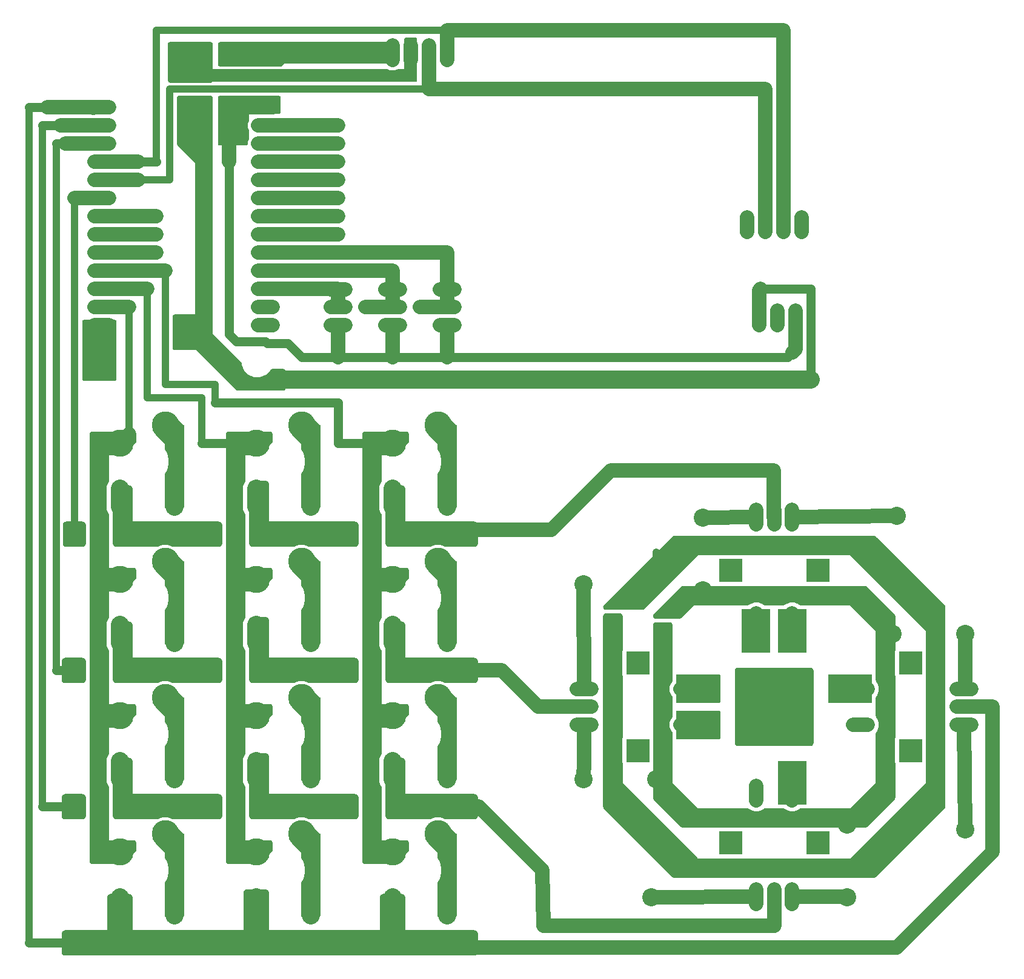
<source format=gbr>
G04 EAGLE Gerber RS-274X export*
G75*
%MOMM*%
%FSLAX34Y34*%
%LPD*%
%INBottom Copper*%
%IPPOS*%
%AMOC8*
5,1,8,0,0,1.08239X$1,22.5*%
G01*
%ADD10C,2.540000*%
%ADD11C,3.810000*%
%ADD12C,2.540000*%
%ADD13C,2.032000*%
%ADD14R,3.216000X3.216000*%
%ADD15C,1.320800*%
%ADD16C,2.000000*%
%ADD17C,1.016000*%
%ADD18C,1.270000*%
%ADD19C,0.812800*%

G36*
X1333560Y218191D02*
X1333560Y218191D01*
X1333621Y218189D01*
X1333844Y218211D01*
X1334068Y218227D01*
X1334128Y218239D01*
X1334188Y218245D01*
X1334406Y218299D01*
X1334626Y218346D01*
X1334682Y218366D01*
X1334741Y218381D01*
X1334950Y218464D01*
X1335161Y218542D01*
X1335214Y218570D01*
X1335270Y218593D01*
X1335465Y218704D01*
X1335663Y218810D01*
X1335712Y218846D01*
X1335764Y218876D01*
X1335855Y218951D01*
X1336123Y219147D01*
X1336284Y219304D01*
X1336373Y219377D01*
X1431623Y314627D01*
X1431663Y314672D01*
X1431707Y314713D01*
X1431849Y314887D01*
X1431997Y315057D01*
X1432030Y315108D01*
X1432068Y315154D01*
X1432185Y315347D01*
X1432307Y315535D01*
X1432332Y315590D01*
X1432363Y315642D01*
X1432452Y315848D01*
X1432547Y316052D01*
X1432564Y316110D01*
X1432588Y316165D01*
X1432646Y316382D01*
X1432712Y316597D01*
X1432721Y316657D01*
X1432737Y316715D01*
X1432748Y316832D01*
X1432799Y317160D01*
X1432802Y317385D01*
X1432813Y317500D01*
X1432813Y596900D01*
X1432809Y596960D01*
X1432811Y597021D01*
X1432789Y597244D01*
X1432773Y597468D01*
X1432761Y597528D01*
X1432755Y597588D01*
X1432701Y597806D01*
X1432654Y598026D01*
X1432634Y598082D01*
X1432619Y598141D01*
X1432536Y598350D01*
X1432458Y598561D01*
X1432430Y598614D01*
X1432408Y598670D01*
X1432296Y598865D01*
X1432190Y599063D01*
X1432154Y599112D01*
X1432124Y599164D01*
X1432049Y599255D01*
X1431853Y599523D01*
X1431696Y599684D01*
X1431623Y599773D01*
X1336373Y695023D01*
X1336328Y695063D01*
X1336287Y695107D01*
X1336113Y695249D01*
X1335943Y695397D01*
X1335892Y695430D01*
X1335846Y695468D01*
X1335653Y695585D01*
X1335465Y695707D01*
X1335410Y695732D01*
X1335358Y695763D01*
X1335152Y695852D01*
X1334948Y695947D01*
X1334890Y695964D01*
X1334835Y695988D01*
X1334618Y696046D01*
X1334403Y696112D01*
X1334343Y696121D01*
X1334285Y696137D01*
X1334168Y696148D01*
X1333840Y696199D01*
X1333615Y696202D01*
X1333500Y696213D01*
X1054100Y696213D01*
X1054040Y696209D01*
X1053979Y696211D01*
X1053756Y696189D01*
X1053532Y696173D01*
X1053472Y696161D01*
X1053413Y696155D01*
X1053194Y696101D01*
X1052974Y696054D01*
X1052918Y696034D01*
X1052859Y696019D01*
X1052650Y695936D01*
X1052439Y695858D01*
X1052386Y695830D01*
X1052330Y695808D01*
X1052135Y695696D01*
X1051937Y695590D01*
X1051888Y695554D01*
X1051836Y695524D01*
X1051745Y695449D01*
X1051477Y695253D01*
X1051316Y695096D01*
X1051227Y695023D01*
X955977Y599773D01*
X955901Y599686D01*
X955819Y599606D01*
X955715Y599471D01*
X955603Y599343D01*
X955540Y599246D01*
X955470Y599155D01*
X955386Y599007D01*
X955293Y598865D01*
X955245Y598760D01*
X955188Y598660D01*
X955125Y598502D01*
X955054Y598348D01*
X955020Y598238D01*
X954978Y598131D01*
X954938Y597965D01*
X954888Y597803D01*
X954871Y597689D01*
X954844Y597577D01*
X954827Y597407D01*
X954801Y597240D01*
X954799Y597125D01*
X954788Y597010D01*
X954796Y596840D01*
X954793Y596670D01*
X954808Y596556D01*
X954813Y596440D01*
X954844Y596273D01*
X954865Y596105D01*
X954896Y595993D01*
X954917Y595880D01*
X954971Y595719D01*
X955016Y595555D01*
X955061Y595449D01*
X955098Y595340D01*
X955174Y595188D01*
X955242Y595032D01*
X955302Y594934D01*
X955353Y594831D01*
X955450Y594691D01*
X955538Y594546D01*
X955612Y594457D01*
X955677Y594362D01*
X955793Y594237D01*
X955900Y594105D01*
X955985Y594028D01*
X956063Y593943D01*
X956195Y593835D01*
X956320Y593720D01*
X956415Y593655D01*
X956504Y593582D01*
X956650Y593494D01*
X956790Y593398D01*
X956893Y593346D01*
X956992Y593287D01*
X957148Y593220D01*
X957300Y593144D01*
X957409Y593108D01*
X957515Y593062D01*
X957679Y593018D01*
X957841Y592964D01*
X957954Y592943D01*
X958065Y592913D01*
X958180Y592902D01*
X958401Y592862D01*
X958733Y592848D01*
X958850Y592837D01*
X1009650Y592837D01*
X1009710Y592841D01*
X1009771Y592839D01*
X1009994Y592861D01*
X1010218Y592877D01*
X1010278Y592889D01*
X1010338Y592895D01*
X1010556Y592949D01*
X1010776Y592996D01*
X1010832Y593016D01*
X1010891Y593031D01*
X1011100Y593114D01*
X1011311Y593192D01*
X1011364Y593220D01*
X1011420Y593243D01*
X1011615Y593354D01*
X1011813Y593460D01*
X1011862Y593496D01*
X1011914Y593526D01*
X1012005Y593601D01*
X1012273Y593797D01*
X1012434Y593954D01*
X1012523Y594027D01*
X1087533Y669037D01*
X1114662Y669037D01*
X1114780Y669045D01*
X1114898Y669044D01*
X1115064Y669065D01*
X1115231Y669077D01*
X1115346Y669101D01*
X1115450Y669115D01*
X1150147Y669115D01*
X1150153Y669113D01*
X1150266Y669102D01*
X1150483Y669062D01*
X1150822Y669048D01*
X1150938Y669037D01*
X1236662Y669037D01*
X1236780Y669045D01*
X1236898Y669044D01*
X1237064Y669065D01*
X1237231Y669077D01*
X1237346Y669101D01*
X1237450Y669115D01*
X1272147Y669115D01*
X1272153Y669113D01*
X1272266Y669102D01*
X1272483Y669062D01*
X1272822Y669048D01*
X1272938Y669037D01*
X1300067Y669037D01*
X1405637Y563467D01*
X1405637Y536338D01*
X1405645Y536220D01*
X1405644Y536102D01*
X1405665Y535936D01*
X1405677Y535769D01*
X1405701Y535654D01*
X1405715Y535550D01*
X1405715Y500853D01*
X1405713Y500847D01*
X1405702Y500733D01*
X1405662Y500516D01*
X1405648Y500178D01*
X1405637Y500062D01*
X1405637Y414338D01*
X1405645Y414220D01*
X1405644Y414102D01*
X1405665Y413936D01*
X1405677Y413769D01*
X1405701Y413654D01*
X1405715Y413550D01*
X1405715Y378853D01*
X1405713Y378847D01*
X1405702Y378733D01*
X1405662Y378516D01*
X1405648Y378178D01*
X1405637Y378062D01*
X1405637Y350933D01*
X1300067Y245363D01*
X1272938Y245363D01*
X1272820Y245355D01*
X1272702Y245356D01*
X1272536Y245335D01*
X1272369Y245323D01*
X1272254Y245299D01*
X1272150Y245285D01*
X1237453Y245285D01*
X1237447Y245287D01*
X1237334Y245298D01*
X1237117Y245338D01*
X1236778Y245352D01*
X1236662Y245363D01*
X1150938Y245363D01*
X1150820Y245355D01*
X1150702Y245356D01*
X1150536Y245335D01*
X1150369Y245323D01*
X1150254Y245299D01*
X1150150Y245285D01*
X1115453Y245285D01*
X1115447Y245287D01*
X1115334Y245298D01*
X1115117Y245338D01*
X1114778Y245352D01*
X1114662Y245363D01*
X1087533Y245363D01*
X981963Y350933D01*
X981963Y378062D01*
X981955Y378180D01*
X981956Y378299D01*
X981935Y378464D01*
X981923Y378631D01*
X981899Y378747D01*
X981885Y378850D01*
X981885Y413547D01*
X981887Y413553D01*
X981898Y413666D01*
X981938Y413883D01*
X981952Y414222D01*
X981963Y414338D01*
X981963Y500062D01*
X981955Y500180D01*
X981956Y500299D01*
X981935Y500464D01*
X981923Y500631D01*
X981899Y500747D01*
X981885Y500850D01*
X981885Y535547D01*
X981887Y535553D01*
X981898Y535666D01*
X981938Y535883D01*
X981952Y536222D01*
X981963Y536338D01*
X981963Y584200D01*
X981947Y584429D01*
X981937Y584660D01*
X981927Y584714D01*
X981923Y584768D01*
X981875Y584994D01*
X981833Y585220D01*
X981816Y585272D01*
X981804Y585326D01*
X981725Y585542D01*
X981652Y585760D01*
X981627Y585809D01*
X981608Y585861D01*
X981500Y586064D01*
X981397Y586269D01*
X981366Y586315D01*
X981340Y586363D01*
X981204Y586549D01*
X981073Y586738D01*
X981036Y586779D01*
X981003Y586823D01*
X980843Y586988D01*
X980687Y587157D01*
X980644Y587192D01*
X980606Y587231D01*
X980424Y587372D01*
X980246Y587518D01*
X980198Y587546D01*
X980155Y587580D01*
X979955Y587694D01*
X979758Y587813D01*
X979708Y587835D01*
X979660Y587862D01*
X979446Y587947D01*
X979235Y588038D01*
X979182Y588052D01*
X979131Y588072D01*
X978906Y588127D01*
X978685Y588187D01*
X978641Y588191D01*
X978577Y588207D01*
X978010Y588262D01*
X977944Y588259D01*
X977900Y588263D01*
X958850Y588263D01*
X958621Y588247D01*
X958390Y588237D01*
X958336Y588227D01*
X958282Y588223D01*
X958056Y588175D01*
X957830Y588133D01*
X957778Y588116D01*
X957724Y588104D01*
X957508Y588025D01*
X957290Y587952D01*
X957241Y587927D01*
X957189Y587908D01*
X956986Y587800D01*
X956781Y587697D01*
X956735Y587666D01*
X956687Y587640D01*
X956501Y587504D01*
X956312Y587373D01*
X956271Y587336D01*
X956227Y587303D01*
X956062Y587143D01*
X955893Y586987D01*
X955858Y586944D01*
X955819Y586906D01*
X955678Y586724D01*
X955532Y586546D01*
X955504Y586498D01*
X955470Y586455D01*
X955356Y586255D01*
X955237Y586058D01*
X955215Y586008D01*
X955188Y585960D01*
X955103Y585746D01*
X955012Y585535D01*
X954998Y585482D01*
X954978Y585431D01*
X954923Y585206D01*
X954863Y584985D01*
X954859Y584941D01*
X954844Y584877D01*
X954788Y584310D01*
X954791Y584244D01*
X954787Y584200D01*
X954787Y317500D01*
X954791Y317440D01*
X954789Y317379D01*
X954811Y317156D01*
X954827Y316932D01*
X954839Y316872D01*
X954845Y316813D01*
X954899Y316594D01*
X954946Y316374D01*
X954966Y316318D01*
X954981Y316259D01*
X955064Y316050D01*
X955142Y315839D01*
X955170Y315786D01*
X955193Y315730D01*
X955304Y315535D01*
X955410Y315337D01*
X955446Y315288D01*
X955476Y315236D01*
X955551Y315145D01*
X955747Y314877D01*
X955904Y314716D01*
X955977Y314627D01*
X1051227Y219377D01*
X1051272Y219337D01*
X1051313Y219293D01*
X1051487Y219151D01*
X1051657Y219003D01*
X1051708Y218970D01*
X1051754Y218932D01*
X1051947Y218815D01*
X1052135Y218693D01*
X1052190Y218668D01*
X1052242Y218637D01*
X1052448Y218548D01*
X1052652Y218454D01*
X1052710Y218436D01*
X1052765Y218412D01*
X1052982Y218354D01*
X1053197Y218288D01*
X1053257Y218279D01*
X1053315Y218263D01*
X1053432Y218252D01*
X1053760Y218201D01*
X1053985Y218198D01*
X1054100Y218187D01*
X1333500Y218187D01*
X1333560Y218191D01*
G37*
G36*
X1114780Y288045D02*
X1114780Y288045D01*
X1114898Y288044D01*
X1115064Y288065D01*
X1115231Y288077D01*
X1115346Y288101D01*
X1115450Y288115D01*
X1150147Y288115D01*
X1150153Y288113D01*
X1150267Y288102D01*
X1150484Y288062D01*
X1150822Y288048D01*
X1150938Y288037D01*
X1236662Y288037D01*
X1236780Y288045D01*
X1236898Y288044D01*
X1237064Y288065D01*
X1237231Y288077D01*
X1237346Y288101D01*
X1237450Y288115D01*
X1272147Y288115D01*
X1272153Y288113D01*
X1272267Y288102D01*
X1272484Y288062D01*
X1272822Y288048D01*
X1272938Y288037D01*
X1320800Y288037D01*
X1320860Y288041D01*
X1320921Y288039D01*
X1321144Y288061D01*
X1321368Y288077D01*
X1321428Y288089D01*
X1321488Y288095D01*
X1321706Y288149D01*
X1321926Y288196D01*
X1321982Y288216D01*
X1322041Y288231D01*
X1322250Y288314D01*
X1322461Y288392D01*
X1322514Y288420D01*
X1322570Y288443D01*
X1322765Y288554D01*
X1322963Y288660D01*
X1323012Y288696D01*
X1323064Y288726D01*
X1323155Y288801D01*
X1323423Y288997D01*
X1323584Y289154D01*
X1323673Y289227D01*
X1361773Y327327D01*
X1361813Y327372D01*
X1361857Y327413D01*
X1361999Y327587D01*
X1362147Y327757D01*
X1362180Y327808D01*
X1362218Y327854D01*
X1362335Y328047D01*
X1362457Y328235D01*
X1362482Y328290D01*
X1362513Y328342D01*
X1362602Y328548D01*
X1362697Y328752D01*
X1362714Y328810D01*
X1362738Y328865D01*
X1362796Y329082D01*
X1362862Y329297D01*
X1362871Y329357D01*
X1362887Y329415D01*
X1362898Y329532D01*
X1362949Y329860D01*
X1362952Y330085D01*
X1362963Y330200D01*
X1362963Y378062D01*
X1362955Y378180D01*
X1362956Y378298D01*
X1362935Y378464D01*
X1362923Y378631D01*
X1362899Y378746D01*
X1362885Y378850D01*
X1362885Y413547D01*
X1362887Y413553D01*
X1362898Y413666D01*
X1362938Y413883D01*
X1362952Y414222D01*
X1362963Y414338D01*
X1362963Y500062D01*
X1362955Y500180D01*
X1362956Y500298D01*
X1362935Y500464D01*
X1362923Y500631D01*
X1362899Y500746D01*
X1362885Y500850D01*
X1362885Y535547D01*
X1362887Y535553D01*
X1362898Y535666D01*
X1362938Y535883D01*
X1362952Y536222D01*
X1362963Y536338D01*
X1362963Y584200D01*
X1362959Y584260D01*
X1362961Y584321D01*
X1362939Y584544D01*
X1362923Y584768D01*
X1362911Y584828D01*
X1362905Y584888D01*
X1362851Y585106D01*
X1362804Y585326D01*
X1362784Y585382D01*
X1362769Y585441D01*
X1362686Y585650D01*
X1362608Y585861D01*
X1362580Y585914D01*
X1362558Y585970D01*
X1362446Y586165D01*
X1362340Y586363D01*
X1362304Y586412D01*
X1362274Y586464D01*
X1362199Y586555D01*
X1362003Y586823D01*
X1361846Y586984D01*
X1361773Y587073D01*
X1323673Y625173D01*
X1323628Y625213D01*
X1323587Y625257D01*
X1323413Y625399D01*
X1323243Y625547D01*
X1323192Y625580D01*
X1323146Y625618D01*
X1322953Y625735D01*
X1322765Y625857D01*
X1322710Y625882D01*
X1322658Y625913D01*
X1322452Y626002D01*
X1322248Y626097D01*
X1322190Y626114D01*
X1322135Y626138D01*
X1321918Y626196D01*
X1321703Y626262D01*
X1321643Y626271D01*
X1321585Y626287D01*
X1321468Y626298D01*
X1321140Y626349D01*
X1320915Y626352D01*
X1320800Y626363D01*
X1272938Y626363D01*
X1272820Y626355D01*
X1272701Y626356D01*
X1272536Y626335D01*
X1272369Y626323D01*
X1272253Y626299D01*
X1272150Y626285D01*
X1237453Y626285D01*
X1237447Y626287D01*
X1237334Y626298D01*
X1237117Y626338D01*
X1236778Y626352D01*
X1236662Y626363D01*
X1150938Y626363D01*
X1150820Y626355D01*
X1150701Y626356D01*
X1150536Y626335D01*
X1150369Y626323D01*
X1150253Y626299D01*
X1150150Y626285D01*
X1115453Y626285D01*
X1115447Y626287D01*
X1115334Y626298D01*
X1115117Y626338D01*
X1114778Y626352D01*
X1114662Y626363D01*
X1066800Y626363D01*
X1066740Y626359D01*
X1066679Y626361D01*
X1066456Y626339D01*
X1066232Y626323D01*
X1066172Y626311D01*
X1066113Y626305D01*
X1065894Y626251D01*
X1065674Y626204D01*
X1065618Y626184D01*
X1065559Y626169D01*
X1065350Y626086D01*
X1065139Y626008D01*
X1065086Y625980D01*
X1065030Y625958D01*
X1064835Y625846D01*
X1064637Y625740D01*
X1064588Y625704D01*
X1064536Y625674D01*
X1064445Y625599D01*
X1064177Y625403D01*
X1064016Y625246D01*
X1063927Y625173D01*
X1025827Y587073D01*
X1025751Y586986D01*
X1025669Y586906D01*
X1025565Y586771D01*
X1025453Y586643D01*
X1025390Y586546D01*
X1025320Y586455D01*
X1025236Y586307D01*
X1025143Y586165D01*
X1025095Y586060D01*
X1025038Y585960D01*
X1024975Y585802D01*
X1024904Y585648D01*
X1024870Y585538D01*
X1024828Y585431D01*
X1024788Y585265D01*
X1024738Y585103D01*
X1024721Y584989D01*
X1024694Y584877D01*
X1024677Y584707D01*
X1024651Y584540D01*
X1024649Y584425D01*
X1024638Y584310D01*
X1024646Y584140D01*
X1024643Y583970D01*
X1024658Y583856D01*
X1024663Y583740D01*
X1024694Y583573D01*
X1024715Y583405D01*
X1024746Y583293D01*
X1024767Y583180D01*
X1024821Y583019D01*
X1024866Y582855D01*
X1024911Y582749D01*
X1024948Y582640D01*
X1025024Y582488D01*
X1025092Y582332D01*
X1025152Y582234D01*
X1025203Y582131D01*
X1025300Y581991D01*
X1025388Y581846D01*
X1025462Y581757D01*
X1025527Y581662D01*
X1025643Y581537D01*
X1025750Y581405D01*
X1025835Y581328D01*
X1025913Y581243D01*
X1026045Y581135D01*
X1026170Y581020D01*
X1026265Y580955D01*
X1026354Y580882D01*
X1026500Y580794D01*
X1026640Y580698D01*
X1026743Y580646D01*
X1026842Y580587D01*
X1026998Y580520D01*
X1027150Y580444D01*
X1027259Y580408D01*
X1027365Y580362D01*
X1027529Y580318D01*
X1027691Y580264D01*
X1027804Y580243D01*
X1027915Y580213D01*
X1028030Y580202D01*
X1028251Y580162D01*
X1028583Y580148D01*
X1028700Y580137D01*
X1060450Y580137D01*
X1060510Y580141D01*
X1060571Y580139D01*
X1060794Y580161D01*
X1061018Y580177D01*
X1061078Y580189D01*
X1061138Y580195D01*
X1061356Y580249D01*
X1061576Y580296D01*
X1061632Y580316D01*
X1061691Y580331D01*
X1061900Y580414D01*
X1062111Y580492D01*
X1062164Y580520D01*
X1062220Y580543D01*
X1062415Y580654D01*
X1062613Y580760D01*
X1062662Y580796D01*
X1062714Y580826D01*
X1062805Y580901D01*
X1063073Y581097D01*
X1063234Y581254D01*
X1063323Y581327D01*
X1081183Y599187D01*
X1156531Y599187D01*
X1156591Y599191D01*
X1156651Y599189D01*
X1156875Y599211D01*
X1157099Y599227D01*
X1157158Y599239D01*
X1157218Y599245D01*
X1157437Y599299D01*
X1157656Y599346D01*
X1157713Y599366D01*
X1157772Y599381D01*
X1157981Y599464D01*
X1158192Y599542D01*
X1158245Y599570D01*
X1158301Y599593D01*
X1158496Y599704D01*
X1158694Y599810D01*
X1158743Y599846D01*
X1158795Y599876D01*
X1158886Y599951D01*
X1159154Y600147D01*
X1159315Y600304D01*
X1159404Y600377D01*
X1160023Y600996D01*
X1165718Y603355D01*
X1171882Y603355D01*
X1177577Y600996D01*
X1178196Y600377D01*
X1178242Y600337D01*
X1178282Y600293D01*
X1178457Y600151D01*
X1178626Y600003D01*
X1178677Y599970D01*
X1178724Y599932D01*
X1178916Y599815D01*
X1179104Y599693D01*
X1179159Y599668D01*
X1179211Y599637D01*
X1179417Y599548D01*
X1179621Y599454D01*
X1179679Y599436D01*
X1179734Y599412D01*
X1179951Y599354D01*
X1180166Y599288D01*
X1180226Y599279D01*
X1180284Y599263D01*
X1180402Y599252D01*
X1180730Y599201D01*
X1180954Y599198D01*
X1181069Y599187D01*
X1206531Y599187D01*
X1206591Y599191D01*
X1206651Y599189D01*
X1206875Y599211D01*
X1207099Y599227D01*
X1207158Y599239D01*
X1207218Y599245D01*
X1207437Y599299D01*
X1207656Y599346D01*
X1207713Y599366D01*
X1207772Y599381D01*
X1207981Y599464D01*
X1208192Y599542D01*
X1208245Y599570D01*
X1208301Y599593D01*
X1208496Y599704D01*
X1208694Y599810D01*
X1208743Y599846D01*
X1208795Y599876D01*
X1208886Y599951D01*
X1209154Y600147D01*
X1209315Y600304D01*
X1209404Y600377D01*
X1210023Y600996D01*
X1215718Y603355D01*
X1221882Y603355D01*
X1227577Y600996D01*
X1228196Y600377D01*
X1228242Y600337D01*
X1228282Y600293D01*
X1228457Y600151D01*
X1228626Y600003D01*
X1228677Y599970D01*
X1228724Y599932D01*
X1228916Y599815D01*
X1229104Y599693D01*
X1229159Y599668D01*
X1229211Y599637D01*
X1229417Y599548D01*
X1229621Y599454D01*
X1229679Y599436D01*
X1229734Y599412D01*
X1229951Y599354D01*
X1230166Y599288D01*
X1230226Y599279D01*
X1230284Y599263D01*
X1230402Y599252D01*
X1230730Y599201D01*
X1230954Y599198D01*
X1231069Y599187D01*
X1300067Y599187D01*
X1335787Y563467D01*
X1335787Y494469D01*
X1335791Y494409D01*
X1335789Y494349D01*
X1335811Y494125D01*
X1335827Y493901D01*
X1335839Y493842D01*
X1335845Y493782D01*
X1335899Y493563D01*
X1335946Y493344D01*
X1335966Y493287D01*
X1335981Y493228D01*
X1336064Y493019D01*
X1336142Y492808D01*
X1336170Y492755D01*
X1336193Y492699D01*
X1336304Y492504D01*
X1336410Y492306D01*
X1336446Y492257D01*
X1336476Y492205D01*
X1336551Y492114D01*
X1336747Y491846D01*
X1336904Y491685D01*
X1336977Y491596D01*
X1337596Y490977D01*
X1339955Y485282D01*
X1339955Y479118D01*
X1337596Y473423D01*
X1336977Y472804D01*
X1336937Y472758D01*
X1336893Y472718D01*
X1336751Y472543D01*
X1336603Y472374D01*
X1336570Y472323D01*
X1336532Y472276D01*
X1336415Y472084D01*
X1336293Y471896D01*
X1336268Y471841D01*
X1336237Y471789D01*
X1336148Y471583D01*
X1336054Y471379D01*
X1336036Y471321D01*
X1336012Y471266D01*
X1335954Y471049D01*
X1335888Y470834D01*
X1335879Y470774D01*
X1335863Y470716D01*
X1335852Y470598D01*
X1335801Y470270D01*
X1335798Y470046D01*
X1335787Y469931D01*
X1335787Y444469D01*
X1335791Y444409D01*
X1335789Y444349D01*
X1335811Y444125D01*
X1335827Y443901D01*
X1335839Y443842D01*
X1335845Y443782D01*
X1335899Y443563D01*
X1335946Y443344D01*
X1335966Y443287D01*
X1335981Y443228D01*
X1336064Y443019D01*
X1336142Y442808D01*
X1336170Y442755D01*
X1336193Y442699D01*
X1336304Y442504D01*
X1336410Y442306D01*
X1336446Y442257D01*
X1336476Y442205D01*
X1336551Y442114D01*
X1336747Y441846D01*
X1336904Y441685D01*
X1336977Y441596D01*
X1337596Y440977D01*
X1339955Y435282D01*
X1339955Y429118D01*
X1337596Y423423D01*
X1336977Y422804D01*
X1336937Y422758D01*
X1336893Y422718D01*
X1336751Y422543D01*
X1336603Y422374D01*
X1336570Y422323D01*
X1336532Y422276D01*
X1336415Y422084D01*
X1336293Y421896D01*
X1336268Y421841D01*
X1336237Y421789D01*
X1336148Y421583D01*
X1336054Y421379D01*
X1336036Y421321D01*
X1336012Y421266D01*
X1335954Y421049D01*
X1335888Y420834D01*
X1335879Y420774D01*
X1335863Y420716D01*
X1335852Y420598D01*
X1335801Y420270D01*
X1335798Y420046D01*
X1335787Y419931D01*
X1335787Y350933D01*
X1300067Y315213D01*
X1231069Y315213D01*
X1231009Y315209D01*
X1230949Y315211D01*
X1230725Y315189D01*
X1230501Y315173D01*
X1230442Y315161D01*
X1230382Y315155D01*
X1230163Y315101D01*
X1229944Y315054D01*
X1229887Y315033D01*
X1229828Y315019D01*
X1229620Y314936D01*
X1229408Y314858D01*
X1229355Y314830D01*
X1229299Y314807D01*
X1229105Y314696D01*
X1228906Y314590D01*
X1228857Y314554D01*
X1228805Y314524D01*
X1228714Y314449D01*
X1228446Y314253D01*
X1228285Y314096D01*
X1228196Y314023D01*
X1227577Y313404D01*
X1221882Y311045D01*
X1215718Y311045D01*
X1210023Y313404D01*
X1209404Y314023D01*
X1209358Y314063D01*
X1209318Y314107D01*
X1209143Y314250D01*
X1208974Y314397D01*
X1208923Y314430D01*
X1208876Y314468D01*
X1208684Y314585D01*
X1208496Y314707D01*
X1208441Y314732D01*
X1208389Y314763D01*
X1208183Y314852D01*
X1207979Y314946D01*
X1207921Y314964D01*
X1207866Y314988D01*
X1207649Y315047D01*
X1207434Y315112D01*
X1207374Y315121D01*
X1207316Y315137D01*
X1207199Y315148D01*
X1206870Y315199D01*
X1206646Y315202D01*
X1206531Y315213D01*
X1181069Y315213D01*
X1181009Y315209D01*
X1180949Y315211D01*
X1180725Y315189D01*
X1180501Y315173D01*
X1180442Y315161D01*
X1180382Y315155D01*
X1180163Y315101D01*
X1179944Y315054D01*
X1179887Y315033D01*
X1179828Y315019D01*
X1179620Y314936D01*
X1179408Y314858D01*
X1179355Y314830D01*
X1179299Y314807D01*
X1179105Y314696D01*
X1178906Y314590D01*
X1178857Y314554D01*
X1178805Y314524D01*
X1178714Y314449D01*
X1178446Y314253D01*
X1178285Y314096D01*
X1178196Y314023D01*
X1177577Y313404D01*
X1171882Y311045D01*
X1165718Y311045D01*
X1160023Y313404D01*
X1159404Y314023D01*
X1159358Y314063D01*
X1159318Y314107D01*
X1159143Y314250D01*
X1158974Y314397D01*
X1158923Y314430D01*
X1158876Y314468D01*
X1158684Y314585D01*
X1158496Y314707D01*
X1158441Y314732D01*
X1158389Y314763D01*
X1158183Y314852D01*
X1157979Y314946D01*
X1157921Y314964D01*
X1157866Y314988D01*
X1157649Y315047D01*
X1157434Y315112D01*
X1157374Y315121D01*
X1157316Y315137D01*
X1157199Y315148D01*
X1156870Y315199D01*
X1156646Y315202D01*
X1156531Y315213D01*
X1087533Y315213D01*
X1051813Y350933D01*
X1051813Y419931D01*
X1051809Y419991D01*
X1051811Y420051D01*
X1051789Y420275D01*
X1051773Y420499D01*
X1051761Y420558D01*
X1051755Y420618D01*
X1051701Y420837D01*
X1051654Y421056D01*
X1051633Y421113D01*
X1051619Y421172D01*
X1051536Y421380D01*
X1051458Y421592D01*
X1051430Y421645D01*
X1051407Y421701D01*
X1051296Y421895D01*
X1051190Y422094D01*
X1051154Y422143D01*
X1051124Y422195D01*
X1051049Y422286D01*
X1050853Y422554D01*
X1050696Y422715D01*
X1050623Y422804D01*
X1050004Y423423D01*
X1049896Y423684D01*
X1047645Y429118D01*
X1047645Y435282D01*
X1050004Y440977D01*
X1050623Y441596D01*
X1050663Y441642D01*
X1050707Y441682D01*
X1050850Y441857D01*
X1050997Y442026D01*
X1051030Y442077D01*
X1051068Y442124D01*
X1051185Y442316D01*
X1051307Y442504D01*
X1051332Y442559D01*
X1051363Y442611D01*
X1051452Y442817D01*
X1051546Y443021D01*
X1051564Y443079D01*
X1051588Y443134D01*
X1051647Y443351D01*
X1051712Y443566D01*
X1051721Y443626D01*
X1051737Y443684D01*
X1051748Y443801D01*
X1051799Y444130D01*
X1051802Y444354D01*
X1051813Y444469D01*
X1051813Y469931D01*
X1051809Y469991D01*
X1051811Y470051D01*
X1051789Y470275D01*
X1051773Y470499D01*
X1051761Y470558D01*
X1051755Y470618D01*
X1051701Y470837D01*
X1051654Y471056D01*
X1051633Y471113D01*
X1051619Y471172D01*
X1051536Y471380D01*
X1051458Y471592D01*
X1051430Y471645D01*
X1051407Y471701D01*
X1051296Y471895D01*
X1051190Y472094D01*
X1051154Y472143D01*
X1051124Y472195D01*
X1051049Y472286D01*
X1050853Y472554D01*
X1050696Y472715D01*
X1050623Y472804D01*
X1050004Y473423D01*
X1047645Y479118D01*
X1047645Y485282D01*
X1050004Y490977D01*
X1050623Y491596D01*
X1050663Y491642D01*
X1050707Y491682D01*
X1050850Y491857D01*
X1050997Y492026D01*
X1051030Y492077D01*
X1051068Y492124D01*
X1051185Y492316D01*
X1051307Y492504D01*
X1051332Y492559D01*
X1051363Y492611D01*
X1051452Y492817D01*
X1051546Y493021D01*
X1051564Y493079D01*
X1051588Y493134D01*
X1051647Y493351D01*
X1051712Y493566D01*
X1051721Y493626D01*
X1051737Y493684D01*
X1051748Y493801D01*
X1051799Y494130D01*
X1051802Y494354D01*
X1051813Y494469D01*
X1051813Y571500D01*
X1051797Y571729D01*
X1051787Y571960D01*
X1051777Y572014D01*
X1051773Y572068D01*
X1051725Y572294D01*
X1051683Y572520D01*
X1051666Y572572D01*
X1051654Y572626D01*
X1051575Y572842D01*
X1051502Y573060D01*
X1051477Y573109D01*
X1051458Y573161D01*
X1051350Y573364D01*
X1051247Y573569D01*
X1051216Y573615D01*
X1051190Y573663D01*
X1051054Y573849D01*
X1050923Y574038D01*
X1050886Y574079D01*
X1050853Y574123D01*
X1050693Y574288D01*
X1050537Y574457D01*
X1050494Y574492D01*
X1050456Y574531D01*
X1050274Y574672D01*
X1050096Y574818D01*
X1050048Y574846D01*
X1050005Y574880D01*
X1049805Y574994D01*
X1049608Y575113D01*
X1049558Y575135D01*
X1049510Y575162D01*
X1049296Y575247D01*
X1049085Y575338D01*
X1049032Y575352D01*
X1048981Y575372D01*
X1048756Y575427D01*
X1048535Y575487D01*
X1048491Y575491D01*
X1048427Y575507D01*
X1047860Y575562D01*
X1047794Y575559D01*
X1047750Y575563D01*
X1028700Y575563D01*
X1028471Y575547D01*
X1028240Y575537D01*
X1028186Y575527D01*
X1028132Y575523D01*
X1027906Y575475D01*
X1027680Y575433D01*
X1027628Y575416D01*
X1027574Y575404D01*
X1027358Y575325D01*
X1027140Y575252D01*
X1027091Y575227D01*
X1027039Y575208D01*
X1026836Y575100D01*
X1026631Y574997D01*
X1026585Y574966D01*
X1026537Y574940D01*
X1026351Y574804D01*
X1026162Y574673D01*
X1026121Y574636D01*
X1026077Y574603D01*
X1025912Y574443D01*
X1025743Y574287D01*
X1025708Y574244D01*
X1025669Y574206D01*
X1025528Y574024D01*
X1025382Y573846D01*
X1025354Y573798D01*
X1025320Y573755D01*
X1025206Y573555D01*
X1025087Y573358D01*
X1025065Y573308D01*
X1025038Y573260D01*
X1024953Y573046D01*
X1024862Y572835D01*
X1024848Y572782D01*
X1024828Y572731D01*
X1024773Y572506D01*
X1024713Y572285D01*
X1024709Y572241D01*
X1024694Y572177D01*
X1024638Y571610D01*
X1024641Y571544D01*
X1024637Y571500D01*
X1024637Y536338D01*
X1024645Y536220D01*
X1024644Y536102D01*
X1024665Y535936D01*
X1024677Y535769D01*
X1024701Y535654D01*
X1024715Y535550D01*
X1024715Y500853D01*
X1024713Y500847D01*
X1024702Y500734D01*
X1024662Y500517D01*
X1024648Y500178D01*
X1024637Y500062D01*
X1024637Y414338D01*
X1024645Y414220D01*
X1024644Y414102D01*
X1024665Y413936D01*
X1024677Y413769D01*
X1024701Y413654D01*
X1024715Y413550D01*
X1024715Y378853D01*
X1024713Y378847D01*
X1024702Y378734D01*
X1024662Y378517D01*
X1024648Y378178D01*
X1024637Y378062D01*
X1024637Y330200D01*
X1024641Y330140D01*
X1024639Y330079D01*
X1024661Y329856D01*
X1024677Y329632D01*
X1024689Y329572D01*
X1024695Y329513D01*
X1024749Y329294D01*
X1024796Y329074D01*
X1024816Y329018D01*
X1024831Y328959D01*
X1024914Y328750D01*
X1024992Y328539D01*
X1025020Y328486D01*
X1025043Y328430D01*
X1025154Y328235D01*
X1025260Y328037D01*
X1025296Y327988D01*
X1025326Y327936D01*
X1025401Y327845D01*
X1025597Y327577D01*
X1025754Y327416D01*
X1025827Y327327D01*
X1063927Y289227D01*
X1063972Y289187D01*
X1064013Y289143D01*
X1064187Y289001D01*
X1064357Y288853D01*
X1064408Y288820D01*
X1064454Y288782D01*
X1064647Y288665D01*
X1064835Y288543D01*
X1064890Y288518D01*
X1064942Y288487D01*
X1065148Y288398D01*
X1065352Y288304D01*
X1065410Y288286D01*
X1065465Y288262D01*
X1065682Y288204D01*
X1065897Y288138D01*
X1065957Y288129D01*
X1066015Y288113D01*
X1066132Y288102D01*
X1066460Y288051D01*
X1066685Y288048D01*
X1066800Y288037D01*
X1114662Y288037D01*
X1114780Y288045D01*
G37*
G36*
X774855Y109230D02*
X774855Y109230D01*
X775010Y109230D01*
X775172Y109250D01*
X775336Y109261D01*
X775488Y109290D01*
X775642Y109309D01*
X775801Y109349D01*
X775962Y109380D01*
X776109Y109428D01*
X776259Y109466D01*
X776412Y109526D01*
X776568Y109577D01*
X776708Y109643D01*
X776852Y109699D01*
X776996Y109778D01*
X777144Y109848D01*
X777275Y109930D01*
X777411Y110005D01*
X777544Y110101D01*
X777683Y110189D01*
X777802Y110287D01*
X777928Y110378D01*
X778047Y110490D01*
X778174Y110594D01*
X778280Y110707D01*
X778393Y110813D01*
X778498Y110939D01*
X778610Y111058D01*
X778702Y111184D01*
X778801Y111303D01*
X778889Y111441D01*
X778985Y111574D01*
X779060Y111709D01*
X779144Y111840D01*
X779214Y111988D01*
X779293Y112131D01*
X779350Y112275D01*
X779417Y112415D01*
X779468Y112571D01*
X779528Y112724D01*
X779567Y112874D01*
X779616Y113021D01*
X779647Y113182D01*
X779688Y113340D01*
X779707Y113494D01*
X779737Y113646D01*
X779747Y113805D01*
X779769Y113972D01*
X779769Y114141D01*
X779779Y114300D01*
X779779Y139700D01*
X779770Y139854D01*
X779770Y139860D01*
X779770Y140010D01*
X779750Y140172D01*
X779739Y140336D01*
X779710Y140488D01*
X779691Y140642D01*
X779651Y140801D01*
X779620Y140962D01*
X779572Y141109D01*
X779534Y141259D01*
X779474Y141412D01*
X779423Y141568D01*
X779358Y141708D01*
X779301Y141852D01*
X779222Y141996D01*
X779152Y142144D01*
X779070Y142275D01*
X778995Y142411D01*
X778899Y142544D01*
X778811Y142683D01*
X778713Y142802D01*
X778622Y142928D01*
X778510Y143047D01*
X778406Y143174D01*
X778293Y143280D01*
X778187Y143393D01*
X778061Y143498D01*
X777942Y143610D01*
X777816Y143702D01*
X777697Y143801D01*
X777559Y143889D01*
X777427Y143985D01*
X777291Y144060D01*
X777160Y144144D01*
X777012Y144214D01*
X776869Y144293D01*
X776725Y144350D01*
X776585Y144417D01*
X776429Y144468D01*
X776276Y144528D01*
X776126Y144567D01*
X775979Y144616D01*
X775818Y144647D01*
X775660Y144688D01*
X775506Y144707D01*
X775354Y144737D01*
X775195Y144747D01*
X775028Y144769D01*
X774859Y144769D01*
X774700Y144779D01*
X678179Y144779D01*
X678179Y190500D01*
X678170Y190654D01*
X678170Y190798D01*
X678170Y190810D01*
X678150Y190972D01*
X678139Y191136D01*
X678110Y191288D01*
X678091Y191442D01*
X678051Y191601D01*
X678020Y191762D01*
X677972Y191909D01*
X677934Y192059D01*
X677874Y192212D01*
X677823Y192368D01*
X677758Y192508D01*
X677701Y192652D01*
X677622Y192796D01*
X677552Y192944D01*
X677470Y193075D01*
X677395Y193211D01*
X677299Y193344D01*
X677211Y193483D01*
X677113Y193602D01*
X677022Y193728D01*
X676910Y193847D01*
X676806Y193974D01*
X676693Y194080D01*
X676587Y194193D01*
X676461Y194298D01*
X676342Y194410D01*
X676216Y194502D01*
X676097Y194601D01*
X675959Y194689D01*
X675827Y194785D01*
X675691Y194860D01*
X675560Y194944D01*
X675412Y195014D01*
X675269Y195093D01*
X675125Y195150D01*
X674985Y195217D01*
X674829Y195268D01*
X674676Y195328D01*
X674526Y195367D01*
X674379Y195416D01*
X674218Y195447D01*
X674060Y195488D01*
X673906Y195507D01*
X673754Y195537D01*
X673595Y195547D01*
X673428Y195569D01*
X673259Y195569D01*
X673100Y195579D01*
X647700Y195579D01*
X647546Y195570D01*
X647390Y195570D01*
X647228Y195550D01*
X647064Y195539D01*
X646912Y195510D01*
X646758Y195491D01*
X646599Y195451D01*
X646438Y195420D01*
X646291Y195372D01*
X646141Y195334D01*
X645988Y195274D01*
X645832Y195223D01*
X645692Y195158D01*
X645548Y195101D01*
X645404Y195022D01*
X645256Y194952D01*
X645125Y194870D01*
X644989Y194795D01*
X644856Y194699D01*
X644717Y194611D01*
X644598Y194513D01*
X644472Y194422D01*
X644353Y194310D01*
X644226Y194206D01*
X644120Y194093D01*
X644007Y193987D01*
X643902Y193861D01*
X643790Y193742D01*
X643698Y193616D01*
X643599Y193497D01*
X643511Y193359D01*
X643415Y193227D01*
X643340Y193091D01*
X643256Y192960D01*
X643186Y192812D01*
X643107Y192669D01*
X643050Y192525D01*
X642983Y192385D01*
X642932Y192229D01*
X642872Y192076D01*
X642833Y191926D01*
X642785Y191779D01*
X642753Y191618D01*
X642712Y191460D01*
X642693Y191306D01*
X642663Y191154D01*
X642653Y190995D01*
X642631Y190828D01*
X642631Y190659D01*
X642621Y190500D01*
X642621Y144779D01*
X487679Y144779D01*
X487679Y196850D01*
X487670Y197005D01*
X487670Y197160D01*
X487650Y197322D01*
X487639Y197486D01*
X487610Y197638D01*
X487591Y197792D01*
X487551Y197951D01*
X487520Y198112D01*
X487472Y198259D01*
X487434Y198409D01*
X487374Y198562D01*
X487323Y198718D01*
X487258Y198858D01*
X487201Y199002D01*
X487122Y199146D01*
X487052Y199294D01*
X486970Y199425D01*
X486895Y199561D01*
X486799Y199694D01*
X486711Y199833D01*
X486613Y199952D01*
X486522Y200078D01*
X486410Y200197D01*
X486306Y200324D01*
X486193Y200430D01*
X486087Y200543D01*
X485961Y200648D01*
X485842Y200760D01*
X485716Y200852D01*
X485597Y200951D01*
X485459Y201039D01*
X485327Y201135D01*
X485191Y201210D01*
X485060Y201294D01*
X484912Y201364D01*
X484769Y201443D01*
X484625Y201500D01*
X484485Y201567D01*
X484329Y201618D01*
X484176Y201678D01*
X484026Y201717D01*
X483879Y201766D01*
X483718Y201797D01*
X483560Y201838D01*
X483406Y201857D01*
X483254Y201887D01*
X483095Y201897D01*
X482928Y201919D01*
X482759Y201919D01*
X482600Y201929D01*
X457200Y201929D01*
X457046Y201920D01*
X456890Y201920D01*
X456728Y201900D01*
X456564Y201889D01*
X456412Y201860D01*
X456258Y201841D01*
X456099Y201801D01*
X455938Y201770D01*
X455791Y201722D01*
X455641Y201684D01*
X455488Y201624D01*
X455332Y201573D01*
X455192Y201508D01*
X455048Y201451D01*
X454904Y201372D01*
X454756Y201302D01*
X454625Y201220D01*
X454489Y201145D01*
X454356Y201049D01*
X454217Y200961D01*
X454098Y200863D01*
X453972Y200772D01*
X453853Y200660D01*
X453726Y200556D01*
X453620Y200443D01*
X453507Y200337D01*
X453402Y200211D01*
X453290Y200092D01*
X453198Y199966D01*
X453099Y199847D01*
X453011Y199709D01*
X452915Y199577D01*
X452840Y199441D01*
X452756Y199310D01*
X452686Y199162D01*
X452607Y199019D01*
X452550Y198875D01*
X452483Y198735D01*
X452432Y198579D01*
X452372Y198426D01*
X452333Y198276D01*
X452285Y198129D01*
X452253Y197968D01*
X452212Y197810D01*
X452193Y197656D01*
X452163Y197504D01*
X452153Y197345D01*
X452131Y197178D01*
X452131Y197009D01*
X452121Y196850D01*
X452121Y144779D01*
X297179Y144779D01*
X297179Y190500D01*
X297170Y190654D01*
X297170Y190798D01*
X297170Y190810D01*
X297150Y190972D01*
X297139Y191136D01*
X297110Y191288D01*
X297091Y191442D01*
X297051Y191601D01*
X297020Y191762D01*
X296972Y191909D01*
X296934Y192059D01*
X296874Y192212D01*
X296823Y192368D01*
X296758Y192508D01*
X296701Y192652D01*
X296622Y192796D01*
X296552Y192944D01*
X296470Y193075D01*
X296395Y193211D01*
X296299Y193344D01*
X296211Y193483D01*
X296113Y193602D01*
X296022Y193728D01*
X295910Y193847D01*
X295806Y193974D01*
X295693Y194080D01*
X295587Y194193D01*
X295461Y194298D01*
X295342Y194410D01*
X295216Y194502D01*
X295097Y194601D01*
X294959Y194689D01*
X294827Y194785D01*
X294691Y194860D01*
X294560Y194944D01*
X294412Y195014D01*
X294269Y195093D01*
X294125Y195150D01*
X293985Y195217D01*
X293829Y195268D01*
X293676Y195328D01*
X293526Y195367D01*
X293379Y195416D01*
X293218Y195447D01*
X293060Y195488D01*
X292906Y195507D01*
X292754Y195537D01*
X292595Y195547D01*
X292428Y195569D01*
X292259Y195569D01*
X292100Y195579D01*
X266700Y195579D01*
X266546Y195570D01*
X266390Y195570D01*
X266228Y195550D01*
X266064Y195539D01*
X265912Y195510D01*
X265758Y195491D01*
X265599Y195451D01*
X265438Y195420D01*
X265291Y195372D01*
X265141Y195334D01*
X264988Y195274D01*
X264832Y195223D01*
X264692Y195158D01*
X264548Y195101D01*
X264404Y195022D01*
X264256Y194952D01*
X264125Y194870D01*
X263989Y194795D01*
X263856Y194699D01*
X263717Y194611D01*
X263598Y194513D01*
X263472Y194422D01*
X263353Y194310D01*
X263226Y194206D01*
X263120Y194093D01*
X263007Y193987D01*
X262902Y193861D01*
X262790Y193742D01*
X262698Y193616D01*
X262599Y193497D01*
X262511Y193359D01*
X262415Y193227D01*
X262340Y193091D01*
X262256Y192960D01*
X262186Y192812D01*
X262107Y192669D01*
X262050Y192525D01*
X261983Y192385D01*
X261932Y192229D01*
X261872Y192076D01*
X261833Y191926D01*
X261785Y191779D01*
X261753Y191618D01*
X261712Y191460D01*
X261693Y191306D01*
X261663Y191154D01*
X261653Y190995D01*
X261631Y190828D01*
X261631Y190659D01*
X261621Y190500D01*
X261621Y144779D01*
X203200Y144779D01*
X203046Y144770D01*
X202890Y144770D01*
X202728Y144750D01*
X202564Y144739D01*
X202412Y144710D01*
X202258Y144691D01*
X202099Y144651D01*
X201938Y144620D01*
X201791Y144572D01*
X201641Y144534D01*
X201488Y144474D01*
X201332Y144423D01*
X201192Y144358D01*
X201048Y144301D01*
X200904Y144222D01*
X200756Y144152D01*
X200625Y144070D01*
X200489Y143995D01*
X200356Y143899D01*
X200217Y143811D01*
X200098Y143713D01*
X199972Y143622D01*
X199853Y143510D01*
X199726Y143406D01*
X199620Y143293D01*
X199507Y143187D01*
X199402Y143061D01*
X199290Y142942D01*
X199198Y142816D01*
X199099Y142697D01*
X199011Y142559D01*
X198915Y142427D01*
X198840Y142291D01*
X198756Y142160D01*
X198686Y142012D01*
X198607Y141869D01*
X198550Y141725D01*
X198483Y141585D01*
X198432Y141429D01*
X198372Y141276D01*
X198333Y141126D01*
X198285Y140979D01*
X198253Y140818D01*
X198212Y140660D01*
X198193Y140506D01*
X198163Y140354D01*
X198153Y140195D01*
X198131Y140028D01*
X198131Y139859D01*
X198121Y139700D01*
X198121Y114300D01*
X198130Y114146D01*
X198130Y113990D01*
X198150Y113828D01*
X198161Y113664D01*
X198190Y113512D01*
X198209Y113358D01*
X198249Y113199D01*
X198280Y113038D01*
X198328Y112891D01*
X198366Y112741D01*
X198426Y112588D01*
X198477Y112432D01*
X198543Y112292D01*
X198599Y112148D01*
X198678Y112004D01*
X198748Y111856D01*
X198830Y111725D01*
X198905Y111589D01*
X199001Y111456D01*
X199089Y111317D01*
X199187Y111198D01*
X199278Y111072D01*
X199390Y110953D01*
X199494Y110826D01*
X199607Y110720D01*
X199713Y110607D01*
X199839Y110502D01*
X199958Y110390D01*
X200084Y110298D01*
X200203Y110199D01*
X200341Y110111D01*
X200474Y110015D01*
X200609Y109940D01*
X200740Y109856D01*
X200888Y109786D01*
X201031Y109707D01*
X201175Y109650D01*
X201315Y109583D01*
X201471Y109532D01*
X201624Y109472D01*
X201774Y109433D01*
X201921Y109385D01*
X202082Y109353D01*
X202240Y109312D01*
X202394Y109293D01*
X202546Y109263D01*
X202705Y109253D01*
X202872Y109231D01*
X203041Y109231D01*
X203200Y109221D01*
X774700Y109221D01*
X774855Y109230D01*
G37*
G36*
X476240Y237256D02*
X476240Y237256D01*
X476508Y237272D01*
X476524Y237276D01*
X476540Y237277D01*
X476803Y237333D01*
X477066Y237387D01*
X477081Y237392D01*
X477097Y237396D01*
X477349Y237488D01*
X477602Y237578D01*
X477617Y237586D01*
X477632Y237592D01*
X477870Y237719D01*
X478107Y237843D01*
X478120Y237853D01*
X478135Y237860D01*
X478352Y238019D01*
X478570Y238176D01*
X478581Y238187D01*
X478595Y238197D01*
X478787Y238384D01*
X478981Y238570D01*
X478991Y238583D01*
X479003Y238594D01*
X479167Y238806D01*
X479333Y239018D01*
X479342Y239032D01*
X479352Y239045D01*
X479485Y239279D01*
X479620Y239510D01*
X479624Y239523D01*
X479634Y239540D01*
X479844Y240069D01*
X479871Y240181D01*
X479893Y240238D01*
X483865Y247119D01*
X489481Y252735D01*
X490982Y253601D01*
X491000Y253613D01*
X491019Y253623D01*
X491236Y253773D01*
X491454Y253920D01*
X491470Y253935D01*
X491488Y253947D01*
X491682Y254126D01*
X491877Y254302D01*
X491891Y254318D01*
X491907Y254333D01*
X492075Y254538D01*
X492242Y254739D01*
X492254Y254757D01*
X492268Y254774D01*
X492405Y255000D01*
X492543Y255223D01*
X492552Y255243D01*
X492563Y255262D01*
X492667Y255503D01*
X492773Y255744D01*
X492779Y255765D01*
X492788Y255785D01*
X492856Y256038D01*
X492928Y256292D01*
X492931Y256314D01*
X492937Y256335D01*
X492944Y256410D01*
X493005Y256857D01*
X493004Y257023D01*
X493013Y257120D01*
X493013Y266700D01*
X492997Y266929D01*
X492987Y267160D01*
X492977Y267214D01*
X492973Y267268D01*
X492925Y267494D01*
X492883Y267720D01*
X492866Y267772D01*
X492854Y267826D01*
X492775Y268042D01*
X492702Y268260D01*
X492677Y268309D01*
X492658Y268361D01*
X492550Y268564D01*
X492447Y268769D01*
X492416Y268815D01*
X492390Y268863D01*
X492254Y269049D01*
X492123Y269238D01*
X492086Y269279D01*
X492053Y269323D01*
X491893Y269488D01*
X491737Y269657D01*
X491694Y269692D01*
X491656Y269731D01*
X491474Y269872D01*
X491296Y270018D01*
X491248Y270046D01*
X491205Y270080D01*
X491005Y270194D01*
X490808Y270313D01*
X490758Y270335D01*
X490710Y270362D01*
X490496Y270447D01*
X490285Y270538D01*
X490232Y270552D01*
X490181Y270572D01*
X489956Y270627D01*
X489735Y270687D01*
X489691Y270691D01*
X489627Y270707D01*
X489060Y270762D01*
X488994Y270759D01*
X488950Y270763D01*
X454913Y270763D01*
X454913Y343846D01*
X454905Y343964D01*
X454906Y344082D01*
X454885Y344247D01*
X454873Y344414D01*
X454849Y344530D01*
X454834Y344647D01*
X454800Y344756D01*
X454754Y344972D01*
X454638Y345290D01*
X454604Y345401D01*
X451865Y352013D01*
X451865Y384587D01*
X454604Y391199D01*
X454641Y391311D01*
X454688Y391419D01*
X454731Y391581D01*
X454785Y391739D01*
X454806Y391856D01*
X454837Y391969D01*
X454848Y392083D01*
X454888Y392300D01*
X454902Y392638D01*
X454913Y392754D01*
X454913Y427737D01*
X475972Y427737D01*
X476240Y427756D01*
X476508Y427772D01*
X476524Y427776D01*
X476540Y427777D01*
X476803Y427833D01*
X477066Y427887D01*
X477081Y427892D01*
X477097Y427896D01*
X477349Y427988D01*
X477602Y428078D01*
X477617Y428086D01*
X477632Y428092D01*
X477870Y428219D01*
X478107Y428343D01*
X478120Y428353D01*
X478135Y428360D01*
X478352Y428519D01*
X478570Y428676D01*
X478581Y428687D01*
X478595Y428697D01*
X478787Y428884D01*
X478981Y429070D01*
X478991Y429083D01*
X479003Y429094D01*
X479167Y429306D01*
X479333Y429518D01*
X479342Y429532D01*
X479352Y429545D01*
X479485Y429779D01*
X479620Y430010D01*
X479624Y430023D01*
X479634Y430040D01*
X479844Y430569D01*
X479871Y430681D01*
X479893Y430738D01*
X483865Y437619D01*
X489481Y443235D01*
X490982Y444101D01*
X491000Y444113D01*
X491019Y444123D01*
X491236Y444273D01*
X491454Y444420D01*
X491470Y444435D01*
X491488Y444447D01*
X491682Y444626D01*
X491877Y444802D01*
X491891Y444818D01*
X491907Y444833D01*
X492075Y445038D01*
X492242Y445239D01*
X492254Y445257D01*
X492268Y445274D01*
X492405Y445500D01*
X492543Y445723D01*
X492552Y445743D01*
X492563Y445762D01*
X492667Y446003D01*
X492773Y446244D01*
X492779Y446265D01*
X492788Y446285D01*
X492856Y446538D01*
X492928Y446792D01*
X492931Y446814D01*
X492937Y446835D01*
X492944Y446910D01*
X493005Y447357D01*
X493004Y447523D01*
X493013Y447620D01*
X493013Y457200D01*
X492997Y457429D01*
X492987Y457660D01*
X492977Y457714D01*
X492973Y457768D01*
X492925Y457994D01*
X492883Y458220D01*
X492866Y458272D01*
X492854Y458326D01*
X492775Y458542D01*
X492702Y458760D01*
X492677Y458809D01*
X492658Y458861D01*
X492550Y459064D01*
X492447Y459269D01*
X492416Y459315D01*
X492390Y459363D01*
X492254Y459549D01*
X492123Y459738D01*
X492086Y459779D01*
X492053Y459823D01*
X491893Y459988D01*
X491737Y460157D01*
X491694Y460192D01*
X491656Y460231D01*
X491474Y460372D01*
X491296Y460518D01*
X491248Y460546D01*
X491205Y460580D01*
X491005Y460694D01*
X490808Y460813D01*
X490758Y460835D01*
X490710Y460862D01*
X490496Y460947D01*
X490285Y461038D01*
X490232Y461052D01*
X490181Y461072D01*
X489956Y461127D01*
X489735Y461187D01*
X489691Y461191D01*
X489627Y461207D01*
X489060Y461262D01*
X488994Y461259D01*
X488950Y461263D01*
X454913Y461263D01*
X454913Y534346D01*
X454905Y534464D01*
X454906Y534582D01*
X454885Y534747D01*
X454873Y534914D01*
X454849Y535030D01*
X454834Y535147D01*
X454800Y535256D01*
X454754Y535472D01*
X454638Y535790D01*
X454604Y535901D01*
X451865Y542513D01*
X451865Y575087D01*
X454604Y581699D01*
X454641Y581811D01*
X454688Y581919D01*
X454731Y582081D01*
X454785Y582239D01*
X454806Y582356D01*
X454837Y582469D01*
X454848Y582583D01*
X454888Y582800D01*
X454902Y583138D01*
X454913Y583254D01*
X454913Y618237D01*
X475972Y618237D01*
X476240Y618256D01*
X476507Y618272D01*
X476523Y618276D01*
X476540Y618277D01*
X476803Y618333D01*
X477065Y618387D01*
X477081Y618392D01*
X477097Y618396D01*
X477349Y618488D01*
X477602Y618578D01*
X477617Y618586D01*
X477632Y618592D01*
X477870Y618719D01*
X478107Y618843D01*
X478120Y618853D01*
X478135Y618860D01*
X478352Y619019D01*
X478569Y619176D01*
X478581Y619187D01*
X478595Y619197D01*
X478788Y619385D01*
X478981Y619570D01*
X478991Y619583D01*
X479003Y619594D01*
X479167Y619806D01*
X479333Y620017D01*
X479342Y620032D01*
X479352Y620045D01*
X479484Y620278D01*
X479619Y620510D01*
X479624Y620523D01*
X479634Y620540D01*
X479844Y621069D01*
X479871Y621180D01*
X479893Y621238D01*
X483865Y628119D01*
X489481Y633735D01*
X490982Y634601D01*
X491000Y634613D01*
X491019Y634623D01*
X491236Y634773D01*
X491454Y634920D01*
X491470Y634935D01*
X491488Y634947D01*
X491682Y635126D01*
X491877Y635302D01*
X491891Y635318D01*
X491907Y635333D01*
X492075Y635538D01*
X492242Y635739D01*
X492254Y635757D01*
X492268Y635774D01*
X492405Y636000D01*
X492543Y636223D01*
X492552Y636243D01*
X492563Y636262D01*
X492667Y636503D01*
X492773Y636744D01*
X492779Y636765D01*
X492788Y636785D01*
X492856Y637038D01*
X492928Y637292D01*
X492931Y637314D01*
X492937Y637335D01*
X492944Y637410D01*
X493005Y637857D01*
X493004Y638023D01*
X493013Y638120D01*
X493013Y647700D01*
X492997Y647929D01*
X492987Y648160D01*
X492977Y648214D01*
X492973Y648268D01*
X492925Y648494D01*
X492883Y648720D01*
X492866Y648772D01*
X492854Y648826D01*
X492775Y649042D01*
X492702Y649260D01*
X492677Y649309D01*
X492658Y649361D01*
X492550Y649564D01*
X492447Y649769D01*
X492416Y649815D01*
X492390Y649863D01*
X492254Y650049D01*
X492123Y650238D01*
X492086Y650279D01*
X492053Y650323D01*
X491893Y650488D01*
X491737Y650657D01*
X491694Y650692D01*
X491656Y650731D01*
X491474Y650872D01*
X491296Y651018D01*
X491248Y651046D01*
X491205Y651080D01*
X491005Y651194D01*
X490808Y651313D01*
X490758Y651335D01*
X490710Y651362D01*
X490496Y651447D01*
X490285Y651538D01*
X490232Y651552D01*
X490181Y651572D01*
X489956Y651627D01*
X489735Y651687D01*
X489691Y651691D01*
X489627Y651707D01*
X489060Y651762D01*
X488994Y651759D01*
X488950Y651763D01*
X454913Y651763D01*
X454913Y724846D01*
X454905Y724964D01*
X454906Y725082D01*
X454891Y725203D01*
X454887Y725286D01*
X454879Y725329D01*
X454873Y725414D01*
X454849Y725530D01*
X454834Y725647D01*
X454800Y725756D01*
X454798Y725766D01*
X454783Y725847D01*
X454777Y725865D01*
X454754Y725972D01*
X454638Y726290D01*
X454604Y726401D01*
X451865Y733013D01*
X451865Y765587D01*
X454604Y772199D01*
X454641Y772311D01*
X454688Y772419D01*
X454732Y772581D01*
X454785Y772740D01*
X454806Y772856D01*
X454837Y772969D01*
X454848Y773083D01*
X454888Y773300D01*
X454902Y773638D01*
X454913Y773754D01*
X454913Y808737D01*
X475972Y808737D01*
X476240Y808756D01*
X476507Y808772D01*
X476523Y808776D01*
X476540Y808777D01*
X476803Y808833D01*
X477065Y808887D01*
X477081Y808892D01*
X477097Y808896D01*
X477349Y808988D01*
X477602Y809078D01*
X477617Y809086D01*
X477632Y809092D01*
X477870Y809219D01*
X478107Y809343D01*
X478120Y809353D01*
X478135Y809360D01*
X478352Y809519D01*
X478569Y809676D01*
X478581Y809687D01*
X478595Y809697D01*
X478788Y809885D01*
X478981Y810070D01*
X478991Y810083D01*
X479003Y810094D01*
X479167Y810307D01*
X479333Y810517D01*
X479342Y810532D01*
X479352Y810545D01*
X479484Y810778D01*
X479619Y811010D01*
X479624Y811023D01*
X479634Y811040D01*
X479844Y811569D01*
X479871Y811680D01*
X479893Y811738D01*
X483865Y818619D01*
X489481Y824235D01*
X490982Y825101D01*
X491000Y825113D01*
X491019Y825123D01*
X491236Y825273D01*
X491454Y825420D01*
X491470Y825435D01*
X491488Y825447D01*
X491682Y825626D01*
X491877Y825802D01*
X491891Y825818D01*
X491907Y825833D01*
X492075Y826038D01*
X492242Y826239D01*
X492254Y826257D01*
X492268Y826274D01*
X492405Y826500D01*
X492543Y826723D01*
X492552Y826743D01*
X492563Y826762D01*
X492667Y827003D01*
X492773Y827244D01*
X492779Y827265D01*
X492788Y827285D01*
X492856Y827538D01*
X492928Y827792D01*
X492931Y827814D01*
X492937Y827835D01*
X492944Y827910D01*
X493005Y828357D01*
X493004Y828523D01*
X493013Y828620D01*
X493013Y838200D01*
X492997Y838429D01*
X492987Y838660D01*
X492977Y838714D01*
X492973Y838768D01*
X492925Y838994D01*
X492883Y839220D01*
X492866Y839272D01*
X492854Y839326D01*
X492775Y839542D01*
X492702Y839760D01*
X492677Y839809D01*
X492658Y839861D01*
X492550Y840064D01*
X492447Y840269D01*
X492416Y840315D01*
X492390Y840363D01*
X492254Y840549D01*
X492123Y840738D01*
X492086Y840779D01*
X492053Y840823D01*
X491893Y840988D01*
X491737Y841157D01*
X491694Y841192D01*
X491656Y841231D01*
X491474Y841372D01*
X491296Y841518D01*
X491248Y841546D01*
X491205Y841580D01*
X491005Y841694D01*
X490808Y841813D01*
X490758Y841835D01*
X490710Y841862D01*
X490496Y841947D01*
X490285Y842038D01*
X490232Y842052D01*
X490181Y842072D01*
X489956Y842127D01*
X489735Y842187D01*
X489691Y842191D01*
X489627Y842207D01*
X489060Y842262D01*
X488994Y842259D01*
X488950Y842263D01*
X431800Y842263D01*
X431571Y842247D01*
X431340Y842237D01*
X431286Y842227D01*
X431232Y842223D01*
X431006Y842175D01*
X430780Y842133D01*
X430728Y842116D01*
X430674Y842104D01*
X430458Y842025D01*
X430240Y841952D01*
X430191Y841927D01*
X430139Y841908D01*
X429936Y841800D01*
X429731Y841697D01*
X429685Y841666D01*
X429637Y841640D01*
X429451Y841504D01*
X429262Y841373D01*
X429221Y841336D01*
X429177Y841303D01*
X429012Y841143D01*
X428843Y840987D01*
X428808Y840944D01*
X428769Y840906D01*
X428628Y840724D01*
X428482Y840546D01*
X428454Y840498D01*
X428420Y840455D01*
X428306Y840255D01*
X428187Y840058D01*
X428165Y840008D01*
X428138Y839960D01*
X428053Y839746D01*
X427962Y839535D01*
X427948Y839482D01*
X427928Y839431D01*
X427873Y839206D01*
X427813Y838985D01*
X427809Y838941D01*
X427794Y838877D01*
X427738Y838310D01*
X427741Y838244D01*
X427737Y838200D01*
X427737Y241300D01*
X427753Y241071D01*
X427763Y240840D01*
X427773Y240786D01*
X427777Y240732D01*
X427825Y240506D01*
X427867Y240280D01*
X427884Y240228D01*
X427896Y240174D01*
X427975Y239958D01*
X428048Y239740D01*
X428073Y239691D01*
X428092Y239639D01*
X428200Y239436D01*
X428303Y239231D01*
X428334Y239185D01*
X428360Y239137D01*
X428496Y238951D01*
X428627Y238762D01*
X428664Y238721D01*
X428697Y238677D01*
X428857Y238512D01*
X429013Y238343D01*
X429056Y238308D01*
X429094Y238269D01*
X429276Y238128D01*
X429454Y237982D01*
X429502Y237954D01*
X429545Y237920D01*
X429745Y237806D01*
X429942Y237687D01*
X429992Y237665D01*
X430040Y237638D01*
X430254Y237553D01*
X430465Y237462D01*
X430518Y237448D01*
X430569Y237428D01*
X430794Y237373D01*
X431015Y237313D01*
X431059Y237309D01*
X431123Y237294D01*
X431690Y237238D01*
X431756Y237241D01*
X431800Y237237D01*
X475972Y237237D01*
X476240Y237256D01*
G37*
G36*
X285740Y237256D02*
X285740Y237256D01*
X286008Y237272D01*
X286024Y237276D01*
X286040Y237277D01*
X286303Y237333D01*
X286566Y237387D01*
X286581Y237392D01*
X286597Y237396D01*
X286849Y237488D01*
X287102Y237578D01*
X287117Y237586D01*
X287132Y237592D01*
X287370Y237719D01*
X287607Y237843D01*
X287620Y237853D01*
X287635Y237860D01*
X287852Y238019D01*
X288070Y238176D01*
X288081Y238187D01*
X288095Y238197D01*
X288287Y238384D01*
X288481Y238570D01*
X288491Y238583D01*
X288503Y238594D01*
X288667Y238806D01*
X288833Y239018D01*
X288842Y239032D01*
X288852Y239045D01*
X288985Y239279D01*
X289120Y239510D01*
X289124Y239523D01*
X289134Y239540D01*
X289344Y240069D01*
X289371Y240181D01*
X289393Y240238D01*
X293365Y247119D01*
X298981Y252735D01*
X300482Y253601D01*
X300500Y253613D01*
X300519Y253623D01*
X300736Y253773D01*
X300954Y253920D01*
X300970Y253935D01*
X300988Y253947D01*
X301182Y254126D01*
X301377Y254302D01*
X301391Y254318D01*
X301407Y254333D01*
X301575Y254538D01*
X301742Y254739D01*
X301754Y254757D01*
X301768Y254774D01*
X301905Y255000D01*
X302043Y255223D01*
X302052Y255243D01*
X302063Y255262D01*
X302167Y255503D01*
X302273Y255744D01*
X302279Y255765D01*
X302288Y255785D01*
X302356Y256038D01*
X302428Y256292D01*
X302431Y256314D01*
X302437Y256335D01*
X302444Y256410D01*
X302505Y256857D01*
X302504Y257023D01*
X302513Y257120D01*
X302513Y266700D01*
X302497Y266929D01*
X302487Y267160D01*
X302477Y267214D01*
X302473Y267268D01*
X302425Y267494D01*
X302383Y267720D01*
X302366Y267772D01*
X302354Y267826D01*
X302275Y268042D01*
X302202Y268260D01*
X302177Y268309D01*
X302158Y268361D01*
X302050Y268564D01*
X301947Y268769D01*
X301916Y268815D01*
X301890Y268863D01*
X301754Y269049D01*
X301623Y269238D01*
X301586Y269279D01*
X301553Y269323D01*
X301393Y269488D01*
X301237Y269657D01*
X301194Y269692D01*
X301156Y269731D01*
X300974Y269872D01*
X300796Y270018D01*
X300748Y270046D01*
X300705Y270080D01*
X300505Y270194D01*
X300308Y270313D01*
X300258Y270335D01*
X300210Y270362D01*
X299996Y270447D01*
X299785Y270538D01*
X299732Y270552D01*
X299681Y270572D01*
X299456Y270627D01*
X299235Y270687D01*
X299191Y270691D01*
X299127Y270707D01*
X298560Y270762D01*
X298494Y270759D01*
X298450Y270763D01*
X264413Y270763D01*
X264413Y343846D01*
X264405Y343964D01*
X264406Y344082D01*
X264385Y344247D01*
X264373Y344414D01*
X264349Y344530D01*
X264334Y344647D01*
X264300Y344756D01*
X264254Y344972D01*
X264138Y345290D01*
X264104Y345401D01*
X261365Y352013D01*
X261365Y384587D01*
X264104Y391199D01*
X264141Y391311D01*
X264188Y391419D01*
X264231Y391581D01*
X264285Y391739D01*
X264306Y391856D01*
X264337Y391969D01*
X264348Y392083D01*
X264388Y392300D01*
X264402Y392638D01*
X264413Y392754D01*
X264413Y427737D01*
X285472Y427737D01*
X285740Y427756D01*
X286008Y427772D01*
X286024Y427776D01*
X286040Y427777D01*
X286303Y427833D01*
X286566Y427887D01*
X286581Y427892D01*
X286597Y427896D01*
X286849Y427988D01*
X287102Y428078D01*
X287117Y428086D01*
X287132Y428092D01*
X287370Y428219D01*
X287607Y428343D01*
X287620Y428353D01*
X287635Y428360D01*
X287852Y428519D01*
X288070Y428676D01*
X288081Y428687D01*
X288095Y428697D01*
X288287Y428884D01*
X288481Y429070D01*
X288491Y429083D01*
X288503Y429094D01*
X288667Y429306D01*
X288833Y429518D01*
X288842Y429532D01*
X288852Y429545D01*
X288985Y429779D01*
X289120Y430010D01*
X289124Y430023D01*
X289134Y430040D01*
X289344Y430569D01*
X289371Y430681D01*
X289393Y430738D01*
X293365Y437619D01*
X298981Y443235D01*
X300482Y444101D01*
X300500Y444113D01*
X300519Y444123D01*
X300736Y444273D01*
X300954Y444420D01*
X300970Y444435D01*
X300988Y444447D01*
X301182Y444626D01*
X301377Y444802D01*
X301391Y444818D01*
X301407Y444833D01*
X301575Y445038D01*
X301742Y445239D01*
X301754Y445257D01*
X301768Y445274D01*
X301905Y445500D01*
X302043Y445723D01*
X302052Y445743D01*
X302063Y445762D01*
X302167Y446003D01*
X302273Y446244D01*
X302279Y446265D01*
X302288Y446285D01*
X302356Y446538D01*
X302428Y446792D01*
X302431Y446814D01*
X302437Y446835D01*
X302444Y446910D01*
X302505Y447357D01*
X302504Y447523D01*
X302513Y447620D01*
X302513Y457200D01*
X302497Y457429D01*
X302487Y457660D01*
X302477Y457714D01*
X302473Y457768D01*
X302425Y457994D01*
X302383Y458220D01*
X302366Y458272D01*
X302354Y458326D01*
X302275Y458542D01*
X302202Y458760D01*
X302177Y458809D01*
X302158Y458861D01*
X302050Y459064D01*
X301947Y459269D01*
X301916Y459315D01*
X301890Y459363D01*
X301754Y459549D01*
X301623Y459738D01*
X301586Y459779D01*
X301553Y459823D01*
X301393Y459988D01*
X301237Y460157D01*
X301194Y460192D01*
X301156Y460231D01*
X300974Y460372D01*
X300796Y460518D01*
X300748Y460546D01*
X300705Y460580D01*
X300505Y460694D01*
X300308Y460813D01*
X300258Y460835D01*
X300210Y460862D01*
X299996Y460947D01*
X299785Y461038D01*
X299732Y461052D01*
X299681Y461072D01*
X299456Y461127D01*
X299235Y461187D01*
X299191Y461191D01*
X299127Y461207D01*
X298560Y461262D01*
X298494Y461259D01*
X298450Y461263D01*
X264413Y461263D01*
X264413Y534346D01*
X264405Y534464D01*
X264406Y534582D01*
X264385Y534747D01*
X264373Y534914D01*
X264349Y535030D01*
X264334Y535147D01*
X264300Y535256D01*
X264254Y535472D01*
X264138Y535790D01*
X264104Y535901D01*
X261365Y542513D01*
X261365Y575087D01*
X264104Y581699D01*
X264141Y581811D01*
X264188Y581919D01*
X264232Y582081D01*
X264285Y582240D01*
X264306Y582356D01*
X264337Y582469D01*
X264348Y582583D01*
X264388Y582800D01*
X264402Y583138D01*
X264413Y583254D01*
X264413Y618237D01*
X285472Y618237D01*
X285740Y618256D01*
X286007Y618272D01*
X286023Y618276D01*
X286040Y618277D01*
X286303Y618333D01*
X286565Y618387D01*
X286581Y618392D01*
X286597Y618396D01*
X286849Y618488D01*
X287102Y618578D01*
X287117Y618586D01*
X287132Y618592D01*
X287370Y618719D01*
X287607Y618843D01*
X287620Y618853D01*
X287635Y618860D01*
X287852Y619019D01*
X288069Y619176D01*
X288081Y619187D01*
X288095Y619197D01*
X288288Y619385D01*
X288481Y619570D01*
X288491Y619583D01*
X288503Y619594D01*
X288667Y619806D01*
X288833Y620017D01*
X288842Y620032D01*
X288852Y620045D01*
X288984Y620278D01*
X289119Y620510D01*
X289124Y620523D01*
X289134Y620540D01*
X289344Y621069D01*
X289371Y621180D01*
X289393Y621238D01*
X293365Y628119D01*
X298981Y633735D01*
X300482Y634601D01*
X300500Y634613D01*
X300519Y634623D01*
X300736Y634773D01*
X300954Y634920D01*
X300970Y634935D01*
X300988Y634947D01*
X301182Y635126D01*
X301377Y635302D01*
X301391Y635318D01*
X301407Y635333D01*
X301575Y635538D01*
X301742Y635739D01*
X301754Y635757D01*
X301768Y635774D01*
X301905Y636000D01*
X302043Y636223D01*
X302052Y636243D01*
X302063Y636262D01*
X302167Y636503D01*
X302273Y636744D01*
X302279Y636765D01*
X302288Y636785D01*
X302356Y637038D01*
X302428Y637292D01*
X302431Y637314D01*
X302437Y637335D01*
X302444Y637410D01*
X302505Y637857D01*
X302504Y638023D01*
X302513Y638120D01*
X302513Y647700D01*
X302497Y647929D01*
X302487Y648160D01*
X302477Y648214D01*
X302473Y648268D01*
X302425Y648494D01*
X302383Y648720D01*
X302366Y648772D01*
X302354Y648826D01*
X302275Y649042D01*
X302202Y649260D01*
X302177Y649309D01*
X302158Y649361D01*
X302050Y649564D01*
X301947Y649769D01*
X301916Y649815D01*
X301890Y649863D01*
X301754Y650049D01*
X301623Y650238D01*
X301586Y650279D01*
X301553Y650323D01*
X301393Y650488D01*
X301237Y650657D01*
X301194Y650692D01*
X301156Y650731D01*
X300974Y650872D01*
X300796Y651018D01*
X300748Y651046D01*
X300705Y651080D01*
X300505Y651194D01*
X300308Y651313D01*
X300258Y651335D01*
X300210Y651362D01*
X299996Y651447D01*
X299785Y651538D01*
X299732Y651552D01*
X299681Y651572D01*
X299456Y651627D01*
X299235Y651687D01*
X299191Y651691D01*
X299127Y651707D01*
X298560Y651762D01*
X298494Y651759D01*
X298450Y651763D01*
X264413Y651763D01*
X264413Y724846D01*
X264405Y724964D01*
X264406Y725082D01*
X264391Y725203D01*
X264387Y725286D01*
X264379Y725329D01*
X264373Y725414D01*
X264349Y725530D01*
X264334Y725647D01*
X264300Y725756D01*
X264298Y725766D01*
X264283Y725847D01*
X264277Y725865D01*
X264254Y725972D01*
X264138Y726290D01*
X264104Y726401D01*
X261365Y733013D01*
X261365Y765587D01*
X264104Y772199D01*
X264141Y772311D01*
X264188Y772419D01*
X264232Y772581D01*
X264285Y772740D01*
X264306Y772856D01*
X264337Y772969D01*
X264348Y773083D01*
X264388Y773300D01*
X264402Y773638D01*
X264413Y773754D01*
X264413Y808737D01*
X285472Y808737D01*
X285740Y808756D01*
X286008Y808772D01*
X286024Y808776D01*
X286040Y808777D01*
X286303Y808833D01*
X286566Y808887D01*
X286581Y808892D01*
X286597Y808896D01*
X286849Y808988D01*
X287102Y809078D01*
X287117Y809086D01*
X287132Y809092D01*
X287370Y809219D01*
X287607Y809343D01*
X287620Y809353D01*
X287635Y809360D01*
X287852Y809519D01*
X288070Y809676D01*
X288081Y809687D01*
X288095Y809697D01*
X288287Y809884D01*
X288481Y810070D01*
X288491Y810083D01*
X288503Y810094D01*
X288667Y810306D01*
X288833Y810518D01*
X288842Y810532D01*
X288852Y810545D01*
X288985Y810779D01*
X289120Y811010D01*
X289124Y811023D01*
X289134Y811040D01*
X289344Y811569D01*
X289371Y811681D01*
X289393Y811738D01*
X293365Y818619D01*
X298981Y824235D01*
X300482Y825101D01*
X300500Y825113D01*
X300519Y825123D01*
X300736Y825273D01*
X300954Y825420D01*
X300970Y825435D01*
X300988Y825447D01*
X301182Y825626D01*
X301377Y825802D01*
X301391Y825818D01*
X301407Y825833D01*
X301575Y826038D01*
X301742Y826239D01*
X301754Y826257D01*
X301768Y826274D01*
X301905Y826500D01*
X302043Y826723D01*
X302052Y826743D01*
X302063Y826762D01*
X302167Y827003D01*
X302273Y827244D01*
X302279Y827265D01*
X302288Y827285D01*
X302356Y827538D01*
X302428Y827792D01*
X302431Y827814D01*
X302437Y827835D01*
X302444Y827910D01*
X302505Y828357D01*
X302504Y828523D01*
X302513Y828620D01*
X302513Y838200D01*
X302497Y838429D01*
X302487Y838660D01*
X302477Y838714D01*
X302473Y838768D01*
X302425Y838994D01*
X302383Y839220D01*
X302366Y839272D01*
X302354Y839326D01*
X302275Y839542D01*
X302202Y839760D01*
X302177Y839809D01*
X302158Y839861D01*
X302050Y840064D01*
X301947Y840269D01*
X301916Y840315D01*
X301890Y840363D01*
X301754Y840549D01*
X301623Y840738D01*
X301586Y840779D01*
X301553Y840823D01*
X301393Y840988D01*
X301237Y841157D01*
X301194Y841192D01*
X301156Y841231D01*
X300974Y841372D01*
X300796Y841518D01*
X300748Y841546D01*
X300705Y841580D01*
X300505Y841694D01*
X300308Y841813D01*
X300258Y841835D01*
X300210Y841862D01*
X299996Y841947D01*
X299785Y842038D01*
X299732Y842052D01*
X299681Y842072D01*
X299456Y842127D01*
X299235Y842187D01*
X299191Y842191D01*
X299127Y842207D01*
X298560Y842262D01*
X298494Y842259D01*
X298450Y842263D01*
X241300Y842263D01*
X241071Y842247D01*
X240840Y842237D01*
X240786Y842227D01*
X240732Y842223D01*
X240506Y842175D01*
X240280Y842133D01*
X240228Y842116D01*
X240174Y842104D01*
X239958Y842025D01*
X239740Y841952D01*
X239691Y841927D01*
X239639Y841908D01*
X239436Y841800D01*
X239231Y841697D01*
X239185Y841666D01*
X239137Y841640D01*
X238951Y841504D01*
X238762Y841373D01*
X238721Y841336D01*
X238677Y841303D01*
X238512Y841143D01*
X238343Y840987D01*
X238308Y840944D01*
X238269Y840906D01*
X238128Y840724D01*
X237982Y840546D01*
X237954Y840498D01*
X237920Y840455D01*
X237806Y840255D01*
X237687Y840058D01*
X237665Y840008D01*
X237638Y839960D01*
X237553Y839746D01*
X237462Y839535D01*
X237448Y839482D01*
X237428Y839431D01*
X237373Y839206D01*
X237313Y838985D01*
X237309Y838941D01*
X237294Y838877D01*
X237238Y838310D01*
X237241Y838244D01*
X237237Y838200D01*
X237237Y241300D01*
X237253Y241071D01*
X237263Y240840D01*
X237273Y240786D01*
X237277Y240732D01*
X237325Y240506D01*
X237367Y240280D01*
X237384Y240228D01*
X237396Y240174D01*
X237475Y239958D01*
X237548Y239740D01*
X237573Y239691D01*
X237592Y239639D01*
X237700Y239436D01*
X237803Y239231D01*
X237834Y239185D01*
X237860Y239137D01*
X237996Y238951D01*
X238127Y238762D01*
X238164Y238721D01*
X238197Y238677D01*
X238357Y238512D01*
X238513Y238343D01*
X238556Y238308D01*
X238594Y238269D01*
X238776Y238128D01*
X238954Y237982D01*
X239002Y237954D01*
X239045Y237920D01*
X239245Y237806D01*
X239442Y237687D01*
X239492Y237665D01*
X239540Y237638D01*
X239754Y237553D01*
X239965Y237462D01*
X240018Y237448D01*
X240069Y237428D01*
X240294Y237373D01*
X240515Y237313D01*
X240559Y237309D01*
X240623Y237294D01*
X241190Y237238D01*
X241256Y237241D01*
X241300Y237237D01*
X285472Y237237D01*
X285740Y237256D01*
G37*
G36*
X666740Y237256D02*
X666740Y237256D01*
X667008Y237272D01*
X667024Y237276D01*
X667040Y237277D01*
X667303Y237333D01*
X667566Y237387D01*
X667581Y237392D01*
X667597Y237396D01*
X667849Y237488D01*
X668102Y237578D01*
X668117Y237586D01*
X668132Y237592D01*
X668370Y237719D01*
X668607Y237843D01*
X668620Y237853D01*
X668635Y237860D01*
X668852Y238019D01*
X669070Y238176D01*
X669081Y238187D01*
X669095Y238197D01*
X669287Y238384D01*
X669481Y238570D01*
X669491Y238583D01*
X669503Y238594D01*
X669667Y238806D01*
X669833Y239018D01*
X669842Y239032D01*
X669852Y239045D01*
X669985Y239279D01*
X670120Y239510D01*
X670124Y239523D01*
X670134Y239540D01*
X670344Y240069D01*
X670371Y240181D01*
X670393Y240238D01*
X674365Y247119D01*
X679981Y252735D01*
X681482Y253601D01*
X681500Y253613D01*
X681519Y253623D01*
X681736Y253773D01*
X681954Y253920D01*
X681970Y253935D01*
X681988Y253947D01*
X682182Y254126D01*
X682377Y254302D01*
X682391Y254318D01*
X682407Y254333D01*
X682575Y254538D01*
X682742Y254739D01*
X682754Y254757D01*
X682768Y254774D01*
X682905Y255000D01*
X683043Y255223D01*
X683052Y255243D01*
X683063Y255262D01*
X683167Y255503D01*
X683273Y255744D01*
X683279Y255765D01*
X683288Y255785D01*
X683356Y256038D01*
X683428Y256292D01*
X683431Y256314D01*
X683437Y256335D01*
X683444Y256410D01*
X683505Y256857D01*
X683504Y257023D01*
X683513Y257120D01*
X683513Y266700D01*
X683497Y266929D01*
X683487Y267160D01*
X683477Y267214D01*
X683473Y267268D01*
X683425Y267494D01*
X683383Y267720D01*
X683366Y267772D01*
X683354Y267826D01*
X683275Y268042D01*
X683202Y268260D01*
X683177Y268309D01*
X683158Y268361D01*
X683050Y268564D01*
X682947Y268769D01*
X682916Y268815D01*
X682890Y268863D01*
X682754Y269049D01*
X682623Y269238D01*
X682586Y269279D01*
X682553Y269323D01*
X682393Y269488D01*
X682237Y269657D01*
X682194Y269692D01*
X682156Y269731D01*
X681974Y269872D01*
X681796Y270018D01*
X681748Y270046D01*
X681705Y270080D01*
X681505Y270194D01*
X681308Y270313D01*
X681258Y270335D01*
X681210Y270362D01*
X680996Y270447D01*
X680785Y270538D01*
X680732Y270552D01*
X680681Y270572D01*
X680456Y270627D01*
X680235Y270687D01*
X680191Y270691D01*
X680127Y270707D01*
X679560Y270762D01*
X679494Y270759D01*
X679450Y270763D01*
X645413Y270763D01*
X645413Y312875D01*
X645405Y312993D01*
X645406Y313111D01*
X645385Y313277D01*
X645373Y313444D01*
X645349Y313559D01*
X645334Y313676D01*
X645300Y313786D01*
X645254Y314001D01*
X645138Y314319D01*
X645104Y314430D01*
X645065Y314524D01*
X645065Y344686D01*
X645057Y344804D01*
X645058Y344922D01*
X645037Y345087D01*
X645025Y345254D01*
X645001Y345370D01*
X644986Y345487D01*
X644952Y345596D01*
X644906Y345812D01*
X644790Y346130D01*
X644756Y346241D01*
X642365Y352013D01*
X642365Y384587D01*
X645104Y391199D01*
X645141Y391311D01*
X645188Y391419D01*
X645231Y391581D01*
X645285Y391739D01*
X645306Y391856D01*
X645337Y391969D01*
X645348Y392083D01*
X645388Y392300D01*
X645402Y392638D01*
X645413Y392754D01*
X645413Y427737D01*
X666472Y427737D01*
X666740Y427756D01*
X667008Y427772D01*
X667024Y427776D01*
X667040Y427777D01*
X667303Y427833D01*
X667566Y427887D01*
X667581Y427892D01*
X667597Y427896D01*
X667849Y427988D01*
X668102Y428078D01*
X668117Y428086D01*
X668132Y428092D01*
X668370Y428219D01*
X668607Y428343D01*
X668620Y428353D01*
X668635Y428360D01*
X668852Y428519D01*
X669070Y428676D01*
X669081Y428687D01*
X669095Y428697D01*
X669287Y428884D01*
X669481Y429070D01*
X669491Y429083D01*
X669503Y429094D01*
X669667Y429306D01*
X669833Y429518D01*
X669842Y429532D01*
X669852Y429545D01*
X669985Y429779D01*
X670120Y430010D01*
X670124Y430023D01*
X670134Y430040D01*
X670344Y430569D01*
X670371Y430681D01*
X670393Y430738D01*
X674365Y437619D01*
X679981Y443235D01*
X681482Y444101D01*
X681500Y444113D01*
X681519Y444123D01*
X681736Y444273D01*
X681954Y444420D01*
X681970Y444435D01*
X681988Y444447D01*
X682182Y444626D01*
X682377Y444802D01*
X682391Y444818D01*
X682407Y444833D01*
X682575Y445038D01*
X682742Y445239D01*
X682754Y445257D01*
X682768Y445274D01*
X682905Y445500D01*
X683043Y445723D01*
X683052Y445743D01*
X683063Y445762D01*
X683167Y446003D01*
X683273Y446244D01*
X683279Y446265D01*
X683288Y446285D01*
X683356Y446538D01*
X683428Y446792D01*
X683431Y446814D01*
X683437Y446835D01*
X683444Y446910D01*
X683505Y447357D01*
X683504Y447523D01*
X683513Y447620D01*
X683513Y457200D01*
X683497Y457429D01*
X683487Y457660D01*
X683477Y457714D01*
X683473Y457768D01*
X683425Y457994D01*
X683383Y458220D01*
X683366Y458272D01*
X683354Y458326D01*
X683275Y458542D01*
X683202Y458760D01*
X683177Y458809D01*
X683158Y458861D01*
X683050Y459064D01*
X682947Y459269D01*
X682916Y459315D01*
X682890Y459363D01*
X682754Y459549D01*
X682623Y459738D01*
X682586Y459779D01*
X682553Y459823D01*
X682393Y459988D01*
X682237Y460157D01*
X682194Y460192D01*
X682156Y460231D01*
X681974Y460372D01*
X681796Y460518D01*
X681748Y460546D01*
X681705Y460580D01*
X681505Y460694D01*
X681308Y460813D01*
X681258Y460835D01*
X681210Y460862D01*
X680996Y460947D01*
X680785Y461038D01*
X680732Y461052D01*
X680681Y461072D01*
X680456Y461127D01*
X680235Y461187D01*
X680191Y461191D01*
X680127Y461207D01*
X679560Y461262D01*
X679494Y461259D01*
X679450Y461263D01*
X645413Y461263D01*
X645413Y503301D01*
X645405Y503419D01*
X645406Y503537D01*
X645385Y503703D01*
X645373Y503870D01*
X645349Y503985D01*
X645334Y504102D01*
X645300Y504212D01*
X645254Y504427D01*
X645138Y504745D01*
X645104Y504856D01*
X645065Y504950D01*
X645065Y535186D01*
X645057Y535304D01*
X645058Y535422D01*
X645037Y535587D01*
X645025Y535754D01*
X645001Y535870D01*
X644986Y535987D01*
X644952Y536096D01*
X644906Y536312D01*
X644790Y536629D01*
X644756Y536741D01*
X642365Y542513D01*
X642365Y575087D01*
X645104Y581699D01*
X645141Y581811D01*
X645188Y581919D01*
X645232Y582081D01*
X645285Y582240D01*
X645306Y582356D01*
X645337Y582469D01*
X645348Y582583D01*
X645388Y582800D01*
X645402Y583138D01*
X645413Y583254D01*
X645413Y618237D01*
X666472Y618237D01*
X666740Y618256D01*
X667007Y618272D01*
X667023Y618276D01*
X667040Y618277D01*
X667303Y618333D01*
X667565Y618387D01*
X667581Y618392D01*
X667597Y618396D01*
X667849Y618488D01*
X668102Y618578D01*
X668117Y618586D01*
X668132Y618592D01*
X668370Y618719D01*
X668607Y618843D01*
X668620Y618853D01*
X668635Y618860D01*
X668852Y619019D01*
X669069Y619176D01*
X669081Y619187D01*
X669095Y619197D01*
X669288Y619385D01*
X669481Y619570D01*
X669491Y619583D01*
X669503Y619594D01*
X669667Y619806D01*
X669833Y620017D01*
X669842Y620032D01*
X669852Y620045D01*
X669984Y620278D01*
X670119Y620510D01*
X670124Y620523D01*
X670134Y620540D01*
X670344Y621069D01*
X670371Y621180D01*
X670393Y621238D01*
X674365Y628119D01*
X679981Y633735D01*
X681482Y634601D01*
X681500Y634613D01*
X681519Y634623D01*
X681736Y634773D01*
X681954Y634920D01*
X681970Y634935D01*
X681988Y634947D01*
X682182Y635126D01*
X682377Y635302D01*
X682391Y635318D01*
X682407Y635333D01*
X682575Y635538D01*
X682742Y635739D01*
X682754Y635757D01*
X682768Y635774D01*
X682905Y636000D01*
X683043Y636223D01*
X683052Y636243D01*
X683063Y636262D01*
X683167Y636503D01*
X683273Y636744D01*
X683279Y636765D01*
X683288Y636785D01*
X683356Y637038D01*
X683428Y637292D01*
X683431Y637314D01*
X683437Y637335D01*
X683444Y637410D01*
X683505Y637857D01*
X683504Y638023D01*
X683513Y638120D01*
X683513Y647700D01*
X683497Y647929D01*
X683487Y648160D01*
X683477Y648214D01*
X683473Y648268D01*
X683425Y648494D01*
X683383Y648720D01*
X683366Y648772D01*
X683354Y648826D01*
X683275Y649042D01*
X683202Y649260D01*
X683177Y649309D01*
X683158Y649361D01*
X683050Y649564D01*
X682947Y649769D01*
X682916Y649815D01*
X682890Y649863D01*
X682754Y650049D01*
X682623Y650238D01*
X682586Y650279D01*
X682553Y650323D01*
X682393Y650488D01*
X682237Y650657D01*
X682194Y650692D01*
X682156Y650731D01*
X681974Y650872D01*
X681796Y651018D01*
X681748Y651046D01*
X681705Y651080D01*
X681505Y651194D01*
X681308Y651313D01*
X681258Y651335D01*
X681210Y651362D01*
X680996Y651447D01*
X680785Y651538D01*
X680732Y651552D01*
X680681Y651572D01*
X680456Y651627D01*
X680235Y651687D01*
X680191Y651691D01*
X680127Y651707D01*
X679560Y651762D01*
X679494Y651759D01*
X679450Y651763D01*
X645413Y651763D01*
X645413Y700151D01*
X645405Y700269D01*
X645406Y700387D01*
X645385Y700553D01*
X645373Y700720D01*
X645349Y700835D01*
X645334Y700952D01*
X645300Y701061D01*
X645254Y701277D01*
X645138Y701595D01*
X645104Y701706D01*
X645065Y701800D01*
X645065Y725686D01*
X645057Y725804D01*
X645058Y725922D01*
X645037Y726087D01*
X645025Y726254D01*
X645001Y726370D01*
X644986Y726487D01*
X644952Y726596D01*
X644906Y726812D01*
X644790Y727129D01*
X644756Y727241D01*
X642365Y733013D01*
X642365Y765587D01*
X645104Y772199D01*
X645141Y772311D01*
X645188Y772419D01*
X645232Y772581D01*
X645285Y772740D01*
X645306Y772856D01*
X645337Y772969D01*
X645348Y773083D01*
X645388Y773300D01*
X645402Y773638D01*
X645413Y773754D01*
X645413Y808737D01*
X666472Y808737D01*
X666740Y808756D01*
X667007Y808772D01*
X667023Y808776D01*
X667040Y808777D01*
X667303Y808833D01*
X667565Y808887D01*
X667581Y808892D01*
X667597Y808896D01*
X667849Y808988D01*
X668102Y809078D01*
X668117Y809086D01*
X668132Y809092D01*
X668370Y809219D01*
X668607Y809343D01*
X668620Y809353D01*
X668635Y809360D01*
X668852Y809519D01*
X669069Y809676D01*
X669081Y809687D01*
X669095Y809697D01*
X669288Y809885D01*
X669481Y810070D01*
X669491Y810083D01*
X669503Y810094D01*
X669667Y810307D01*
X669833Y810517D01*
X669842Y810532D01*
X669852Y810545D01*
X669984Y810778D01*
X670119Y811010D01*
X670124Y811023D01*
X670134Y811040D01*
X670344Y811569D01*
X670371Y811680D01*
X670393Y811738D01*
X674365Y818619D01*
X679981Y824235D01*
X681482Y825101D01*
X681500Y825113D01*
X681519Y825123D01*
X681736Y825273D01*
X681954Y825420D01*
X681970Y825435D01*
X681988Y825447D01*
X682182Y825626D01*
X682377Y825802D01*
X682391Y825818D01*
X682407Y825833D01*
X682575Y826038D01*
X682742Y826239D01*
X682754Y826257D01*
X682768Y826274D01*
X682905Y826500D01*
X683043Y826723D01*
X683052Y826743D01*
X683063Y826762D01*
X683167Y827003D01*
X683273Y827244D01*
X683279Y827265D01*
X683288Y827285D01*
X683356Y827538D01*
X683428Y827792D01*
X683431Y827814D01*
X683437Y827835D01*
X683444Y827910D01*
X683505Y828357D01*
X683504Y828523D01*
X683513Y828620D01*
X683513Y838200D01*
X683497Y838429D01*
X683487Y838660D01*
X683477Y838714D01*
X683473Y838768D01*
X683425Y838994D01*
X683383Y839220D01*
X683366Y839272D01*
X683354Y839326D01*
X683275Y839542D01*
X683202Y839760D01*
X683177Y839809D01*
X683158Y839861D01*
X683050Y840064D01*
X682947Y840269D01*
X682916Y840315D01*
X682890Y840363D01*
X682754Y840549D01*
X682623Y840738D01*
X682586Y840779D01*
X682553Y840823D01*
X682393Y840988D01*
X682237Y841157D01*
X682194Y841192D01*
X682156Y841231D01*
X681974Y841372D01*
X681796Y841518D01*
X681748Y841546D01*
X681705Y841580D01*
X681505Y841694D01*
X681308Y841813D01*
X681258Y841835D01*
X681210Y841862D01*
X680996Y841947D01*
X680785Y842038D01*
X680732Y842052D01*
X680681Y842072D01*
X680456Y842127D01*
X680235Y842187D01*
X680191Y842191D01*
X680127Y842207D01*
X679560Y842262D01*
X679494Y842259D01*
X679450Y842263D01*
X622300Y842263D01*
X622071Y842247D01*
X621840Y842237D01*
X621786Y842227D01*
X621732Y842223D01*
X621506Y842175D01*
X621280Y842133D01*
X621228Y842116D01*
X621174Y842104D01*
X620958Y842025D01*
X620740Y841952D01*
X620691Y841927D01*
X620639Y841908D01*
X620436Y841800D01*
X620231Y841697D01*
X620185Y841666D01*
X620137Y841640D01*
X619951Y841504D01*
X619762Y841373D01*
X619721Y841336D01*
X619677Y841303D01*
X619512Y841143D01*
X619343Y840987D01*
X619308Y840944D01*
X619269Y840906D01*
X619128Y840724D01*
X618982Y840546D01*
X618954Y840498D01*
X618920Y840455D01*
X618806Y840255D01*
X618687Y840058D01*
X618665Y840008D01*
X618638Y839960D01*
X618553Y839746D01*
X618462Y839535D01*
X618448Y839482D01*
X618428Y839431D01*
X618373Y839206D01*
X618313Y838985D01*
X618309Y838941D01*
X618294Y838877D01*
X618238Y838310D01*
X618241Y838244D01*
X618237Y838200D01*
X618237Y241300D01*
X618253Y241071D01*
X618263Y240840D01*
X618273Y240786D01*
X618277Y240732D01*
X618325Y240506D01*
X618367Y240280D01*
X618384Y240228D01*
X618396Y240174D01*
X618475Y239958D01*
X618548Y239740D01*
X618573Y239691D01*
X618592Y239639D01*
X618700Y239436D01*
X618803Y239231D01*
X618834Y239185D01*
X618860Y239137D01*
X618996Y238951D01*
X619127Y238762D01*
X619164Y238721D01*
X619197Y238677D01*
X619357Y238512D01*
X619513Y238343D01*
X619556Y238308D01*
X619594Y238269D01*
X619776Y238128D01*
X619954Y237982D01*
X620002Y237954D01*
X620045Y237920D01*
X620245Y237806D01*
X620442Y237687D01*
X620492Y237665D01*
X620540Y237638D01*
X620754Y237553D01*
X620965Y237462D01*
X621018Y237448D01*
X621069Y237428D01*
X621294Y237373D01*
X621515Y237313D01*
X621559Y237309D01*
X621623Y237294D01*
X622190Y237238D01*
X622256Y237241D01*
X622300Y237237D01*
X666472Y237237D01*
X666740Y237256D01*
G37*
G36*
X508035Y899164D02*
X508035Y899164D01*
X508069Y899162D01*
X508258Y899184D01*
X508449Y899201D01*
X508482Y899210D01*
X508516Y899214D01*
X508699Y899269D01*
X508883Y899319D01*
X508914Y899334D01*
X508947Y899344D01*
X509118Y899431D01*
X509290Y899513D01*
X509318Y899533D01*
X509349Y899548D01*
X509501Y899664D01*
X509656Y899775D01*
X509680Y899800D01*
X509707Y899820D01*
X509836Y899961D01*
X509970Y900097D01*
X509989Y900126D01*
X510013Y900152D01*
X510115Y900313D01*
X510222Y900470D01*
X510236Y900502D01*
X510254Y900531D01*
X510327Y900708D01*
X510404Y900882D01*
X510412Y900916D01*
X510425Y900948D01*
X510465Y901135D01*
X510511Y901320D01*
X510513Y901354D01*
X510520Y901388D01*
X510539Y901700D01*
X510539Y927100D01*
X510536Y927131D01*
X510538Y927162D01*
X510538Y927164D01*
X510538Y927169D01*
X510516Y927358D01*
X510499Y927549D01*
X510490Y927582D01*
X510486Y927616D01*
X510431Y927799D01*
X510381Y927983D01*
X510366Y928014D01*
X510356Y928047D01*
X510269Y928218D01*
X510187Y928390D01*
X510167Y928418D01*
X510152Y928449D01*
X510036Y928601D01*
X509925Y928756D01*
X509900Y928780D01*
X509880Y928807D01*
X509740Y928936D01*
X509603Y929070D01*
X509574Y929089D01*
X509548Y929113D01*
X509387Y929215D01*
X509230Y929322D01*
X509198Y929336D01*
X509169Y929354D01*
X508992Y929427D01*
X508818Y929504D01*
X508784Y929512D01*
X508752Y929525D01*
X508565Y929565D01*
X508380Y929611D01*
X508346Y929613D01*
X508312Y929620D01*
X508000Y929639D01*
X492028Y929639D01*
X491816Y929620D01*
X491605Y929604D01*
X491592Y929601D01*
X491579Y929599D01*
X491373Y929543D01*
X491169Y929490D01*
X491157Y929484D01*
X491145Y929481D01*
X490954Y929390D01*
X490761Y929301D01*
X490750Y929293D01*
X490738Y929287D01*
X490566Y929165D01*
X490392Y929042D01*
X490383Y929033D01*
X490372Y929025D01*
X490223Y928873D01*
X490075Y928723D01*
X490067Y928712D01*
X490058Y928703D01*
X489939Y928527D01*
X489819Y928353D01*
X489812Y928338D01*
X489806Y928330D01*
X489790Y928294D01*
X489682Y928072D01*
X489474Y927570D01*
X483400Y921496D01*
X475465Y918209D01*
X466875Y918209D01*
X458940Y921496D01*
X452866Y927570D01*
X449579Y935505D01*
X449579Y937260D01*
X449577Y937290D01*
X449578Y937319D01*
X449564Y937442D01*
X449558Y937588D01*
X449545Y937648D01*
X449539Y937708D01*
X449528Y937750D01*
X449526Y937766D01*
X449500Y937852D01*
X449496Y937867D01*
X449460Y938028D01*
X449437Y938084D01*
X449421Y938143D01*
X449397Y938192D01*
X449396Y938197D01*
X449384Y938220D01*
X449350Y938291D01*
X449287Y938443D01*
X449254Y938495D01*
X449227Y938549D01*
X449132Y938683D01*
X449042Y938821D01*
X448991Y938879D01*
X448965Y938916D01*
X448922Y938958D01*
X448836Y939056D01*
X408939Y978952D01*
X408939Y1309116D01*
X408936Y1309151D01*
X408938Y1309185D01*
X408916Y1309374D01*
X408899Y1309565D01*
X408890Y1309598D01*
X408886Y1309632D01*
X408831Y1309815D01*
X408781Y1309999D01*
X408766Y1310030D01*
X408756Y1310063D01*
X408669Y1310234D01*
X408587Y1310406D01*
X408567Y1310434D01*
X408552Y1310465D01*
X408436Y1310617D01*
X408325Y1310772D01*
X408300Y1310796D01*
X408280Y1310823D01*
X408140Y1310952D01*
X408003Y1311086D01*
X407974Y1311105D01*
X407948Y1311129D01*
X407787Y1311231D01*
X407630Y1311338D01*
X407598Y1311352D01*
X407569Y1311370D01*
X407392Y1311443D01*
X407218Y1311520D01*
X407184Y1311528D01*
X407152Y1311541D01*
X406965Y1311581D01*
X406780Y1311627D01*
X406746Y1311629D01*
X406712Y1311636D01*
X406400Y1311655D01*
X361950Y1311655D01*
X361916Y1311652D01*
X361881Y1311654D01*
X361692Y1311632D01*
X361502Y1311615D01*
X361468Y1311606D01*
X361434Y1311602D01*
X361251Y1311547D01*
X361067Y1311497D01*
X361036Y1311482D01*
X361003Y1311472D01*
X360832Y1311385D01*
X360661Y1311303D01*
X360632Y1311283D01*
X360601Y1311268D01*
X360449Y1311152D01*
X360294Y1311041D01*
X360270Y1311016D01*
X360243Y1310996D01*
X360114Y1310856D01*
X359980Y1310719D01*
X359961Y1310690D01*
X359938Y1310664D01*
X359835Y1310503D01*
X359728Y1310346D01*
X359714Y1310314D01*
X359696Y1310285D01*
X359623Y1310108D01*
X359546Y1309934D01*
X359538Y1309900D01*
X359525Y1309868D01*
X359485Y1309681D01*
X359439Y1309496D01*
X359437Y1309462D01*
X359430Y1309428D01*
X359411Y1309116D01*
X359411Y1244600D01*
X359425Y1244436D01*
X359432Y1244272D01*
X359445Y1244212D01*
X359451Y1244152D01*
X359494Y1243993D01*
X359530Y1243832D01*
X359553Y1243776D01*
X359569Y1243717D01*
X359640Y1243569D01*
X359703Y1243417D01*
X359736Y1243365D01*
X359763Y1243311D01*
X359858Y1243177D01*
X359948Y1243039D01*
X359999Y1242981D01*
X360025Y1242944D01*
X360068Y1242902D01*
X360154Y1242804D01*
X384811Y1218148D01*
X384811Y1005839D01*
X355600Y1005839D01*
X355566Y1005836D01*
X355531Y1005838D01*
X355342Y1005816D01*
X355152Y1005799D01*
X355118Y1005790D01*
X355084Y1005786D01*
X354901Y1005731D01*
X354717Y1005681D01*
X354686Y1005666D01*
X354653Y1005656D01*
X354482Y1005569D01*
X354311Y1005487D01*
X354282Y1005467D01*
X354251Y1005452D01*
X354099Y1005336D01*
X353944Y1005225D01*
X353920Y1005200D01*
X353893Y1005180D01*
X353764Y1005040D01*
X353630Y1004903D01*
X353611Y1004874D01*
X353588Y1004848D01*
X353485Y1004687D01*
X353378Y1004530D01*
X353364Y1004498D01*
X353346Y1004469D01*
X353273Y1004292D01*
X353196Y1004118D01*
X353188Y1004084D01*
X353175Y1004052D01*
X353135Y1003865D01*
X353089Y1003680D01*
X353087Y1003646D01*
X353080Y1003612D01*
X353061Y1003300D01*
X353061Y958850D01*
X353064Y958816D01*
X353062Y958781D01*
X353084Y958592D01*
X353101Y958402D01*
X353110Y958368D01*
X353114Y958334D01*
X353169Y958151D01*
X353219Y957967D01*
X353234Y957936D01*
X353244Y957903D01*
X353331Y957732D01*
X353413Y957561D01*
X353433Y957532D01*
X353448Y957501D01*
X353564Y957349D01*
X353675Y957194D01*
X353700Y957170D01*
X353720Y957143D01*
X353861Y957014D01*
X353997Y956880D01*
X354026Y956861D01*
X354052Y956838D01*
X354213Y956735D01*
X354370Y956628D01*
X354402Y956614D01*
X354431Y956596D01*
X354608Y956523D01*
X354782Y956446D01*
X354816Y956438D01*
X354848Y956425D01*
X355035Y956385D01*
X355220Y956339D01*
X355254Y956337D01*
X355288Y956330D01*
X355600Y956311D01*
X386298Y956311D01*
X442704Y899904D01*
X442831Y899799D01*
X442952Y899688D01*
X443003Y899655D01*
X443050Y899616D01*
X443193Y899534D01*
X443331Y899446D01*
X443388Y899422D01*
X443441Y899392D01*
X443596Y899337D01*
X443748Y899275D01*
X443808Y899262D01*
X443865Y899241D01*
X444027Y899215D01*
X444188Y899180D01*
X444265Y899175D01*
X444309Y899168D01*
X444370Y899169D01*
X444500Y899161D01*
X508000Y899161D01*
X508035Y899164D01*
G37*
G36*
X1244829Y402353D02*
X1244829Y402353D01*
X1245060Y402363D01*
X1245114Y402373D01*
X1245168Y402377D01*
X1245394Y402425D01*
X1245620Y402467D01*
X1245672Y402484D01*
X1245726Y402496D01*
X1245942Y402575D01*
X1246160Y402648D01*
X1246209Y402673D01*
X1246261Y402692D01*
X1246464Y402800D01*
X1246669Y402903D01*
X1246715Y402934D01*
X1246763Y402960D01*
X1246949Y403096D01*
X1247138Y403227D01*
X1247179Y403264D01*
X1247223Y403297D01*
X1247388Y403457D01*
X1247557Y403613D01*
X1247592Y403656D01*
X1247631Y403694D01*
X1247772Y403876D01*
X1247918Y404054D01*
X1247946Y404102D01*
X1247980Y404145D01*
X1248094Y404345D01*
X1248213Y404542D01*
X1248235Y404592D01*
X1248262Y404640D01*
X1248347Y404854D01*
X1248438Y405065D01*
X1248452Y405118D01*
X1248472Y405169D01*
X1248527Y405394D01*
X1248587Y405615D01*
X1248591Y405659D01*
X1248607Y405723D01*
X1248662Y406290D01*
X1248659Y406356D01*
X1248663Y406400D01*
X1248663Y508000D01*
X1248647Y508229D01*
X1248637Y508460D01*
X1248627Y508514D01*
X1248623Y508568D01*
X1248575Y508794D01*
X1248533Y509020D01*
X1248516Y509072D01*
X1248504Y509126D01*
X1248425Y509342D01*
X1248352Y509560D01*
X1248327Y509609D01*
X1248308Y509661D01*
X1248200Y509864D01*
X1248097Y510069D01*
X1248066Y510115D01*
X1248040Y510163D01*
X1247904Y510349D01*
X1247773Y510538D01*
X1247736Y510579D01*
X1247703Y510623D01*
X1247543Y510788D01*
X1247387Y510957D01*
X1247344Y510992D01*
X1247306Y511031D01*
X1247124Y511172D01*
X1246946Y511318D01*
X1246898Y511346D01*
X1246855Y511380D01*
X1246655Y511494D01*
X1246458Y511613D01*
X1246408Y511635D01*
X1246360Y511662D01*
X1246146Y511747D01*
X1245935Y511838D01*
X1245882Y511852D01*
X1245831Y511872D01*
X1245606Y511927D01*
X1245385Y511987D01*
X1245341Y511991D01*
X1245277Y512007D01*
X1244710Y512062D01*
X1244644Y512059D01*
X1244600Y512063D01*
X1143000Y512063D01*
X1142771Y512047D01*
X1142540Y512037D01*
X1142486Y512027D01*
X1142432Y512023D01*
X1142206Y511975D01*
X1141980Y511933D01*
X1141928Y511916D01*
X1141874Y511904D01*
X1141658Y511825D01*
X1141440Y511752D01*
X1141391Y511727D01*
X1141339Y511708D01*
X1141136Y511600D01*
X1140931Y511497D01*
X1140885Y511466D01*
X1140837Y511440D01*
X1140651Y511304D01*
X1140462Y511173D01*
X1140421Y511136D01*
X1140377Y511103D01*
X1140212Y510943D01*
X1140043Y510787D01*
X1140008Y510744D01*
X1139969Y510706D01*
X1139828Y510524D01*
X1139682Y510346D01*
X1139654Y510298D01*
X1139620Y510255D01*
X1139506Y510055D01*
X1139387Y509858D01*
X1139365Y509808D01*
X1139338Y509760D01*
X1139253Y509546D01*
X1139162Y509335D01*
X1139148Y509282D01*
X1139128Y509231D01*
X1139073Y509006D01*
X1139013Y508785D01*
X1139009Y508741D01*
X1138994Y508677D01*
X1138938Y508110D01*
X1138939Y508097D01*
X1138938Y508091D01*
X1138941Y508038D01*
X1138937Y508000D01*
X1138937Y406400D01*
X1138953Y406171D01*
X1138963Y405940D01*
X1138973Y405886D01*
X1138977Y405832D01*
X1139025Y405606D01*
X1139067Y405380D01*
X1139084Y405328D01*
X1139096Y405274D01*
X1139175Y405058D01*
X1139248Y404840D01*
X1139273Y404791D01*
X1139292Y404739D01*
X1139400Y404536D01*
X1139503Y404331D01*
X1139534Y404285D01*
X1139560Y404237D01*
X1139696Y404051D01*
X1139827Y403862D01*
X1139864Y403821D01*
X1139897Y403777D01*
X1140057Y403612D01*
X1140213Y403443D01*
X1140256Y403408D01*
X1140294Y403369D01*
X1140476Y403228D01*
X1140654Y403082D01*
X1140702Y403054D01*
X1140745Y403020D01*
X1140945Y402906D01*
X1141142Y402787D01*
X1141192Y402765D01*
X1141240Y402738D01*
X1141454Y402653D01*
X1141665Y402562D01*
X1141718Y402548D01*
X1141769Y402528D01*
X1141994Y402473D01*
X1142215Y402413D01*
X1142259Y402409D01*
X1142323Y402394D01*
X1142890Y402338D01*
X1142956Y402341D01*
X1143000Y402337D01*
X1244600Y402337D01*
X1244829Y402353D01*
G37*
G36*
X406435Y1329948D02*
X406435Y1329948D01*
X406469Y1329946D01*
X406658Y1329968D01*
X406849Y1329985D01*
X406882Y1329994D01*
X406916Y1329998D01*
X407099Y1330053D01*
X407283Y1330103D01*
X407314Y1330118D01*
X407347Y1330128D01*
X407518Y1330215D01*
X407690Y1330297D01*
X407718Y1330317D01*
X407749Y1330332D01*
X407901Y1330448D01*
X408056Y1330559D01*
X408080Y1330584D01*
X408107Y1330604D01*
X408236Y1330744D01*
X408370Y1330881D01*
X408389Y1330910D01*
X408413Y1330936D01*
X408429Y1330961D01*
X692150Y1330961D01*
X692185Y1330964D01*
X692219Y1330962D01*
X692408Y1330984D01*
X692599Y1331001D01*
X692632Y1331010D01*
X692666Y1331014D01*
X692849Y1331069D01*
X693033Y1331119D01*
X693064Y1331134D01*
X693097Y1331144D01*
X693268Y1331231D01*
X693440Y1331313D01*
X693468Y1331333D01*
X693499Y1331348D01*
X693651Y1331464D01*
X693806Y1331575D01*
X693830Y1331600D01*
X693857Y1331620D01*
X693986Y1331761D01*
X694120Y1331897D01*
X694139Y1331926D01*
X694163Y1331952D01*
X694265Y1332113D01*
X694372Y1332270D01*
X694386Y1332302D01*
X694404Y1332331D01*
X694477Y1332508D01*
X694554Y1332682D01*
X694562Y1332716D01*
X694575Y1332748D01*
X694615Y1332935D01*
X694661Y1333120D01*
X694663Y1333154D01*
X694670Y1333188D01*
X694689Y1333500D01*
X694689Y1390650D01*
X694686Y1390685D01*
X694688Y1390719D01*
X694666Y1390908D01*
X694649Y1391099D01*
X694640Y1391132D01*
X694636Y1391166D01*
X694581Y1391349D01*
X694531Y1391533D01*
X694516Y1391564D01*
X694506Y1391597D01*
X694419Y1391768D01*
X694337Y1391940D01*
X694317Y1391968D01*
X694302Y1391999D01*
X694186Y1392151D01*
X694075Y1392306D01*
X694050Y1392330D01*
X694030Y1392357D01*
X693890Y1392486D01*
X693753Y1392620D01*
X693724Y1392639D01*
X693698Y1392663D01*
X693537Y1392765D01*
X693380Y1392872D01*
X693348Y1392886D01*
X693319Y1392904D01*
X693142Y1392977D01*
X692968Y1393054D01*
X692934Y1393062D01*
X692902Y1393075D01*
X692715Y1393115D01*
X692530Y1393161D01*
X692496Y1393163D01*
X692462Y1393170D01*
X692150Y1393189D01*
X679450Y1393189D01*
X679416Y1393186D01*
X679381Y1393188D01*
X679192Y1393166D01*
X679002Y1393149D01*
X678968Y1393140D01*
X678934Y1393136D01*
X678751Y1393081D01*
X678567Y1393031D01*
X678536Y1393016D01*
X678503Y1393006D01*
X678332Y1392919D01*
X678161Y1392837D01*
X678132Y1392817D01*
X678101Y1392802D01*
X677949Y1392686D01*
X677794Y1392575D01*
X677770Y1392550D01*
X677743Y1392530D01*
X677614Y1392390D01*
X677480Y1392253D01*
X677461Y1392224D01*
X677438Y1392198D01*
X677335Y1392037D01*
X677228Y1391880D01*
X677214Y1391848D01*
X677196Y1391819D01*
X677123Y1391642D01*
X677046Y1391468D01*
X677038Y1391434D01*
X677025Y1391402D01*
X676985Y1391215D01*
X676939Y1391030D01*
X676937Y1390996D01*
X676930Y1390962D01*
X676911Y1390650D01*
X676911Y1348739D01*
X667414Y1348739D01*
X667297Y1348729D01*
X667180Y1348729D01*
X667074Y1348709D01*
X666965Y1348699D01*
X666852Y1348669D01*
X666738Y1348648D01*
X666591Y1348597D01*
X666531Y1348581D01*
X666498Y1348565D01*
X666442Y1348546D01*
X663229Y1347215D01*
X657571Y1347215D01*
X654358Y1348546D01*
X654246Y1348581D01*
X654138Y1348625D01*
X654032Y1348648D01*
X653928Y1348681D01*
X653812Y1348695D01*
X653698Y1348720D01*
X653544Y1348730D01*
X653482Y1348737D01*
X653445Y1348736D01*
X653386Y1348739D01*
X408939Y1348739D01*
X408939Y1384300D01*
X408936Y1384335D01*
X408938Y1384369D01*
X408916Y1384558D01*
X408899Y1384749D01*
X408890Y1384782D01*
X408886Y1384816D01*
X408831Y1384999D01*
X408781Y1385183D01*
X408766Y1385214D01*
X408756Y1385247D01*
X408669Y1385418D01*
X408587Y1385590D01*
X408567Y1385618D01*
X408552Y1385649D01*
X408436Y1385801D01*
X408325Y1385956D01*
X408300Y1385980D01*
X408280Y1386007D01*
X408140Y1386136D01*
X408003Y1386270D01*
X407974Y1386289D01*
X407948Y1386313D01*
X407787Y1386415D01*
X407630Y1386522D01*
X407598Y1386536D01*
X407569Y1386554D01*
X407392Y1386627D01*
X407218Y1386704D01*
X407184Y1386712D01*
X407152Y1386725D01*
X406965Y1386765D01*
X406780Y1386811D01*
X406746Y1386813D01*
X406712Y1386820D01*
X406400Y1386839D01*
X349250Y1386839D01*
X349216Y1386836D01*
X349181Y1386838D01*
X348992Y1386816D01*
X348802Y1386799D01*
X348768Y1386790D01*
X348734Y1386786D01*
X348551Y1386731D01*
X348367Y1386681D01*
X348336Y1386666D01*
X348303Y1386656D01*
X348132Y1386569D01*
X347961Y1386487D01*
X347932Y1386467D01*
X347901Y1386452D01*
X347749Y1386336D01*
X347594Y1386225D01*
X347570Y1386200D01*
X347543Y1386180D01*
X347414Y1386040D01*
X347280Y1385903D01*
X347261Y1385874D01*
X347238Y1385848D01*
X347135Y1385687D01*
X347028Y1385530D01*
X347014Y1385498D01*
X346996Y1385469D01*
X346923Y1385292D01*
X346846Y1385118D01*
X346838Y1385084D01*
X346825Y1385052D01*
X346785Y1384865D01*
X346739Y1384680D01*
X346737Y1384646D01*
X346730Y1384612D01*
X346711Y1384300D01*
X346711Y1333500D01*
X346725Y1333336D01*
X346732Y1333172D01*
X346745Y1333112D01*
X346751Y1333052D01*
X346794Y1332893D01*
X346830Y1332732D01*
X346853Y1332676D01*
X346869Y1332617D01*
X346940Y1332469D01*
X347003Y1332317D01*
X347036Y1332266D01*
X347063Y1332211D01*
X347158Y1332077D01*
X347248Y1331939D01*
X347299Y1331881D01*
X347325Y1331844D01*
X347368Y1331802D01*
X347454Y1331705D01*
X348470Y1330688D01*
X348597Y1330583D01*
X348718Y1330471D01*
X348769Y1330439D01*
X348816Y1330400D01*
X348959Y1330318D01*
X349097Y1330230D01*
X349154Y1330206D01*
X349207Y1330176D01*
X349362Y1330121D01*
X349514Y1330059D01*
X349574Y1330046D01*
X349631Y1330025D01*
X349793Y1329999D01*
X349954Y1329964D01*
X350031Y1329959D01*
X350075Y1329952D01*
X350136Y1329953D01*
X350266Y1329945D01*
X406400Y1329945D01*
X406435Y1329948D01*
G37*
G36*
X504608Y1352819D02*
X504608Y1352819D01*
X504772Y1352826D01*
X504832Y1352839D01*
X504892Y1352845D01*
X505051Y1352888D01*
X505212Y1352924D01*
X505268Y1352947D01*
X505327Y1352963D01*
X505475Y1353034D01*
X505627Y1353097D01*
X505679Y1353130D01*
X505733Y1353157D01*
X505867Y1353252D01*
X506005Y1353342D01*
X506063Y1353393D01*
X506100Y1353419D01*
X506142Y1353462D01*
X506240Y1353548D01*
X509052Y1356361D01*
X666750Y1356361D01*
X666785Y1356364D01*
X666819Y1356362D01*
X667008Y1356384D01*
X667199Y1356401D01*
X667232Y1356410D01*
X667266Y1356414D01*
X667449Y1356469D01*
X667633Y1356519D01*
X667664Y1356534D01*
X667697Y1356544D01*
X667868Y1356631D01*
X668040Y1356713D01*
X668068Y1356733D01*
X668099Y1356748D01*
X668251Y1356864D01*
X668406Y1356975D01*
X668430Y1357000D01*
X668457Y1357020D01*
X668586Y1357161D01*
X668720Y1357297D01*
X668739Y1357326D01*
X668763Y1357352D01*
X668865Y1357513D01*
X668972Y1357670D01*
X668986Y1357702D01*
X669004Y1357731D01*
X669077Y1357908D01*
X669154Y1358082D01*
X669162Y1358116D01*
X669175Y1358148D01*
X669215Y1358335D01*
X669261Y1358520D01*
X669263Y1358554D01*
X669270Y1358588D01*
X669289Y1358900D01*
X669289Y1384300D01*
X669288Y1384318D01*
X669288Y1384328D01*
X669287Y1384342D01*
X669288Y1384369D01*
X669266Y1384558D01*
X669249Y1384749D01*
X669240Y1384782D01*
X669236Y1384816D01*
X669181Y1384999D01*
X669131Y1385183D01*
X669116Y1385214D01*
X669106Y1385247D01*
X669019Y1385418D01*
X668937Y1385590D01*
X668917Y1385618D01*
X668902Y1385649D01*
X668786Y1385801D01*
X668675Y1385956D01*
X668650Y1385980D01*
X668630Y1386007D01*
X668490Y1386136D01*
X668353Y1386270D01*
X668324Y1386289D01*
X668298Y1386313D01*
X668137Y1386415D01*
X667980Y1386522D01*
X667948Y1386536D01*
X667919Y1386554D01*
X667742Y1386627D01*
X667568Y1386704D01*
X667534Y1386712D01*
X667502Y1386725D01*
X667315Y1386765D01*
X667130Y1386811D01*
X667096Y1386813D01*
X667062Y1386820D01*
X666750Y1386839D01*
X419100Y1386839D01*
X419066Y1386836D01*
X419031Y1386838D01*
X418842Y1386816D01*
X418652Y1386799D01*
X418618Y1386790D01*
X418584Y1386786D01*
X418401Y1386731D01*
X418217Y1386681D01*
X418186Y1386666D01*
X418153Y1386656D01*
X417982Y1386569D01*
X417811Y1386487D01*
X417782Y1386467D01*
X417751Y1386452D01*
X417599Y1386336D01*
X417444Y1386225D01*
X417420Y1386200D01*
X417393Y1386180D01*
X417264Y1386040D01*
X417130Y1385903D01*
X417111Y1385874D01*
X417088Y1385848D01*
X416985Y1385687D01*
X416878Y1385530D01*
X416864Y1385498D01*
X416846Y1385469D01*
X416773Y1385292D01*
X416696Y1385118D01*
X416688Y1385084D01*
X416675Y1385052D01*
X416635Y1384865D01*
X416589Y1384680D01*
X416587Y1384646D01*
X416580Y1384612D01*
X416561Y1384300D01*
X416561Y1355344D01*
X416564Y1355309D01*
X416562Y1355275D01*
X416584Y1355086D01*
X416601Y1354895D01*
X416610Y1354862D01*
X416614Y1354828D01*
X416669Y1354645D01*
X416719Y1354461D01*
X416734Y1354430D01*
X416744Y1354397D01*
X416831Y1354226D01*
X416913Y1354054D01*
X416933Y1354026D01*
X416948Y1353995D01*
X417064Y1353843D01*
X417175Y1353688D01*
X417200Y1353664D01*
X417220Y1353637D01*
X417361Y1353508D01*
X417497Y1353374D01*
X417526Y1353355D01*
X417552Y1353331D01*
X417713Y1353229D01*
X417870Y1353122D01*
X417902Y1353108D01*
X417931Y1353090D01*
X418108Y1353017D01*
X418282Y1352940D01*
X418316Y1352932D01*
X418348Y1352919D01*
X418535Y1352879D01*
X418720Y1352833D01*
X418754Y1352831D01*
X418788Y1352824D01*
X419100Y1352805D01*
X504444Y1352805D01*
X504608Y1352819D01*
G37*
G36*
X521052Y680724D02*
X521052Y680724D01*
X521097Y680722D01*
X521370Y680744D01*
X521642Y680761D01*
X521687Y680769D01*
X521732Y680773D01*
X522000Y680829D01*
X522268Y680880D01*
X522311Y680894D01*
X522356Y680903D01*
X522614Y680992D01*
X522874Y681077D01*
X522915Y681096D01*
X522958Y681111D01*
X523181Y681221D01*
X523451Y681348D01*
X523498Y681377D01*
X523546Y681401D01*
X524478Y681939D01*
X530357Y683515D01*
X536443Y683515D01*
X542322Y681939D01*
X543254Y681401D01*
X543295Y681381D01*
X543334Y681356D01*
X543581Y681239D01*
X543825Y681118D01*
X543868Y681103D01*
X543909Y681083D01*
X544169Y680998D01*
X544427Y680908D01*
X544471Y680899D01*
X544515Y680885D01*
X544783Y680832D01*
X545050Y680776D01*
X545095Y680772D01*
X545140Y680763D01*
X545389Y680747D01*
X545685Y680722D01*
X545740Y680724D01*
X545794Y680721D01*
X607822Y680721D01*
X607977Y680730D01*
X608132Y680730D01*
X608294Y680750D01*
X608458Y680761D01*
X608610Y680790D01*
X608764Y680809D01*
X608923Y680849D01*
X609084Y680880D01*
X609231Y680928D01*
X609381Y680966D01*
X609534Y681026D01*
X609690Y681077D01*
X609830Y681143D01*
X609974Y681199D01*
X610118Y681278D01*
X610266Y681348D01*
X610397Y681430D01*
X610533Y681505D01*
X610666Y681601D01*
X610805Y681689D01*
X610924Y681787D01*
X611050Y681878D01*
X611169Y681990D01*
X611296Y682094D01*
X611402Y682207D01*
X611515Y682313D01*
X611620Y682439D01*
X611732Y682558D01*
X611824Y682684D01*
X611923Y682803D01*
X612011Y682941D01*
X612107Y683074D01*
X612182Y683209D01*
X612266Y683340D01*
X612336Y683488D01*
X612415Y683631D01*
X612472Y683775D01*
X612539Y683915D01*
X612590Y684071D01*
X612650Y684224D01*
X612689Y684374D01*
X612738Y684521D01*
X612769Y684682D01*
X612810Y684840D01*
X612829Y684994D01*
X612859Y685146D01*
X612869Y685305D01*
X612891Y685472D01*
X612891Y685641D01*
X612901Y685800D01*
X612901Y711200D01*
X612892Y711354D01*
X612892Y711360D01*
X612892Y711510D01*
X612872Y711672D01*
X612861Y711836D01*
X612832Y711988D01*
X612813Y712142D01*
X612773Y712301D01*
X612742Y712462D01*
X612694Y712609D01*
X612656Y712759D01*
X612596Y712912D01*
X612545Y713068D01*
X612480Y713208D01*
X612423Y713352D01*
X612344Y713496D01*
X612274Y713644D01*
X612192Y713775D01*
X612117Y713911D01*
X612021Y714044D01*
X611933Y714183D01*
X611835Y714302D01*
X611744Y714428D01*
X611632Y714547D01*
X611528Y714674D01*
X611415Y714780D01*
X611309Y714893D01*
X611183Y714998D01*
X611064Y715110D01*
X610938Y715202D01*
X610819Y715301D01*
X610681Y715389D01*
X610549Y715485D01*
X610413Y715560D01*
X610282Y715644D01*
X610134Y715714D01*
X609991Y715793D01*
X609847Y715850D01*
X609707Y715917D01*
X609551Y715968D01*
X609398Y716028D01*
X609248Y716067D01*
X609101Y716116D01*
X608940Y716147D01*
X608782Y716188D01*
X608628Y716207D01*
X608476Y716237D01*
X608317Y716247D01*
X608150Y716269D01*
X607981Y716269D01*
X607822Y716279D01*
X487679Y716279D01*
X487679Y768350D01*
X487670Y768505D01*
X487670Y768660D01*
X487650Y768822D01*
X487639Y768986D01*
X487610Y769138D01*
X487591Y769292D01*
X487551Y769451D01*
X487520Y769612D01*
X487472Y769759D01*
X487434Y769909D01*
X487374Y770062D01*
X487323Y770218D01*
X487258Y770358D01*
X487201Y770502D01*
X487122Y770646D01*
X487052Y770794D01*
X486970Y770925D01*
X486895Y771061D01*
X486799Y771194D01*
X486711Y771333D01*
X486613Y771452D01*
X486522Y771578D01*
X486410Y771697D01*
X486306Y771824D01*
X486193Y771930D01*
X486087Y772043D01*
X485961Y772148D01*
X485842Y772260D01*
X485716Y772352D01*
X485597Y772451D01*
X485459Y772539D01*
X485327Y772635D01*
X485191Y772710D01*
X485060Y772794D01*
X484912Y772864D01*
X484769Y772943D01*
X484625Y773000D01*
X484485Y773067D01*
X484329Y773118D01*
X484176Y773178D01*
X484026Y773217D01*
X483879Y773266D01*
X483718Y773297D01*
X483560Y773338D01*
X483406Y773357D01*
X483254Y773387D01*
X483095Y773397D01*
X482928Y773419D01*
X482759Y773419D01*
X482600Y773429D01*
X465328Y773429D01*
X465173Y773420D01*
X465018Y773420D01*
X464856Y773400D01*
X464692Y773389D01*
X464540Y773360D01*
X464386Y773341D01*
X464227Y773301D01*
X464066Y773270D01*
X463919Y773222D01*
X463769Y773184D01*
X463616Y773124D01*
X463460Y773073D01*
X463320Y773008D01*
X463176Y772951D01*
X463032Y772872D01*
X462884Y772802D01*
X462753Y772720D01*
X462617Y772645D01*
X462484Y772549D01*
X462345Y772461D01*
X462226Y772363D01*
X462100Y772272D01*
X461981Y772160D01*
X461854Y772056D01*
X461748Y771943D01*
X461635Y771837D01*
X461530Y771711D01*
X461418Y771592D01*
X461326Y771466D01*
X461227Y771347D01*
X461139Y771209D01*
X461043Y771077D01*
X460968Y770941D01*
X460884Y770810D01*
X460814Y770662D01*
X460735Y770519D01*
X460678Y770375D01*
X460611Y770235D01*
X460560Y770079D01*
X460500Y769926D01*
X460461Y769776D01*
X460412Y769629D01*
X460381Y769468D01*
X460340Y769310D01*
X460321Y769156D01*
X460291Y769004D01*
X460281Y768845D01*
X460259Y768678D01*
X460259Y768509D01*
X460249Y768350D01*
X460249Y685800D01*
X460258Y685646D01*
X460258Y685490D01*
X460278Y685328D01*
X460289Y685164D01*
X460318Y685012D01*
X460337Y684858D01*
X460377Y684699D01*
X460408Y684538D01*
X460456Y684391D01*
X460494Y684241D01*
X460554Y684088D01*
X460605Y683932D01*
X460670Y683792D01*
X460727Y683648D01*
X460806Y683504D01*
X460876Y683356D01*
X460958Y683225D01*
X461033Y683089D01*
X461129Y682956D01*
X461217Y682817D01*
X461315Y682698D01*
X461406Y682572D01*
X461518Y682453D01*
X461622Y682326D01*
X461735Y682220D01*
X461841Y682107D01*
X461967Y682002D01*
X462086Y681890D01*
X462212Y681798D01*
X462331Y681699D01*
X462469Y681611D01*
X462601Y681515D01*
X462737Y681440D01*
X462868Y681356D01*
X463016Y681286D01*
X463159Y681207D01*
X463303Y681150D01*
X463443Y681083D01*
X463599Y681032D01*
X463752Y680972D01*
X463902Y680933D01*
X464049Y680885D01*
X464210Y680853D01*
X464368Y680812D01*
X464522Y680793D01*
X464674Y680763D01*
X464833Y680753D01*
X465000Y680731D01*
X465169Y680731D01*
X465328Y680721D01*
X521006Y680721D01*
X521052Y680724D01*
G37*
G36*
X521052Y490224D02*
X521052Y490224D01*
X521097Y490222D01*
X521370Y490244D01*
X521642Y490261D01*
X521687Y490269D01*
X521732Y490273D01*
X522000Y490329D01*
X522268Y490380D01*
X522311Y490394D01*
X522356Y490403D01*
X522614Y490492D01*
X522874Y490577D01*
X522915Y490596D01*
X522958Y490611D01*
X523181Y490721D01*
X523451Y490848D01*
X523498Y490877D01*
X523546Y490901D01*
X524478Y491439D01*
X530357Y493015D01*
X536443Y493015D01*
X542322Y491439D01*
X543254Y490901D01*
X543295Y490881D01*
X543334Y490856D01*
X543581Y490739D01*
X543825Y490618D01*
X543868Y490603D01*
X543909Y490583D01*
X544169Y490498D01*
X544427Y490408D01*
X544471Y490399D01*
X544515Y490385D01*
X544783Y490332D01*
X545050Y490276D01*
X545095Y490272D01*
X545140Y490263D01*
X545389Y490247D01*
X545685Y490222D01*
X545740Y490224D01*
X545794Y490221D01*
X607822Y490221D01*
X607977Y490230D01*
X608132Y490230D01*
X608294Y490250D01*
X608458Y490261D01*
X608610Y490290D01*
X608764Y490309D01*
X608923Y490349D01*
X609084Y490380D01*
X609231Y490428D01*
X609381Y490466D01*
X609534Y490526D01*
X609690Y490577D01*
X609830Y490643D01*
X609974Y490699D01*
X610118Y490778D01*
X610266Y490848D01*
X610397Y490930D01*
X610533Y491005D01*
X610666Y491101D01*
X610805Y491189D01*
X610924Y491287D01*
X611050Y491378D01*
X611169Y491490D01*
X611296Y491594D01*
X611402Y491707D01*
X611515Y491813D01*
X611620Y491939D01*
X611732Y492058D01*
X611824Y492184D01*
X611923Y492303D01*
X612011Y492441D01*
X612107Y492574D01*
X612182Y492709D01*
X612266Y492840D01*
X612336Y492988D01*
X612415Y493131D01*
X612472Y493275D01*
X612539Y493415D01*
X612590Y493571D01*
X612650Y493724D01*
X612689Y493874D01*
X612738Y494021D01*
X612769Y494182D01*
X612810Y494340D01*
X612829Y494494D01*
X612859Y494646D01*
X612869Y494805D01*
X612891Y494972D01*
X612891Y495141D01*
X612901Y495300D01*
X612901Y520700D01*
X612892Y520854D01*
X612892Y520860D01*
X612892Y521010D01*
X612872Y521172D01*
X612861Y521336D01*
X612832Y521488D01*
X612813Y521642D01*
X612773Y521801D01*
X612742Y521962D01*
X612694Y522109D01*
X612656Y522259D01*
X612596Y522412D01*
X612545Y522568D01*
X612480Y522708D01*
X612423Y522852D01*
X612344Y522996D01*
X612274Y523144D01*
X612192Y523275D01*
X612117Y523411D01*
X612021Y523544D01*
X611933Y523683D01*
X611835Y523802D01*
X611744Y523928D01*
X611632Y524047D01*
X611528Y524174D01*
X611415Y524280D01*
X611309Y524393D01*
X611183Y524498D01*
X611064Y524610D01*
X610938Y524702D01*
X610819Y524801D01*
X610681Y524889D01*
X610549Y524985D01*
X610413Y525060D01*
X610282Y525144D01*
X610134Y525214D01*
X609991Y525293D01*
X609847Y525350D01*
X609707Y525417D01*
X609551Y525468D01*
X609398Y525528D01*
X609248Y525567D01*
X609101Y525616D01*
X608940Y525647D01*
X608782Y525688D01*
X608628Y525707D01*
X608476Y525737D01*
X608317Y525747D01*
X608150Y525769D01*
X607981Y525769D01*
X607822Y525779D01*
X487679Y525779D01*
X487679Y577850D01*
X487670Y578005D01*
X487670Y578160D01*
X487650Y578322D01*
X487639Y578486D01*
X487610Y578638D01*
X487591Y578792D01*
X487551Y578951D01*
X487520Y579112D01*
X487472Y579259D01*
X487434Y579409D01*
X487374Y579562D01*
X487323Y579718D01*
X487258Y579858D01*
X487201Y580002D01*
X487122Y580146D01*
X487052Y580294D01*
X486970Y580425D01*
X486895Y580561D01*
X486799Y580694D01*
X486711Y580833D01*
X486613Y580952D01*
X486522Y581078D01*
X486410Y581197D01*
X486306Y581324D01*
X486193Y581430D01*
X486087Y581543D01*
X485961Y581648D01*
X485842Y581760D01*
X485716Y581852D01*
X485597Y581951D01*
X485459Y582039D01*
X485327Y582135D01*
X485191Y582210D01*
X485060Y582294D01*
X484912Y582364D01*
X484769Y582443D01*
X484625Y582500D01*
X484485Y582567D01*
X484329Y582618D01*
X484176Y582678D01*
X484026Y582717D01*
X483879Y582766D01*
X483718Y582797D01*
X483560Y582838D01*
X483406Y582857D01*
X483254Y582887D01*
X483095Y582897D01*
X482928Y582919D01*
X482759Y582919D01*
X482600Y582929D01*
X465328Y582929D01*
X465173Y582920D01*
X465018Y582920D01*
X464856Y582900D01*
X464692Y582889D01*
X464540Y582860D01*
X464386Y582841D01*
X464227Y582801D01*
X464066Y582770D01*
X463919Y582722D01*
X463769Y582684D01*
X463616Y582624D01*
X463460Y582573D01*
X463320Y582508D01*
X463176Y582451D01*
X463032Y582372D01*
X462884Y582302D01*
X462753Y582220D01*
X462617Y582145D01*
X462484Y582049D01*
X462345Y581961D01*
X462226Y581863D01*
X462100Y581772D01*
X461981Y581660D01*
X461854Y581556D01*
X461748Y581443D01*
X461635Y581337D01*
X461530Y581211D01*
X461418Y581092D01*
X461326Y580966D01*
X461227Y580847D01*
X461139Y580709D01*
X461043Y580577D01*
X460968Y580441D01*
X460884Y580310D01*
X460814Y580162D01*
X460735Y580019D01*
X460678Y579875D01*
X460611Y579735D01*
X460560Y579579D01*
X460500Y579426D01*
X460461Y579276D01*
X460412Y579129D01*
X460381Y578968D01*
X460340Y578810D01*
X460321Y578656D01*
X460291Y578504D01*
X460281Y578345D01*
X460259Y578178D01*
X460259Y578009D01*
X460249Y577850D01*
X460249Y495300D01*
X460258Y495146D01*
X460258Y494990D01*
X460278Y494828D01*
X460289Y494664D01*
X460318Y494512D01*
X460337Y494358D01*
X460377Y494199D01*
X460408Y494038D01*
X460456Y493891D01*
X460494Y493741D01*
X460554Y493588D01*
X460605Y493432D01*
X460670Y493292D01*
X460727Y493148D01*
X460806Y493004D01*
X460876Y492856D01*
X460958Y492725D01*
X461033Y492589D01*
X461129Y492456D01*
X461217Y492317D01*
X461315Y492198D01*
X461406Y492072D01*
X461518Y491953D01*
X461622Y491826D01*
X461735Y491720D01*
X461841Y491607D01*
X461967Y491502D01*
X462086Y491390D01*
X462212Y491298D01*
X462331Y491199D01*
X462469Y491111D01*
X462601Y491015D01*
X462737Y490940D01*
X462868Y490856D01*
X463016Y490786D01*
X463159Y490707D01*
X463303Y490650D01*
X463443Y490583D01*
X463599Y490532D01*
X463752Y490472D01*
X463902Y490433D01*
X464049Y490385D01*
X464210Y490353D01*
X464368Y490312D01*
X464522Y490293D01*
X464674Y490263D01*
X464833Y490253D01*
X465000Y490231D01*
X465169Y490231D01*
X465328Y490221D01*
X521006Y490221D01*
X521052Y490224D01*
G37*
G36*
X521052Y299724D02*
X521052Y299724D01*
X521097Y299722D01*
X521370Y299744D01*
X521642Y299761D01*
X521687Y299769D01*
X521732Y299773D01*
X522000Y299829D01*
X522268Y299880D01*
X522311Y299894D01*
X522356Y299903D01*
X522614Y299992D01*
X522874Y300077D01*
X522915Y300096D01*
X522958Y300111D01*
X523181Y300221D01*
X523451Y300348D01*
X523498Y300377D01*
X523546Y300401D01*
X524478Y300939D01*
X530357Y302515D01*
X536443Y302515D01*
X542322Y300939D01*
X543254Y300401D01*
X543295Y300381D01*
X543334Y300356D01*
X543581Y300239D01*
X543825Y300118D01*
X543868Y300103D01*
X543909Y300083D01*
X544169Y299998D01*
X544427Y299908D01*
X544471Y299899D01*
X544515Y299885D01*
X544783Y299832D01*
X545050Y299776D01*
X545095Y299772D01*
X545140Y299763D01*
X545389Y299747D01*
X545685Y299722D01*
X545740Y299724D01*
X545794Y299721D01*
X607822Y299721D01*
X607977Y299730D01*
X608132Y299730D01*
X608294Y299750D01*
X608458Y299761D01*
X608610Y299790D01*
X608764Y299809D01*
X608923Y299849D01*
X609084Y299880D01*
X609231Y299928D01*
X609381Y299966D01*
X609534Y300026D01*
X609690Y300077D01*
X609830Y300143D01*
X609974Y300199D01*
X610118Y300278D01*
X610266Y300348D01*
X610397Y300430D01*
X610533Y300505D01*
X610666Y300601D01*
X610805Y300689D01*
X610924Y300787D01*
X611050Y300878D01*
X611169Y300990D01*
X611296Y301094D01*
X611402Y301207D01*
X611515Y301313D01*
X611620Y301439D01*
X611732Y301558D01*
X611824Y301684D01*
X611923Y301803D01*
X612011Y301941D01*
X612107Y302074D01*
X612182Y302209D01*
X612266Y302340D01*
X612336Y302488D01*
X612415Y302631D01*
X612472Y302775D01*
X612539Y302915D01*
X612590Y303071D01*
X612650Y303224D01*
X612689Y303374D01*
X612738Y303521D01*
X612769Y303682D01*
X612810Y303840D01*
X612829Y303994D01*
X612859Y304146D01*
X612869Y304305D01*
X612891Y304472D01*
X612891Y304641D01*
X612901Y304800D01*
X612901Y330200D01*
X612892Y330354D01*
X612892Y330360D01*
X612892Y330510D01*
X612872Y330672D01*
X612861Y330836D01*
X612832Y330988D01*
X612813Y331142D01*
X612773Y331301D01*
X612742Y331462D01*
X612694Y331609D01*
X612656Y331759D01*
X612596Y331912D01*
X612545Y332068D01*
X612480Y332208D01*
X612423Y332352D01*
X612344Y332496D01*
X612274Y332644D01*
X612192Y332775D01*
X612117Y332911D01*
X612021Y333044D01*
X611933Y333183D01*
X611835Y333302D01*
X611744Y333428D01*
X611632Y333547D01*
X611528Y333674D01*
X611415Y333780D01*
X611309Y333893D01*
X611183Y333998D01*
X611064Y334110D01*
X610938Y334202D01*
X610819Y334301D01*
X610681Y334389D01*
X610549Y334485D01*
X610413Y334560D01*
X610282Y334644D01*
X610134Y334714D01*
X609991Y334793D01*
X609847Y334850D01*
X609707Y334917D01*
X609551Y334968D01*
X609398Y335028D01*
X609249Y335067D01*
X609101Y335115D01*
X608940Y335147D01*
X608782Y335188D01*
X608628Y335207D01*
X608476Y335237D01*
X608317Y335247D01*
X608150Y335269D01*
X607981Y335269D01*
X607822Y335279D01*
X487679Y335279D01*
X487679Y387350D01*
X487670Y387505D01*
X487670Y387660D01*
X487650Y387822D01*
X487639Y387986D01*
X487610Y388138D01*
X487591Y388292D01*
X487551Y388451D01*
X487520Y388612D01*
X487472Y388759D01*
X487434Y388909D01*
X487374Y389062D01*
X487323Y389218D01*
X487258Y389358D01*
X487201Y389502D01*
X487122Y389646D01*
X487052Y389794D01*
X486970Y389925D01*
X486895Y390061D01*
X486799Y390194D01*
X486711Y390333D01*
X486613Y390452D01*
X486522Y390578D01*
X486410Y390697D01*
X486306Y390824D01*
X486193Y390930D01*
X486087Y391043D01*
X485961Y391148D01*
X485842Y391260D01*
X485716Y391352D01*
X485597Y391451D01*
X485459Y391539D01*
X485327Y391635D01*
X485191Y391710D01*
X485060Y391794D01*
X484912Y391864D01*
X484769Y391943D01*
X484625Y392000D01*
X484485Y392067D01*
X484329Y392118D01*
X484176Y392178D01*
X484026Y392217D01*
X483879Y392266D01*
X483718Y392297D01*
X483560Y392338D01*
X483406Y392357D01*
X483254Y392387D01*
X483095Y392397D01*
X482928Y392419D01*
X482759Y392419D01*
X482600Y392429D01*
X465328Y392429D01*
X465173Y392420D01*
X465018Y392420D01*
X464856Y392400D01*
X464692Y392389D01*
X464540Y392360D01*
X464386Y392341D01*
X464227Y392301D01*
X464066Y392270D01*
X463919Y392222D01*
X463769Y392184D01*
X463616Y392124D01*
X463460Y392073D01*
X463320Y392008D01*
X463176Y391951D01*
X463032Y391872D01*
X462884Y391802D01*
X462753Y391720D01*
X462617Y391645D01*
X462484Y391549D01*
X462345Y391461D01*
X462226Y391363D01*
X462100Y391272D01*
X461981Y391160D01*
X461854Y391056D01*
X461748Y390943D01*
X461635Y390837D01*
X461530Y390711D01*
X461418Y390592D01*
X461326Y390466D01*
X461227Y390347D01*
X461139Y390209D01*
X461043Y390077D01*
X460968Y389941D01*
X460884Y389810D01*
X460814Y389662D01*
X460735Y389519D01*
X460678Y389375D01*
X460611Y389235D01*
X460560Y389079D01*
X460500Y388926D01*
X460461Y388776D01*
X460412Y388629D01*
X460381Y388468D01*
X460340Y388310D01*
X460321Y388156D01*
X460291Y388004D01*
X460281Y387845D01*
X460259Y387678D01*
X460259Y387509D01*
X460249Y387350D01*
X460249Y304800D01*
X460258Y304646D01*
X460258Y304490D01*
X460278Y304328D01*
X460289Y304164D01*
X460318Y304012D01*
X460337Y303858D01*
X460377Y303699D01*
X460408Y303538D01*
X460456Y303391D01*
X460494Y303241D01*
X460554Y303088D01*
X460605Y302932D01*
X460670Y302792D01*
X460727Y302648D01*
X460806Y302504D01*
X460876Y302356D01*
X460958Y302225D01*
X461033Y302089D01*
X461129Y301956D01*
X461217Y301817D01*
X461315Y301698D01*
X461406Y301572D01*
X461518Y301453D01*
X461622Y301326D01*
X461735Y301220D01*
X461841Y301107D01*
X461967Y301002D01*
X462086Y300890D01*
X462212Y300798D01*
X462331Y300699D01*
X462469Y300611D01*
X462601Y300515D01*
X462737Y300440D01*
X462868Y300356D01*
X463016Y300286D01*
X463159Y300207D01*
X463303Y300150D01*
X463443Y300083D01*
X463599Y300032D01*
X463752Y299972D01*
X463902Y299933D01*
X464049Y299885D01*
X464210Y299853D01*
X464368Y299812D01*
X464522Y299793D01*
X464674Y299763D01*
X464833Y299753D01*
X465000Y299731D01*
X465169Y299731D01*
X465328Y299721D01*
X521006Y299721D01*
X521052Y299724D01*
G37*
G36*
X417477Y299730D02*
X417477Y299730D01*
X417632Y299730D01*
X417794Y299750D01*
X417958Y299761D01*
X418110Y299790D01*
X418264Y299809D01*
X418423Y299849D01*
X418584Y299880D01*
X418731Y299928D01*
X418881Y299966D01*
X419034Y300026D01*
X419190Y300077D01*
X419330Y300142D01*
X419474Y300199D01*
X419618Y300278D01*
X419766Y300348D01*
X419897Y300430D01*
X420033Y300505D01*
X420166Y300601D01*
X420305Y300689D01*
X420424Y300787D01*
X420550Y300878D01*
X420669Y300990D01*
X420796Y301094D01*
X420902Y301207D01*
X421015Y301313D01*
X421120Y301439D01*
X421232Y301558D01*
X421324Y301684D01*
X421423Y301803D01*
X421511Y301941D01*
X421607Y302073D01*
X421682Y302209D01*
X421766Y302340D01*
X421836Y302488D01*
X421915Y302631D01*
X421972Y302775D01*
X422039Y302915D01*
X422090Y303071D01*
X422150Y303224D01*
X422189Y303374D01*
X422238Y303521D01*
X422269Y303682D01*
X422310Y303840D01*
X422329Y303994D01*
X422359Y304146D01*
X422369Y304305D01*
X422391Y304472D01*
X422391Y304641D01*
X422401Y304800D01*
X422401Y330200D01*
X422392Y330354D01*
X422392Y330360D01*
X422392Y330510D01*
X422372Y330672D01*
X422361Y330836D01*
X422332Y330988D01*
X422313Y331142D01*
X422273Y331301D01*
X422242Y331462D01*
X422194Y331609D01*
X422156Y331759D01*
X422096Y331912D01*
X422045Y332068D01*
X421980Y332208D01*
X421923Y332352D01*
X421844Y332496D01*
X421774Y332644D01*
X421692Y332775D01*
X421617Y332911D01*
X421521Y333044D01*
X421433Y333183D01*
X421335Y333302D01*
X421244Y333428D01*
X421132Y333547D01*
X421028Y333674D01*
X420915Y333780D01*
X420809Y333893D01*
X420683Y333998D01*
X420564Y334110D01*
X420438Y334202D01*
X420319Y334301D01*
X420181Y334389D01*
X420049Y334485D01*
X419913Y334560D01*
X419782Y334644D01*
X419634Y334714D01*
X419491Y334793D01*
X419347Y334850D01*
X419207Y334917D01*
X419051Y334968D01*
X418898Y335028D01*
X418748Y335067D01*
X418601Y335116D01*
X418440Y335147D01*
X418282Y335188D01*
X418128Y335207D01*
X417976Y335237D01*
X417817Y335247D01*
X417650Y335269D01*
X417481Y335269D01*
X417322Y335279D01*
X297179Y335279D01*
X297179Y381000D01*
X297170Y381154D01*
X297170Y381298D01*
X297170Y381310D01*
X297150Y381472D01*
X297139Y381636D01*
X297110Y381788D01*
X297091Y381942D01*
X297051Y382101D01*
X297020Y382262D01*
X296972Y382409D01*
X296934Y382559D01*
X296874Y382712D01*
X296823Y382868D01*
X296758Y383008D01*
X296701Y383152D01*
X296622Y383296D01*
X296552Y383444D01*
X296470Y383575D01*
X296395Y383711D01*
X296299Y383844D01*
X296211Y383983D01*
X296113Y384102D01*
X296022Y384228D01*
X295910Y384347D01*
X295806Y384474D01*
X295693Y384580D01*
X295587Y384693D01*
X295461Y384798D01*
X295342Y384910D01*
X295216Y385002D01*
X295097Y385101D01*
X294959Y385189D01*
X294827Y385285D01*
X294691Y385360D01*
X294560Y385444D01*
X294412Y385514D01*
X294269Y385593D01*
X294125Y385650D01*
X293985Y385717D01*
X293829Y385768D01*
X293676Y385828D01*
X293526Y385867D01*
X293379Y385916D01*
X293218Y385947D01*
X293060Y385988D01*
X292906Y386007D01*
X292754Y386037D01*
X292595Y386047D01*
X292428Y386069D01*
X292259Y386069D01*
X292100Y386079D01*
X274828Y386079D01*
X274673Y386070D01*
X274518Y386070D01*
X274356Y386050D01*
X274192Y386039D01*
X274040Y386010D01*
X273886Y385991D01*
X273727Y385951D01*
X273566Y385920D01*
X273419Y385872D01*
X273269Y385834D01*
X273116Y385774D01*
X272960Y385723D01*
X272820Y385658D01*
X272676Y385601D01*
X272532Y385522D01*
X272384Y385452D01*
X272253Y385370D01*
X272117Y385295D01*
X271984Y385199D01*
X271845Y385111D01*
X271726Y385013D01*
X271600Y384922D01*
X271481Y384810D01*
X271354Y384706D01*
X271248Y384593D01*
X271135Y384487D01*
X271030Y384361D01*
X270918Y384242D01*
X270826Y384116D01*
X270727Y383997D01*
X270639Y383859D01*
X270543Y383727D01*
X270468Y383591D01*
X270384Y383460D01*
X270314Y383312D01*
X270235Y383169D01*
X270178Y383025D01*
X270111Y382885D01*
X270060Y382729D01*
X270000Y382576D01*
X269961Y382426D01*
X269912Y382279D01*
X269881Y382118D01*
X269840Y381960D01*
X269821Y381806D01*
X269791Y381654D01*
X269781Y381495D01*
X269759Y381328D01*
X269759Y381159D01*
X269749Y381000D01*
X269749Y304800D01*
X269758Y304646D01*
X269758Y304490D01*
X269778Y304328D01*
X269789Y304164D01*
X269818Y304012D01*
X269837Y303858D01*
X269877Y303699D01*
X269908Y303538D01*
X269956Y303391D01*
X269994Y303241D01*
X270054Y303088D01*
X270105Y302932D01*
X270170Y302792D01*
X270227Y302648D01*
X270306Y302504D01*
X270376Y302356D01*
X270458Y302225D01*
X270533Y302089D01*
X270629Y301956D01*
X270717Y301817D01*
X270815Y301698D01*
X270906Y301572D01*
X271018Y301453D01*
X271122Y301326D01*
X271235Y301220D01*
X271341Y301107D01*
X271467Y301002D01*
X271586Y300890D01*
X271712Y300798D01*
X271831Y300699D01*
X271969Y300611D01*
X272101Y300515D01*
X272237Y300440D01*
X272368Y300356D01*
X272516Y300286D01*
X272659Y300207D01*
X272803Y300150D01*
X272943Y300083D01*
X273099Y300032D01*
X273252Y299972D01*
X273402Y299933D01*
X273549Y299885D01*
X273710Y299853D01*
X273868Y299812D01*
X274022Y299793D01*
X274174Y299763D01*
X274333Y299753D01*
X274500Y299731D01*
X274669Y299731D01*
X274828Y299721D01*
X330506Y299721D01*
X330552Y299724D01*
X330597Y299722D01*
X330870Y299744D01*
X331142Y299761D01*
X331187Y299769D01*
X331232Y299773D01*
X331500Y299829D01*
X331768Y299880D01*
X331811Y299894D01*
X331856Y299903D01*
X332114Y299992D01*
X332374Y300077D01*
X332415Y300096D01*
X332458Y300111D01*
X332681Y300221D01*
X332951Y300348D01*
X332998Y300377D01*
X333046Y300401D01*
X333978Y300939D01*
X339857Y302515D01*
X345943Y302515D01*
X351822Y300939D01*
X352754Y300401D01*
X352795Y300381D01*
X352834Y300356D01*
X353081Y300239D01*
X353325Y300118D01*
X353368Y300103D01*
X353409Y300083D01*
X353669Y299998D01*
X353927Y299908D01*
X353971Y299899D01*
X354015Y299885D01*
X354283Y299832D01*
X354550Y299776D01*
X354595Y299772D01*
X354640Y299763D01*
X354889Y299747D01*
X355185Y299722D01*
X355240Y299724D01*
X355294Y299721D01*
X417322Y299721D01*
X417477Y299730D01*
G37*
G36*
X330552Y490224D02*
X330552Y490224D01*
X330597Y490222D01*
X330870Y490244D01*
X331142Y490261D01*
X331187Y490269D01*
X331232Y490273D01*
X331500Y490329D01*
X331768Y490380D01*
X331811Y490394D01*
X331856Y490403D01*
X332114Y490492D01*
X332374Y490577D01*
X332415Y490596D01*
X332458Y490611D01*
X332681Y490721D01*
X332951Y490848D01*
X332998Y490877D01*
X333046Y490901D01*
X333978Y491440D01*
X339857Y493015D01*
X345943Y493015D01*
X351822Y491440D01*
X352754Y490901D01*
X352795Y490881D01*
X352834Y490856D01*
X353081Y490739D01*
X353325Y490618D01*
X353368Y490603D01*
X353409Y490583D01*
X353669Y490498D01*
X353926Y490408D01*
X353971Y490399D01*
X354015Y490385D01*
X354282Y490332D01*
X354550Y490276D01*
X354595Y490272D01*
X354640Y490263D01*
X354888Y490247D01*
X355185Y490222D01*
X355240Y490224D01*
X355294Y490221D01*
X417322Y490221D01*
X417477Y490230D01*
X417632Y490230D01*
X417794Y490250D01*
X417958Y490261D01*
X418110Y490290D01*
X418264Y490309D01*
X418423Y490349D01*
X418584Y490380D01*
X418731Y490428D01*
X418881Y490466D01*
X419034Y490526D01*
X419190Y490577D01*
X419330Y490643D01*
X419474Y490699D01*
X419618Y490778D01*
X419766Y490848D01*
X419897Y490930D01*
X420033Y491005D01*
X420166Y491101D01*
X420305Y491189D01*
X420424Y491287D01*
X420550Y491378D01*
X420669Y491490D01*
X420796Y491594D01*
X420902Y491707D01*
X421015Y491813D01*
X421120Y491939D01*
X421232Y492058D01*
X421324Y492184D01*
X421423Y492303D01*
X421511Y492441D01*
X421607Y492574D01*
X421682Y492709D01*
X421766Y492840D01*
X421836Y492988D01*
X421915Y493131D01*
X421972Y493275D01*
X422039Y493415D01*
X422090Y493571D01*
X422150Y493724D01*
X422189Y493874D01*
X422238Y494021D01*
X422269Y494182D01*
X422310Y494340D01*
X422329Y494494D01*
X422359Y494646D01*
X422369Y494805D01*
X422391Y494972D01*
X422391Y495141D01*
X422401Y495300D01*
X422401Y520700D01*
X422392Y520854D01*
X422392Y520860D01*
X422392Y521010D01*
X422372Y521172D01*
X422361Y521336D01*
X422332Y521488D01*
X422313Y521642D01*
X422273Y521801D01*
X422242Y521962D01*
X422194Y522109D01*
X422156Y522259D01*
X422096Y522412D01*
X422045Y522568D01*
X421980Y522708D01*
X421923Y522852D01*
X421844Y522996D01*
X421774Y523144D01*
X421692Y523275D01*
X421617Y523411D01*
X421521Y523544D01*
X421433Y523683D01*
X421335Y523802D01*
X421244Y523928D01*
X421132Y524047D01*
X421028Y524174D01*
X420915Y524280D01*
X420809Y524393D01*
X420683Y524498D01*
X420564Y524610D01*
X420438Y524702D01*
X420319Y524801D01*
X420181Y524889D01*
X420049Y524985D01*
X419913Y525060D01*
X419782Y525144D01*
X419634Y525214D01*
X419491Y525293D01*
X419347Y525350D01*
X419207Y525417D01*
X419051Y525468D01*
X418898Y525528D01*
X418748Y525567D01*
X418601Y525616D01*
X418440Y525647D01*
X418282Y525688D01*
X418128Y525707D01*
X417976Y525737D01*
X417817Y525747D01*
X417650Y525769D01*
X417481Y525769D01*
X417322Y525779D01*
X297179Y525779D01*
X297179Y571500D01*
X297170Y571654D01*
X297170Y571798D01*
X297170Y571810D01*
X297150Y571972D01*
X297139Y572136D01*
X297110Y572288D01*
X297091Y572442D01*
X297051Y572601D01*
X297020Y572762D01*
X296972Y572909D01*
X296934Y573059D01*
X296874Y573212D01*
X296823Y573368D01*
X296758Y573508D01*
X296701Y573652D01*
X296622Y573796D01*
X296552Y573944D01*
X296470Y574075D01*
X296395Y574211D01*
X296299Y574344D01*
X296211Y574483D01*
X296113Y574602D01*
X296022Y574728D01*
X295910Y574847D01*
X295806Y574974D01*
X295693Y575080D01*
X295587Y575193D01*
X295461Y575298D01*
X295342Y575410D01*
X295216Y575502D01*
X295097Y575601D01*
X294959Y575689D01*
X294827Y575785D01*
X294691Y575860D01*
X294560Y575944D01*
X294412Y576014D01*
X294269Y576093D01*
X294125Y576150D01*
X293985Y576217D01*
X293829Y576268D01*
X293676Y576328D01*
X293526Y576367D01*
X293379Y576416D01*
X293218Y576447D01*
X293060Y576488D01*
X292906Y576507D01*
X292754Y576537D01*
X292595Y576547D01*
X292428Y576569D01*
X292259Y576569D01*
X292100Y576579D01*
X274828Y576579D01*
X274673Y576570D01*
X274518Y576570D01*
X274356Y576550D01*
X274192Y576539D01*
X274040Y576510D01*
X273886Y576491D01*
X273727Y576451D01*
X273566Y576420D01*
X273419Y576372D01*
X273269Y576334D01*
X273116Y576274D01*
X272960Y576223D01*
X272820Y576158D01*
X272676Y576101D01*
X272532Y576022D01*
X272384Y575952D01*
X272253Y575870D01*
X272117Y575795D01*
X271984Y575699D01*
X271845Y575611D01*
X271726Y575513D01*
X271600Y575422D01*
X271481Y575310D01*
X271354Y575206D01*
X271248Y575093D01*
X271135Y574987D01*
X271030Y574861D01*
X270918Y574742D01*
X270826Y574616D01*
X270727Y574497D01*
X270639Y574359D01*
X270543Y574227D01*
X270468Y574091D01*
X270384Y573960D01*
X270314Y573812D01*
X270235Y573669D01*
X270178Y573525D01*
X270111Y573385D01*
X270060Y573229D01*
X270000Y573076D01*
X269961Y572926D01*
X269912Y572779D01*
X269881Y572618D01*
X269840Y572460D01*
X269821Y572306D01*
X269791Y572154D01*
X269781Y571995D01*
X269759Y571828D01*
X269759Y571659D01*
X269749Y571500D01*
X269749Y495300D01*
X269758Y495146D01*
X269758Y494990D01*
X269778Y494828D01*
X269789Y494664D01*
X269818Y494512D01*
X269837Y494358D01*
X269877Y494199D01*
X269908Y494038D01*
X269956Y493891D01*
X269994Y493741D01*
X270054Y493588D01*
X270105Y493432D01*
X270170Y493292D01*
X270227Y493148D01*
X270306Y493004D01*
X270376Y492856D01*
X270458Y492725D01*
X270533Y492589D01*
X270629Y492456D01*
X270717Y492317D01*
X270815Y492198D01*
X270906Y492072D01*
X271018Y491953D01*
X271122Y491826D01*
X271235Y491720D01*
X271341Y491607D01*
X271467Y491502D01*
X271586Y491390D01*
X271712Y491298D01*
X271831Y491199D01*
X271969Y491111D01*
X272101Y491015D01*
X272237Y490940D01*
X272368Y490856D01*
X272516Y490786D01*
X272659Y490707D01*
X272803Y490650D01*
X272943Y490583D01*
X273099Y490532D01*
X273252Y490472D01*
X273402Y490433D01*
X273549Y490385D01*
X273710Y490353D01*
X273868Y490312D01*
X274022Y490293D01*
X274174Y490263D01*
X274333Y490253D01*
X274500Y490231D01*
X274669Y490231D01*
X274828Y490221D01*
X330506Y490221D01*
X330552Y490224D01*
G37*
G36*
X330552Y680724D02*
X330552Y680724D01*
X330597Y680722D01*
X330870Y680744D01*
X331142Y680761D01*
X331187Y680769D01*
X331232Y680773D01*
X331500Y680829D01*
X331768Y680880D01*
X331811Y680894D01*
X331856Y680903D01*
X332114Y680992D01*
X332374Y681077D01*
X332415Y681096D01*
X332458Y681111D01*
X332681Y681221D01*
X332951Y681348D01*
X332998Y681377D01*
X333046Y681401D01*
X333978Y681939D01*
X339857Y683515D01*
X345943Y683515D01*
X351822Y681939D01*
X352754Y681401D01*
X352795Y681381D01*
X352834Y681356D01*
X353081Y681239D01*
X353325Y681118D01*
X353368Y681103D01*
X353409Y681083D01*
X353669Y680998D01*
X353927Y680908D01*
X353971Y680899D01*
X354015Y680885D01*
X354283Y680832D01*
X354550Y680776D01*
X354595Y680772D01*
X354640Y680763D01*
X354889Y680747D01*
X355185Y680722D01*
X355240Y680724D01*
X355294Y680721D01*
X417322Y680721D01*
X417477Y680730D01*
X417632Y680730D01*
X417794Y680750D01*
X417958Y680761D01*
X418110Y680790D01*
X418264Y680809D01*
X418423Y680849D01*
X418584Y680880D01*
X418731Y680928D01*
X418881Y680966D01*
X419034Y681026D01*
X419190Y681077D01*
X419330Y681143D01*
X419474Y681199D01*
X419618Y681278D01*
X419766Y681348D01*
X419897Y681430D01*
X420033Y681505D01*
X420166Y681601D01*
X420305Y681689D01*
X420424Y681787D01*
X420550Y681878D01*
X420669Y681990D01*
X420796Y682094D01*
X420902Y682207D01*
X421015Y682313D01*
X421120Y682439D01*
X421232Y682558D01*
X421324Y682684D01*
X421423Y682803D01*
X421511Y682941D01*
X421607Y683074D01*
X421682Y683209D01*
X421766Y683340D01*
X421836Y683488D01*
X421915Y683631D01*
X421972Y683775D01*
X422039Y683915D01*
X422090Y684071D01*
X422150Y684224D01*
X422189Y684374D01*
X422238Y684521D01*
X422269Y684682D01*
X422310Y684840D01*
X422329Y684994D01*
X422359Y685146D01*
X422369Y685305D01*
X422391Y685472D01*
X422391Y685641D01*
X422401Y685800D01*
X422401Y711200D01*
X422392Y711354D01*
X422392Y711360D01*
X422392Y711510D01*
X422372Y711672D01*
X422361Y711836D01*
X422332Y711988D01*
X422313Y712142D01*
X422273Y712301D01*
X422242Y712462D01*
X422194Y712609D01*
X422156Y712759D01*
X422096Y712912D01*
X422045Y713068D01*
X421980Y713208D01*
X421923Y713352D01*
X421844Y713496D01*
X421774Y713644D01*
X421692Y713775D01*
X421617Y713911D01*
X421521Y714044D01*
X421433Y714183D01*
X421335Y714302D01*
X421244Y714428D01*
X421132Y714547D01*
X421028Y714674D01*
X420915Y714780D01*
X420809Y714893D01*
X420683Y714998D01*
X420564Y715110D01*
X420438Y715202D01*
X420319Y715301D01*
X420181Y715389D01*
X420049Y715485D01*
X419913Y715560D01*
X419782Y715644D01*
X419634Y715714D01*
X419491Y715793D01*
X419347Y715850D01*
X419207Y715917D01*
X419051Y715968D01*
X418898Y716028D01*
X418748Y716067D01*
X418601Y716116D01*
X418440Y716147D01*
X418282Y716188D01*
X418128Y716207D01*
X417976Y716237D01*
X417817Y716247D01*
X417650Y716269D01*
X417481Y716269D01*
X417322Y716279D01*
X297179Y716279D01*
X297179Y762000D01*
X297170Y762154D01*
X297170Y762298D01*
X297170Y762310D01*
X297150Y762472D01*
X297139Y762636D01*
X297110Y762788D01*
X297091Y762942D01*
X297051Y763101D01*
X297020Y763262D01*
X296972Y763409D01*
X296934Y763559D01*
X296874Y763712D01*
X296823Y763868D01*
X296758Y764008D01*
X296701Y764152D01*
X296622Y764296D01*
X296552Y764444D01*
X296470Y764575D01*
X296395Y764711D01*
X296299Y764844D01*
X296211Y764983D01*
X296113Y765102D01*
X296022Y765228D01*
X295910Y765347D01*
X295806Y765474D01*
X295693Y765580D01*
X295587Y765693D01*
X295461Y765798D01*
X295342Y765910D01*
X295216Y766002D01*
X295097Y766101D01*
X294959Y766189D01*
X294827Y766285D01*
X294691Y766360D01*
X294560Y766444D01*
X294412Y766514D01*
X294269Y766593D01*
X294125Y766650D01*
X293985Y766717D01*
X293829Y766768D01*
X293676Y766828D01*
X293526Y766867D01*
X293379Y766916D01*
X293218Y766947D01*
X293060Y766988D01*
X292906Y767007D01*
X292754Y767037D01*
X292595Y767047D01*
X292428Y767069D01*
X292259Y767069D01*
X292100Y767079D01*
X274828Y767079D01*
X274673Y767070D01*
X274518Y767070D01*
X274356Y767050D01*
X274192Y767039D01*
X274040Y767010D01*
X273886Y766991D01*
X273727Y766951D01*
X273566Y766920D01*
X273419Y766872D01*
X273269Y766834D01*
X273116Y766774D01*
X272960Y766723D01*
X272820Y766658D01*
X272676Y766601D01*
X272532Y766522D01*
X272384Y766452D01*
X272253Y766370D01*
X272117Y766295D01*
X271984Y766199D01*
X271845Y766111D01*
X271726Y766013D01*
X271600Y765922D01*
X271481Y765810D01*
X271354Y765706D01*
X271248Y765593D01*
X271135Y765487D01*
X271030Y765361D01*
X270918Y765242D01*
X270826Y765116D01*
X270727Y764997D01*
X270639Y764859D01*
X270543Y764727D01*
X270468Y764591D01*
X270384Y764460D01*
X270314Y764312D01*
X270235Y764169D01*
X270178Y764025D01*
X270111Y763885D01*
X270060Y763729D01*
X270000Y763576D01*
X269961Y763426D01*
X269912Y763279D01*
X269881Y763118D01*
X269840Y762960D01*
X269821Y762806D01*
X269791Y762654D01*
X269781Y762495D01*
X269759Y762328D01*
X269759Y762159D01*
X269749Y762000D01*
X269749Y685800D01*
X269758Y685646D01*
X269758Y685490D01*
X269778Y685328D01*
X269789Y685164D01*
X269818Y685012D01*
X269837Y684858D01*
X269877Y684699D01*
X269908Y684538D01*
X269956Y684391D01*
X269994Y684241D01*
X270054Y684088D01*
X270105Y683932D01*
X270170Y683792D01*
X270227Y683648D01*
X270306Y683504D01*
X270376Y683356D01*
X270458Y683225D01*
X270533Y683089D01*
X270629Y682956D01*
X270717Y682817D01*
X270815Y682698D01*
X270906Y682572D01*
X271018Y682453D01*
X271122Y682326D01*
X271235Y682220D01*
X271341Y682107D01*
X271467Y682002D01*
X271586Y681890D01*
X271712Y681798D01*
X271831Y681699D01*
X271969Y681611D01*
X272101Y681515D01*
X272237Y681440D01*
X272368Y681356D01*
X272516Y681286D01*
X272659Y681207D01*
X272803Y681150D01*
X272943Y681083D01*
X273099Y681032D01*
X273252Y680972D01*
X273402Y680933D01*
X273549Y680885D01*
X273710Y680853D01*
X273868Y680812D01*
X274022Y680793D01*
X274174Y680763D01*
X274333Y680753D01*
X274500Y680731D01*
X274669Y680731D01*
X274828Y680721D01*
X330506Y680721D01*
X330552Y680724D01*
G37*
G36*
X711552Y299724D02*
X711552Y299724D01*
X711597Y299722D01*
X711870Y299744D01*
X712142Y299761D01*
X712187Y299769D01*
X712232Y299773D01*
X712500Y299829D01*
X712768Y299880D01*
X712811Y299894D01*
X712856Y299903D01*
X713114Y299992D01*
X713374Y300077D01*
X713415Y300096D01*
X713458Y300111D01*
X713681Y300221D01*
X713951Y300348D01*
X713998Y300377D01*
X714046Y300401D01*
X714978Y300939D01*
X720857Y302515D01*
X726943Y302515D01*
X732822Y300939D01*
X733754Y300401D01*
X733795Y300381D01*
X733834Y300356D01*
X734081Y300239D01*
X734325Y300118D01*
X734368Y300103D01*
X734409Y300083D01*
X734669Y299998D01*
X734927Y299908D01*
X734971Y299899D01*
X735015Y299885D01*
X735283Y299832D01*
X735550Y299776D01*
X735595Y299772D01*
X735640Y299763D01*
X735889Y299747D01*
X736185Y299722D01*
X736240Y299724D01*
X736294Y299721D01*
X774700Y299721D01*
X774855Y299730D01*
X775010Y299730D01*
X775172Y299750D01*
X775336Y299761D01*
X775488Y299790D01*
X775642Y299809D01*
X775801Y299849D01*
X775962Y299880D01*
X776109Y299928D01*
X776259Y299966D01*
X776412Y300026D01*
X776568Y300077D01*
X776708Y300143D01*
X776852Y300199D01*
X776996Y300278D01*
X777144Y300348D01*
X777275Y300430D01*
X777411Y300505D01*
X777544Y300601D01*
X777683Y300689D01*
X777802Y300787D01*
X777928Y300878D01*
X778047Y300990D01*
X778174Y301094D01*
X778280Y301207D01*
X778393Y301313D01*
X778498Y301439D01*
X778610Y301558D01*
X778702Y301684D01*
X778801Y301803D01*
X778889Y301941D01*
X778985Y302074D01*
X779060Y302209D01*
X779144Y302340D01*
X779214Y302488D01*
X779293Y302631D01*
X779350Y302775D01*
X779417Y302915D01*
X779468Y303071D01*
X779528Y303224D01*
X779567Y303374D01*
X779616Y303521D01*
X779647Y303682D01*
X779688Y303840D01*
X779707Y303994D01*
X779737Y304146D01*
X779747Y304305D01*
X779769Y304472D01*
X779769Y304641D01*
X779779Y304800D01*
X779779Y330200D01*
X779770Y330354D01*
X779770Y330360D01*
X779770Y330510D01*
X779750Y330672D01*
X779739Y330836D01*
X779710Y330988D01*
X779691Y331142D01*
X779651Y331301D01*
X779620Y331462D01*
X779572Y331609D01*
X779534Y331759D01*
X779474Y331912D01*
X779423Y332068D01*
X779358Y332208D01*
X779301Y332352D01*
X779222Y332496D01*
X779152Y332644D01*
X779070Y332775D01*
X778995Y332911D01*
X778899Y333044D01*
X778811Y333183D01*
X778713Y333302D01*
X778622Y333428D01*
X778510Y333547D01*
X778406Y333674D01*
X778293Y333780D01*
X778187Y333893D01*
X778061Y333998D01*
X777942Y334110D01*
X777816Y334202D01*
X777697Y334301D01*
X777559Y334389D01*
X777427Y334485D01*
X777291Y334560D01*
X777160Y334644D01*
X777012Y334714D01*
X776869Y334793D01*
X776725Y334850D01*
X776585Y334917D01*
X776429Y334968D01*
X776276Y335028D01*
X776126Y335067D01*
X775979Y335116D01*
X775818Y335147D01*
X775660Y335188D01*
X775506Y335207D01*
X775354Y335237D01*
X775195Y335247D01*
X775028Y335269D01*
X774859Y335269D01*
X774700Y335279D01*
X678179Y335279D01*
X678179Y381000D01*
X678170Y381154D01*
X678170Y381298D01*
X678170Y381310D01*
X678150Y381472D01*
X678139Y381636D01*
X678110Y381788D01*
X678091Y381942D01*
X678051Y382101D01*
X678020Y382262D01*
X677972Y382409D01*
X677934Y382559D01*
X677874Y382712D01*
X677823Y382868D01*
X677758Y383008D01*
X677701Y383152D01*
X677622Y383296D01*
X677552Y383444D01*
X677470Y383575D01*
X677395Y383711D01*
X677299Y383844D01*
X677211Y383983D01*
X677113Y384102D01*
X677022Y384228D01*
X676910Y384347D01*
X676806Y384474D01*
X676693Y384580D01*
X676587Y384693D01*
X676461Y384798D01*
X676342Y384910D01*
X676216Y385002D01*
X676097Y385101D01*
X675959Y385189D01*
X675827Y385285D01*
X675691Y385360D01*
X675560Y385444D01*
X675412Y385514D01*
X675269Y385593D01*
X675125Y385650D01*
X674985Y385717D01*
X674829Y385768D01*
X674676Y385828D01*
X674526Y385867D01*
X674379Y385916D01*
X674218Y385947D01*
X674060Y385988D01*
X673906Y386007D01*
X673754Y386037D01*
X673595Y386047D01*
X673428Y386069D01*
X673259Y386069D01*
X673100Y386079D01*
X655828Y386079D01*
X655673Y386070D01*
X655518Y386070D01*
X655356Y386050D01*
X655192Y386039D01*
X655040Y386010D01*
X654886Y385991D01*
X654727Y385951D01*
X654566Y385920D01*
X654419Y385872D01*
X654269Y385834D01*
X654116Y385774D01*
X653960Y385723D01*
X653820Y385658D01*
X653676Y385601D01*
X653532Y385522D01*
X653384Y385452D01*
X653253Y385370D01*
X653117Y385295D01*
X652984Y385199D01*
X652845Y385111D01*
X652726Y385013D01*
X652600Y384922D01*
X652481Y384810D01*
X652354Y384706D01*
X652248Y384593D01*
X652135Y384487D01*
X652030Y384361D01*
X651918Y384242D01*
X651826Y384116D01*
X651727Y383997D01*
X651639Y383859D01*
X651543Y383727D01*
X651468Y383591D01*
X651384Y383460D01*
X651314Y383312D01*
X651235Y383169D01*
X651178Y383025D01*
X651111Y382885D01*
X651060Y382729D01*
X651000Y382576D01*
X650961Y382426D01*
X650912Y382279D01*
X650881Y382118D01*
X650840Y381960D01*
X650821Y381806D01*
X650791Y381654D01*
X650781Y381495D01*
X650759Y381328D01*
X650759Y381159D01*
X650749Y381000D01*
X650749Y304800D01*
X650758Y304646D01*
X650758Y304490D01*
X650778Y304328D01*
X650789Y304164D01*
X650818Y304012D01*
X650837Y303858D01*
X650877Y303699D01*
X650908Y303538D01*
X650956Y303391D01*
X650994Y303241D01*
X651054Y303088D01*
X651105Y302932D01*
X651170Y302792D01*
X651227Y302648D01*
X651306Y302504D01*
X651376Y302356D01*
X651458Y302225D01*
X651533Y302089D01*
X651629Y301956D01*
X651717Y301817D01*
X651815Y301698D01*
X651906Y301572D01*
X652018Y301453D01*
X652122Y301326D01*
X652235Y301220D01*
X652341Y301107D01*
X652467Y301002D01*
X652586Y300890D01*
X652712Y300798D01*
X652831Y300699D01*
X652969Y300611D01*
X653101Y300515D01*
X653237Y300440D01*
X653368Y300356D01*
X653516Y300286D01*
X653659Y300207D01*
X653803Y300150D01*
X653943Y300083D01*
X654099Y300032D01*
X654252Y299972D01*
X654402Y299933D01*
X654549Y299885D01*
X654710Y299853D01*
X654868Y299812D01*
X655022Y299793D01*
X655174Y299763D01*
X655333Y299753D01*
X655500Y299731D01*
X655669Y299731D01*
X655828Y299721D01*
X711506Y299721D01*
X711552Y299724D01*
G37*
G36*
X711552Y680724D02*
X711552Y680724D01*
X711597Y680722D01*
X711870Y680744D01*
X712142Y680761D01*
X712187Y680769D01*
X712232Y680773D01*
X712500Y680829D01*
X712768Y680880D01*
X712811Y680894D01*
X712856Y680903D01*
X713114Y680992D01*
X713374Y681077D01*
X713415Y681096D01*
X713458Y681111D01*
X713681Y681221D01*
X713951Y681348D01*
X713998Y681377D01*
X714046Y681401D01*
X714978Y681939D01*
X720857Y683515D01*
X726943Y683515D01*
X732822Y681939D01*
X733754Y681401D01*
X733795Y681381D01*
X733834Y681356D01*
X734081Y681239D01*
X734325Y681118D01*
X734368Y681103D01*
X734409Y681083D01*
X734669Y680998D01*
X734927Y680908D01*
X734971Y680899D01*
X735015Y680885D01*
X735283Y680832D01*
X735550Y680776D01*
X735595Y680772D01*
X735640Y680763D01*
X735889Y680747D01*
X736185Y680722D01*
X736240Y680724D01*
X736294Y680721D01*
X774700Y680721D01*
X774855Y680730D01*
X775010Y680730D01*
X775172Y680750D01*
X775336Y680761D01*
X775488Y680790D01*
X775642Y680809D01*
X775801Y680849D01*
X775962Y680880D01*
X776109Y680928D01*
X776259Y680966D01*
X776412Y681026D01*
X776568Y681077D01*
X776708Y681143D01*
X776852Y681199D01*
X776996Y681278D01*
X777144Y681348D01*
X777275Y681430D01*
X777411Y681505D01*
X777544Y681601D01*
X777683Y681689D01*
X777802Y681787D01*
X777928Y681878D01*
X778047Y681990D01*
X778174Y682094D01*
X778280Y682207D01*
X778393Y682313D01*
X778498Y682439D01*
X778610Y682558D01*
X778702Y682684D01*
X778801Y682803D01*
X778889Y682941D01*
X778985Y683074D01*
X779060Y683209D01*
X779144Y683340D01*
X779214Y683488D01*
X779293Y683631D01*
X779350Y683775D01*
X779417Y683915D01*
X779468Y684071D01*
X779528Y684224D01*
X779567Y684374D01*
X779616Y684521D01*
X779647Y684682D01*
X779688Y684840D01*
X779707Y684994D01*
X779737Y685146D01*
X779747Y685305D01*
X779769Y685472D01*
X779769Y685641D01*
X779779Y685800D01*
X779779Y711200D01*
X779770Y711354D01*
X779770Y711360D01*
X779770Y711510D01*
X779750Y711672D01*
X779739Y711836D01*
X779710Y711988D01*
X779691Y712142D01*
X779651Y712301D01*
X779620Y712462D01*
X779572Y712609D01*
X779534Y712759D01*
X779474Y712912D01*
X779423Y713068D01*
X779358Y713208D01*
X779301Y713352D01*
X779222Y713496D01*
X779152Y713644D01*
X779070Y713775D01*
X778995Y713911D01*
X778899Y714044D01*
X778811Y714183D01*
X778713Y714302D01*
X778622Y714428D01*
X778510Y714547D01*
X778406Y714674D01*
X778293Y714780D01*
X778187Y714893D01*
X778061Y714998D01*
X777942Y715110D01*
X777816Y715202D01*
X777697Y715301D01*
X777559Y715389D01*
X777427Y715485D01*
X777291Y715560D01*
X777160Y715644D01*
X777012Y715714D01*
X776869Y715793D01*
X776725Y715850D01*
X776585Y715917D01*
X776429Y715968D01*
X776276Y716028D01*
X776126Y716067D01*
X775979Y716116D01*
X775818Y716147D01*
X775660Y716188D01*
X775506Y716207D01*
X775354Y716237D01*
X775195Y716247D01*
X775028Y716269D01*
X774859Y716269D01*
X774700Y716279D01*
X678179Y716279D01*
X678179Y762000D01*
X678170Y762154D01*
X678170Y762298D01*
X678170Y762310D01*
X678150Y762472D01*
X678139Y762636D01*
X678110Y762788D01*
X678091Y762942D01*
X678051Y763101D01*
X678020Y763262D01*
X677972Y763409D01*
X677934Y763559D01*
X677874Y763712D01*
X677823Y763868D01*
X677758Y764008D01*
X677701Y764152D01*
X677622Y764296D01*
X677552Y764444D01*
X677470Y764575D01*
X677395Y764711D01*
X677299Y764844D01*
X677211Y764983D01*
X677113Y765102D01*
X677022Y765228D01*
X676910Y765347D01*
X676806Y765474D01*
X676693Y765580D01*
X676587Y765693D01*
X676461Y765798D01*
X676342Y765910D01*
X676216Y766002D01*
X676097Y766101D01*
X675959Y766189D01*
X675827Y766285D01*
X675691Y766360D01*
X675560Y766444D01*
X675412Y766514D01*
X675269Y766593D01*
X675125Y766650D01*
X674985Y766717D01*
X674829Y766768D01*
X674676Y766828D01*
X674526Y766867D01*
X674379Y766916D01*
X674218Y766947D01*
X674060Y766988D01*
X673906Y767007D01*
X673754Y767037D01*
X673595Y767047D01*
X673428Y767069D01*
X673259Y767069D01*
X673100Y767079D01*
X655828Y767079D01*
X655673Y767070D01*
X655518Y767070D01*
X655356Y767050D01*
X655192Y767039D01*
X655040Y767010D01*
X654886Y766991D01*
X654727Y766951D01*
X654566Y766920D01*
X654419Y766872D01*
X654269Y766834D01*
X654116Y766774D01*
X653960Y766723D01*
X653820Y766658D01*
X653676Y766601D01*
X653532Y766522D01*
X653384Y766452D01*
X653253Y766370D01*
X653117Y766295D01*
X652984Y766199D01*
X652845Y766111D01*
X652726Y766013D01*
X652600Y765922D01*
X652481Y765810D01*
X652354Y765706D01*
X652248Y765593D01*
X652135Y765487D01*
X652030Y765361D01*
X651918Y765242D01*
X651826Y765116D01*
X651727Y764997D01*
X651639Y764859D01*
X651543Y764727D01*
X651468Y764591D01*
X651384Y764460D01*
X651314Y764312D01*
X651235Y764169D01*
X651178Y764025D01*
X651111Y763885D01*
X651060Y763729D01*
X651000Y763576D01*
X650961Y763426D01*
X650912Y763279D01*
X650881Y763118D01*
X650840Y762960D01*
X650821Y762806D01*
X650791Y762654D01*
X650781Y762495D01*
X650759Y762328D01*
X650759Y762159D01*
X650749Y762000D01*
X650749Y685800D01*
X650758Y685646D01*
X650758Y685490D01*
X650778Y685328D01*
X650789Y685164D01*
X650818Y685012D01*
X650837Y684858D01*
X650877Y684699D01*
X650908Y684538D01*
X650956Y684391D01*
X650994Y684241D01*
X651054Y684088D01*
X651105Y683932D01*
X651170Y683792D01*
X651227Y683648D01*
X651306Y683504D01*
X651376Y683356D01*
X651458Y683225D01*
X651533Y683089D01*
X651629Y682956D01*
X651717Y682817D01*
X651815Y682698D01*
X651906Y682572D01*
X652018Y682453D01*
X652122Y682326D01*
X652235Y682220D01*
X652341Y682107D01*
X652467Y682002D01*
X652586Y681890D01*
X652712Y681798D01*
X652831Y681699D01*
X652969Y681611D01*
X653101Y681515D01*
X653237Y681440D01*
X653368Y681356D01*
X653516Y681286D01*
X653659Y681207D01*
X653803Y681150D01*
X653943Y681083D01*
X654099Y681032D01*
X654252Y680972D01*
X654402Y680933D01*
X654549Y680885D01*
X654710Y680853D01*
X654868Y680812D01*
X655022Y680793D01*
X655174Y680763D01*
X655333Y680753D01*
X655500Y680731D01*
X655669Y680731D01*
X655828Y680721D01*
X711506Y680721D01*
X711552Y680724D01*
G37*
G36*
X711552Y490224D02*
X711552Y490224D01*
X711597Y490222D01*
X711870Y490244D01*
X712142Y490261D01*
X712187Y490269D01*
X712232Y490273D01*
X712500Y490329D01*
X712768Y490380D01*
X712811Y490394D01*
X712856Y490403D01*
X713114Y490492D01*
X713374Y490577D01*
X713415Y490596D01*
X713458Y490611D01*
X713681Y490721D01*
X713951Y490848D01*
X713998Y490877D01*
X714046Y490901D01*
X714978Y491439D01*
X720857Y493015D01*
X726943Y493015D01*
X732822Y491439D01*
X733754Y490901D01*
X733795Y490881D01*
X733834Y490856D01*
X734081Y490739D01*
X734325Y490618D01*
X734368Y490603D01*
X734409Y490583D01*
X734669Y490498D01*
X734927Y490408D01*
X734971Y490399D01*
X735015Y490385D01*
X735283Y490332D01*
X735550Y490276D01*
X735595Y490272D01*
X735640Y490263D01*
X735889Y490247D01*
X736185Y490222D01*
X736240Y490224D01*
X736294Y490221D01*
X774700Y490221D01*
X774855Y490230D01*
X775010Y490230D01*
X775172Y490250D01*
X775336Y490261D01*
X775488Y490290D01*
X775642Y490309D01*
X775801Y490349D01*
X775962Y490380D01*
X776109Y490428D01*
X776259Y490466D01*
X776412Y490526D01*
X776568Y490577D01*
X776708Y490643D01*
X776852Y490699D01*
X776996Y490778D01*
X777144Y490848D01*
X777275Y490930D01*
X777411Y491005D01*
X777544Y491101D01*
X777683Y491189D01*
X777802Y491287D01*
X777928Y491378D01*
X778047Y491490D01*
X778174Y491594D01*
X778280Y491707D01*
X778393Y491813D01*
X778498Y491939D01*
X778610Y492058D01*
X778702Y492184D01*
X778801Y492303D01*
X778889Y492441D01*
X778985Y492574D01*
X779060Y492709D01*
X779144Y492840D01*
X779214Y492988D01*
X779293Y493131D01*
X779350Y493275D01*
X779417Y493415D01*
X779468Y493571D01*
X779528Y493724D01*
X779567Y493874D01*
X779616Y494021D01*
X779647Y494182D01*
X779688Y494340D01*
X779707Y494494D01*
X779737Y494646D01*
X779747Y494805D01*
X779769Y494972D01*
X779769Y495141D01*
X779779Y495300D01*
X779779Y520700D01*
X779770Y520854D01*
X779770Y520860D01*
X779770Y521010D01*
X779750Y521172D01*
X779739Y521336D01*
X779710Y521488D01*
X779691Y521642D01*
X779651Y521801D01*
X779620Y521962D01*
X779572Y522109D01*
X779534Y522259D01*
X779474Y522412D01*
X779423Y522568D01*
X779358Y522708D01*
X779301Y522852D01*
X779222Y522996D01*
X779152Y523144D01*
X779070Y523275D01*
X778995Y523411D01*
X778899Y523544D01*
X778811Y523683D01*
X778713Y523802D01*
X778622Y523928D01*
X778510Y524047D01*
X778406Y524174D01*
X778293Y524280D01*
X778187Y524393D01*
X778061Y524498D01*
X777942Y524610D01*
X777816Y524702D01*
X777697Y524801D01*
X777559Y524889D01*
X777427Y524985D01*
X777291Y525060D01*
X777160Y525144D01*
X777012Y525214D01*
X776869Y525293D01*
X776725Y525350D01*
X776585Y525417D01*
X776429Y525468D01*
X776276Y525528D01*
X776126Y525567D01*
X775979Y525616D01*
X775818Y525647D01*
X775660Y525688D01*
X775506Y525707D01*
X775354Y525737D01*
X775195Y525747D01*
X775028Y525769D01*
X774859Y525769D01*
X774700Y525779D01*
X678179Y525779D01*
X678179Y571500D01*
X678170Y571654D01*
X678170Y571798D01*
X678170Y571810D01*
X678150Y571972D01*
X678139Y572136D01*
X678110Y572288D01*
X678091Y572442D01*
X678051Y572601D01*
X678020Y572762D01*
X677972Y572909D01*
X677934Y573059D01*
X677874Y573212D01*
X677823Y573368D01*
X677758Y573508D01*
X677701Y573652D01*
X677622Y573796D01*
X677552Y573944D01*
X677470Y574075D01*
X677395Y574211D01*
X677299Y574344D01*
X677211Y574483D01*
X677113Y574602D01*
X677022Y574728D01*
X676910Y574847D01*
X676806Y574974D01*
X676693Y575080D01*
X676587Y575193D01*
X676461Y575298D01*
X676342Y575410D01*
X676216Y575502D01*
X676097Y575601D01*
X675959Y575689D01*
X675827Y575785D01*
X675691Y575860D01*
X675560Y575944D01*
X675412Y576014D01*
X675269Y576093D01*
X675125Y576150D01*
X674985Y576217D01*
X674829Y576268D01*
X674676Y576328D01*
X674526Y576367D01*
X674379Y576416D01*
X674218Y576447D01*
X674060Y576488D01*
X673906Y576507D01*
X673754Y576537D01*
X673595Y576547D01*
X673428Y576569D01*
X673259Y576569D01*
X673100Y576579D01*
X655828Y576579D01*
X655673Y576570D01*
X655518Y576570D01*
X655356Y576550D01*
X655192Y576539D01*
X655040Y576510D01*
X654886Y576491D01*
X654727Y576451D01*
X654566Y576420D01*
X654419Y576372D01*
X654269Y576334D01*
X654116Y576274D01*
X653960Y576223D01*
X653820Y576158D01*
X653676Y576101D01*
X653532Y576022D01*
X653384Y575952D01*
X653253Y575870D01*
X653117Y575795D01*
X652984Y575699D01*
X652845Y575611D01*
X652726Y575513D01*
X652600Y575422D01*
X652481Y575310D01*
X652354Y575206D01*
X652248Y575093D01*
X652135Y574987D01*
X652030Y574861D01*
X651918Y574742D01*
X651826Y574616D01*
X651727Y574497D01*
X651639Y574359D01*
X651543Y574227D01*
X651468Y574091D01*
X651384Y573960D01*
X651314Y573812D01*
X651235Y573669D01*
X651178Y573525D01*
X651111Y573385D01*
X651060Y573229D01*
X651000Y573076D01*
X650961Y572926D01*
X650912Y572779D01*
X650881Y572618D01*
X650840Y572460D01*
X650821Y572306D01*
X650791Y572154D01*
X650781Y571995D01*
X650759Y571828D01*
X650759Y571659D01*
X650749Y571500D01*
X650749Y495300D01*
X650758Y495146D01*
X650758Y494990D01*
X650778Y494828D01*
X650789Y494664D01*
X650818Y494512D01*
X650837Y494358D01*
X650877Y494199D01*
X650908Y494038D01*
X650956Y493891D01*
X650994Y493741D01*
X651054Y493588D01*
X651105Y493432D01*
X651170Y493292D01*
X651227Y493148D01*
X651306Y493004D01*
X651376Y492856D01*
X651458Y492725D01*
X651533Y492589D01*
X651629Y492456D01*
X651717Y492317D01*
X651815Y492198D01*
X651906Y492072D01*
X652018Y491953D01*
X652122Y491826D01*
X652235Y491720D01*
X652341Y491607D01*
X652467Y491502D01*
X652586Y491390D01*
X652712Y491298D01*
X652831Y491199D01*
X652969Y491111D01*
X653101Y491015D01*
X653237Y490940D01*
X653368Y490856D01*
X653516Y490786D01*
X653659Y490707D01*
X653803Y490650D01*
X653943Y490583D01*
X654099Y490532D01*
X654252Y490472D01*
X654402Y490433D01*
X654549Y490385D01*
X654710Y490353D01*
X654868Y490312D01*
X655022Y490293D01*
X655174Y490263D01*
X655333Y490253D01*
X655500Y490231D01*
X655669Y490231D01*
X655828Y490221D01*
X711506Y490221D01*
X711552Y490224D01*
G37*
G36*
X455711Y1242064D02*
X455711Y1242064D01*
X455745Y1242062D01*
X455934Y1242084D01*
X456125Y1242101D01*
X456158Y1242110D01*
X456192Y1242114D01*
X456375Y1242169D01*
X456559Y1242219D01*
X456590Y1242234D01*
X456623Y1242244D01*
X456794Y1242331D01*
X456966Y1242413D01*
X456994Y1242433D01*
X457025Y1242448D01*
X457177Y1242564D01*
X457332Y1242675D01*
X457356Y1242700D01*
X457383Y1242720D01*
X457512Y1242861D01*
X457646Y1242997D01*
X457665Y1243026D01*
X457689Y1243052D01*
X457791Y1243213D01*
X457898Y1243370D01*
X457912Y1243402D01*
X457930Y1243431D01*
X458003Y1243608D01*
X458080Y1243782D01*
X458088Y1243816D01*
X458101Y1243848D01*
X458141Y1244035D01*
X458187Y1244220D01*
X458189Y1244254D01*
X458196Y1244288D01*
X458215Y1244600D01*
X458215Y1247429D01*
X459546Y1250642D01*
X459581Y1250754D01*
X459625Y1250862D01*
X459648Y1250968D01*
X459681Y1251072D01*
X459695Y1251188D01*
X459720Y1251302D01*
X459730Y1251456D01*
X459737Y1251518D01*
X459736Y1251555D01*
X459739Y1251614D01*
X459739Y1262986D01*
X459729Y1263103D01*
X459729Y1263220D01*
X459709Y1263326D01*
X459699Y1263435D01*
X459669Y1263548D01*
X459648Y1263662D01*
X459597Y1263809D01*
X459581Y1263869D01*
X459565Y1263902D01*
X459546Y1263958D01*
X458215Y1267171D01*
X458215Y1272829D01*
X459546Y1276042D01*
X459581Y1276154D01*
X459625Y1276262D01*
X459648Y1276368D01*
X459681Y1276472D01*
X459695Y1276588D01*
X459720Y1276702D01*
X459730Y1276856D01*
X459737Y1276918D01*
X459736Y1276955D01*
X459739Y1277014D01*
X459739Y1286511D01*
X501650Y1286511D01*
X501685Y1286514D01*
X501719Y1286512D01*
X501908Y1286534D01*
X502099Y1286551D01*
X502132Y1286560D01*
X502166Y1286564D01*
X502349Y1286619D01*
X502533Y1286669D01*
X502564Y1286684D01*
X502597Y1286694D01*
X502768Y1286781D01*
X502940Y1286863D01*
X502968Y1286883D01*
X502999Y1286898D01*
X503151Y1287014D01*
X503306Y1287125D01*
X503330Y1287150D01*
X503357Y1287170D01*
X503486Y1287311D01*
X503620Y1287447D01*
X503639Y1287476D01*
X503663Y1287502D01*
X503765Y1287663D01*
X503872Y1287820D01*
X503886Y1287852D01*
X503904Y1287881D01*
X503977Y1288058D01*
X504054Y1288232D01*
X504062Y1288266D01*
X504075Y1288298D01*
X504115Y1288485D01*
X504161Y1288670D01*
X504163Y1288704D01*
X504170Y1288738D01*
X504189Y1289050D01*
X504189Y1309116D01*
X504186Y1309151D01*
X504188Y1309185D01*
X504166Y1309374D01*
X504149Y1309565D01*
X504140Y1309598D01*
X504136Y1309632D01*
X504081Y1309815D01*
X504031Y1309999D01*
X504016Y1310030D01*
X504006Y1310063D01*
X503919Y1310234D01*
X503837Y1310406D01*
X503817Y1310434D01*
X503802Y1310465D01*
X503686Y1310617D01*
X503575Y1310772D01*
X503550Y1310796D01*
X503530Y1310823D01*
X503390Y1310952D01*
X503253Y1311086D01*
X503224Y1311105D01*
X503198Y1311129D01*
X503037Y1311231D01*
X502880Y1311338D01*
X502848Y1311352D01*
X502819Y1311370D01*
X502642Y1311443D01*
X502468Y1311520D01*
X502434Y1311528D01*
X502402Y1311541D01*
X502215Y1311581D01*
X502030Y1311627D01*
X501996Y1311629D01*
X501962Y1311636D01*
X501650Y1311655D01*
X419100Y1311655D01*
X419066Y1311652D01*
X419031Y1311654D01*
X418842Y1311632D01*
X418652Y1311615D01*
X418618Y1311606D01*
X418584Y1311602D01*
X418401Y1311547D01*
X418217Y1311497D01*
X418186Y1311482D01*
X418153Y1311472D01*
X417982Y1311385D01*
X417811Y1311303D01*
X417782Y1311283D01*
X417751Y1311268D01*
X417599Y1311152D01*
X417444Y1311041D01*
X417420Y1311016D01*
X417393Y1310996D01*
X417264Y1310856D01*
X417130Y1310719D01*
X417111Y1310690D01*
X417088Y1310664D01*
X416985Y1310503D01*
X416878Y1310346D01*
X416864Y1310314D01*
X416846Y1310285D01*
X416773Y1310108D01*
X416696Y1309934D01*
X416688Y1309900D01*
X416675Y1309868D01*
X416635Y1309681D01*
X416589Y1309496D01*
X416587Y1309462D01*
X416580Y1309428D01*
X416561Y1309116D01*
X416561Y1244600D01*
X416564Y1244566D01*
X416562Y1244531D01*
X416584Y1244342D01*
X416601Y1244152D01*
X416610Y1244118D01*
X416614Y1244084D01*
X416669Y1243901D01*
X416719Y1243717D01*
X416734Y1243686D01*
X416744Y1243653D01*
X416831Y1243482D01*
X416913Y1243311D01*
X416933Y1243282D01*
X416948Y1243251D01*
X417064Y1243099D01*
X417175Y1242944D01*
X417200Y1242920D01*
X417220Y1242893D01*
X417361Y1242764D01*
X417497Y1242630D01*
X417526Y1242611D01*
X417552Y1242588D01*
X417713Y1242485D01*
X417870Y1242378D01*
X417902Y1242364D01*
X417931Y1242346D01*
X418108Y1242273D01*
X418282Y1242196D01*
X418316Y1242188D01*
X418348Y1242175D01*
X418535Y1242135D01*
X418720Y1242089D01*
X418754Y1242087D01*
X418788Y1242080D01*
X419100Y1242061D01*
X455676Y1242061D01*
X455711Y1242064D01*
G37*
G36*
X273168Y913146D02*
X273168Y913146D01*
X273287Y913153D01*
X273325Y913166D01*
X273366Y913171D01*
X273476Y913214D01*
X273589Y913251D01*
X273624Y913273D01*
X273661Y913288D01*
X273757Y913358D01*
X273858Y913421D01*
X273886Y913451D01*
X273919Y913474D01*
X273995Y913566D01*
X274076Y913653D01*
X274096Y913688D01*
X274121Y913719D01*
X274172Y913827D01*
X274230Y913931D01*
X274240Y913971D01*
X274257Y914007D01*
X274279Y914124D01*
X274309Y914239D01*
X274313Y914300D01*
X274317Y914320D01*
X274315Y914340D01*
X274319Y914400D01*
X274319Y996950D01*
X274304Y997068D01*
X274297Y997187D01*
X274284Y997225D01*
X274279Y997266D01*
X274236Y997376D01*
X274199Y997489D01*
X274177Y997524D01*
X274162Y997561D01*
X274093Y997657D01*
X274029Y997758D01*
X273999Y997786D01*
X273976Y997819D01*
X273884Y997895D01*
X273797Y997976D01*
X273762Y997996D01*
X273731Y998021D01*
X273623Y998072D01*
X273519Y998130D01*
X273479Y998140D01*
X273443Y998157D01*
X273326Y998179D01*
X273211Y998209D01*
X273151Y998213D01*
X273131Y998217D01*
X273110Y998215D01*
X273050Y998219D01*
X228600Y998219D01*
X228482Y998204D01*
X228363Y998197D01*
X228325Y998184D01*
X228284Y998179D01*
X228174Y998136D01*
X228061Y998099D01*
X228026Y998077D01*
X227989Y998062D01*
X227893Y997993D01*
X227792Y997929D01*
X227764Y997899D01*
X227731Y997876D01*
X227656Y997784D01*
X227574Y997697D01*
X227554Y997662D01*
X227529Y997631D01*
X227478Y997523D01*
X227420Y997419D01*
X227410Y997379D01*
X227393Y997343D01*
X227371Y997226D01*
X227341Y997111D01*
X227337Y997051D01*
X227333Y997031D01*
X227335Y997010D01*
X227331Y996950D01*
X227331Y914400D01*
X227346Y914282D01*
X227353Y914163D01*
X227366Y914125D01*
X227371Y914084D01*
X227414Y913974D01*
X227451Y913861D01*
X227473Y913826D01*
X227488Y913789D01*
X227558Y913693D01*
X227621Y913592D01*
X227651Y913564D01*
X227674Y913531D01*
X227766Y913456D01*
X227853Y913374D01*
X227888Y913354D01*
X227919Y913329D01*
X228027Y913278D01*
X228131Y913220D01*
X228171Y913210D01*
X228207Y913193D01*
X228324Y913171D01*
X228439Y913141D01*
X228500Y913137D01*
X228520Y913133D01*
X228540Y913135D01*
X228600Y913131D01*
X273050Y913131D01*
X273168Y913146D01*
G37*
G36*
X558902Y354727D02*
X558902Y354727D01*
X559004Y354735D01*
X559032Y354747D01*
X559063Y354752D01*
X559155Y354796D01*
X559251Y354834D01*
X559274Y354854D01*
X559302Y354867D01*
X559377Y354937D01*
X559457Y355002D01*
X559474Y355028D01*
X559496Y355049D01*
X559547Y355138D01*
X559604Y355223D01*
X559610Y355247D01*
X559628Y355279D01*
X559686Y355539D01*
X559683Y355577D01*
X559688Y355600D01*
X559688Y469900D01*
X559685Y469921D01*
X559687Y469942D01*
X559665Y470052D01*
X559648Y470163D01*
X559639Y470182D01*
X559635Y470202D01*
X559611Y470241D01*
X559533Y470402D01*
X559456Y470485D01*
X559428Y470528D01*
X546728Y483228D01*
X546711Y483241D01*
X546698Y483257D01*
X546604Y483319D01*
X546514Y483386D01*
X546494Y483393D01*
X546477Y483404D01*
X546432Y483414D01*
X546263Y483473D01*
X546150Y483477D01*
X546100Y483488D01*
X520700Y483488D01*
X520598Y483473D01*
X520496Y483465D01*
X520468Y483453D01*
X520437Y483448D01*
X520345Y483404D01*
X520249Y483366D01*
X520226Y483346D01*
X520198Y483333D01*
X520123Y483263D01*
X520043Y483198D01*
X520026Y483172D01*
X520004Y483151D01*
X519953Y483062D01*
X519896Y482977D01*
X519890Y482953D01*
X519872Y482921D01*
X519814Y482661D01*
X519817Y482623D01*
X519812Y482600D01*
X519812Y457200D01*
X519815Y457179D01*
X519813Y457158D01*
X519835Y457048D01*
X519852Y456937D01*
X519861Y456918D01*
X519865Y456898D01*
X519889Y456859D01*
X519967Y456698D01*
X520044Y456615D01*
X520072Y456572D01*
X532512Y444132D01*
X532512Y437204D01*
X532517Y437166D01*
X532515Y437128D01*
X532531Y437077D01*
X532552Y436941D01*
X532615Y436810D01*
X532631Y436760D01*
X536105Y430742D01*
X538161Y423071D01*
X538161Y415129D01*
X536105Y407458D01*
X532631Y401440D01*
X532617Y401405D01*
X532596Y401373D01*
X532584Y401321D01*
X532534Y401193D01*
X532523Y401047D01*
X532512Y400996D01*
X532512Y355600D01*
X532527Y355498D01*
X532535Y355396D01*
X532547Y355368D01*
X532552Y355337D01*
X532596Y355245D01*
X532634Y355149D01*
X532654Y355126D01*
X532667Y355098D01*
X532737Y355023D01*
X532802Y354943D01*
X532828Y354926D01*
X532849Y354904D01*
X532938Y354853D01*
X533023Y354796D01*
X533047Y354790D01*
X533079Y354772D01*
X533339Y354714D01*
X533377Y354717D01*
X533400Y354712D01*
X558800Y354712D01*
X558902Y354727D01*
G37*
G36*
X558902Y735727D02*
X558902Y735727D01*
X559004Y735735D01*
X559032Y735747D01*
X559063Y735752D01*
X559155Y735796D01*
X559251Y735834D01*
X559274Y735854D01*
X559302Y735867D01*
X559377Y735937D01*
X559457Y736002D01*
X559474Y736028D01*
X559496Y736049D01*
X559547Y736138D01*
X559604Y736223D01*
X559610Y736247D01*
X559628Y736279D01*
X559686Y736539D01*
X559683Y736577D01*
X559688Y736600D01*
X559688Y850900D01*
X559685Y850921D01*
X559687Y850942D01*
X559665Y851052D01*
X559648Y851163D01*
X559639Y851182D01*
X559635Y851202D01*
X559611Y851241D01*
X559533Y851402D01*
X559456Y851485D01*
X559428Y851528D01*
X546728Y864228D01*
X546711Y864241D01*
X546698Y864257D01*
X546604Y864319D01*
X546514Y864386D01*
X546494Y864393D01*
X546477Y864404D01*
X546432Y864414D01*
X546263Y864473D01*
X546150Y864477D01*
X546100Y864488D01*
X520700Y864488D01*
X520598Y864473D01*
X520496Y864465D01*
X520468Y864453D01*
X520437Y864448D01*
X520345Y864404D01*
X520249Y864366D01*
X520226Y864346D01*
X520198Y864333D01*
X520123Y864263D01*
X520043Y864198D01*
X520026Y864172D01*
X520004Y864151D01*
X519953Y864062D01*
X519896Y863977D01*
X519890Y863953D01*
X519872Y863921D01*
X519814Y863661D01*
X519817Y863623D01*
X519812Y863600D01*
X519812Y838200D01*
X519815Y838179D01*
X519813Y838158D01*
X519835Y838048D01*
X519852Y837937D01*
X519861Y837918D01*
X519865Y837898D01*
X519889Y837859D01*
X519967Y837698D01*
X520044Y837615D01*
X520072Y837572D01*
X532512Y825132D01*
X532512Y818204D01*
X532517Y818166D01*
X532515Y818128D01*
X532531Y818077D01*
X532552Y817941D01*
X532615Y817810D01*
X532631Y817760D01*
X536105Y811742D01*
X538161Y804071D01*
X538161Y796129D01*
X536105Y788458D01*
X532631Y782440D01*
X532617Y782405D01*
X532596Y782373D01*
X532584Y782321D01*
X532534Y782193D01*
X532523Y782047D01*
X532512Y781996D01*
X532512Y736600D01*
X532527Y736498D01*
X532535Y736396D01*
X532547Y736368D01*
X532552Y736337D01*
X532596Y736245D01*
X532634Y736149D01*
X532654Y736126D01*
X532667Y736098D01*
X532737Y736023D01*
X532802Y735943D01*
X532828Y735926D01*
X532849Y735904D01*
X532938Y735853D01*
X533023Y735796D01*
X533047Y735790D01*
X533079Y735772D01*
X533339Y735714D01*
X533377Y735717D01*
X533400Y735712D01*
X558800Y735712D01*
X558902Y735727D01*
G37*
G36*
X558902Y164227D02*
X558902Y164227D01*
X559004Y164235D01*
X559032Y164247D01*
X559063Y164252D01*
X559155Y164296D01*
X559251Y164334D01*
X559274Y164354D01*
X559302Y164367D01*
X559377Y164437D01*
X559457Y164502D01*
X559474Y164528D01*
X559496Y164549D01*
X559547Y164638D01*
X559604Y164723D01*
X559610Y164747D01*
X559628Y164779D01*
X559686Y165039D01*
X559683Y165077D01*
X559688Y165100D01*
X559688Y279400D01*
X559685Y279421D01*
X559687Y279442D01*
X559665Y279552D01*
X559648Y279663D01*
X559639Y279682D01*
X559635Y279702D01*
X559611Y279741D01*
X559533Y279902D01*
X559456Y279985D01*
X559428Y280028D01*
X546728Y292728D01*
X546711Y292741D01*
X546698Y292757D01*
X546604Y292819D01*
X546514Y292886D01*
X546494Y292893D01*
X546477Y292904D01*
X546432Y292914D01*
X546263Y292973D01*
X546150Y292977D01*
X546100Y292988D01*
X520700Y292988D01*
X520598Y292973D01*
X520496Y292965D01*
X520468Y292953D01*
X520437Y292948D01*
X520345Y292904D01*
X520249Y292866D01*
X520226Y292846D01*
X520198Y292833D01*
X520123Y292763D01*
X520043Y292698D01*
X520026Y292672D01*
X520004Y292651D01*
X519953Y292562D01*
X519896Y292477D01*
X519890Y292453D01*
X519872Y292421D01*
X519814Y292161D01*
X519817Y292123D01*
X519812Y292100D01*
X519812Y266700D01*
X519815Y266679D01*
X519813Y266658D01*
X519835Y266548D01*
X519852Y266437D01*
X519861Y266418D01*
X519865Y266398D01*
X519889Y266359D01*
X519967Y266198D01*
X520044Y266115D01*
X520072Y266072D01*
X532512Y253632D01*
X532512Y246704D01*
X532517Y246666D01*
X532515Y246628D01*
X532531Y246577D01*
X532552Y246441D01*
X532615Y246310D01*
X532631Y246260D01*
X536105Y240242D01*
X538161Y232571D01*
X538161Y224629D01*
X536105Y216958D01*
X532631Y210940D01*
X532617Y210905D01*
X532596Y210873D01*
X532584Y210821D01*
X532534Y210693D01*
X532523Y210547D01*
X532512Y210496D01*
X532512Y165100D01*
X532527Y164998D01*
X532535Y164896D01*
X532547Y164868D01*
X532552Y164837D01*
X532596Y164745D01*
X532634Y164649D01*
X532654Y164626D01*
X532667Y164598D01*
X532737Y164523D01*
X532802Y164443D01*
X532828Y164426D01*
X532849Y164404D01*
X532938Y164353D01*
X533023Y164296D01*
X533047Y164290D01*
X533079Y164272D01*
X533339Y164214D01*
X533377Y164217D01*
X533400Y164212D01*
X558800Y164212D01*
X558902Y164227D01*
G37*
G36*
X368402Y164227D02*
X368402Y164227D01*
X368504Y164235D01*
X368532Y164247D01*
X368563Y164252D01*
X368655Y164296D01*
X368751Y164334D01*
X368774Y164354D01*
X368802Y164367D01*
X368877Y164437D01*
X368957Y164502D01*
X368974Y164528D01*
X368996Y164549D01*
X369047Y164638D01*
X369104Y164723D01*
X369110Y164747D01*
X369128Y164779D01*
X369186Y165039D01*
X369183Y165077D01*
X369188Y165100D01*
X369188Y279400D01*
X369185Y279421D01*
X369187Y279442D01*
X369165Y279552D01*
X369148Y279663D01*
X369139Y279682D01*
X369135Y279702D01*
X369111Y279741D01*
X369033Y279902D01*
X368956Y279985D01*
X368928Y280028D01*
X356228Y292728D01*
X356211Y292741D01*
X356198Y292757D01*
X356104Y292819D01*
X356014Y292886D01*
X355994Y292893D01*
X355977Y292904D01*
X355932Y292914D01*
X355763Y292973D01*
X355650Y292977D01*
X355600Y292988D01*
X330200Y292988D01*
X330098Y292973D01*
X329996Y292965D01*
X329968Y292953D01*
X329937Y292948D01*
X329845Y292904D01*
X329749Y292866D01*
X329726Y292846D01*
X329698Y292833D01*
X329623Y292763D01*
X329543Y292698D01*
X329526Y292672D01*
X329504Y292651D01*
X329453Y292562D01*
X329396Y292477D01*
X329390Y292453D01*
X329372Y292421D01*
X329314Y292161D01*
X329317Y292123D01*
X329312Y292100D01*
X329312Y266700D01*
X329315Y266679D01*
X329313Y266658D01*
X329335Y266548D01*
X329352Y266437D01*
X329361Y266418D01*
X329365Y266398D01*
X329389Y266359D01*
X329467Y266198D01*
X329544Y266115D01*
X329572Y266072D01*
X342012Y253632D01*
X342012Y246704D01*
X342017Y246666D01*
X342015Y246628D01*
X342031Y246577D01*
X342052Y246441D01*
X342115Y246310D01*
X342131Y246260D01*
X345605Y240242D01*
X347661Y232571D01*
X347661Y224629D01*
X345605Y216958D01*
X342131Y210940D01*
X342117Y210905D01*
X342096Y210873D01*
X342084Y210821D01*
X342034Y210693D01*
X342023Y210547D01*
X342012Y210496D01*
X342012Y165100D01*
X342027Y164998D01*
X342035Y164896D01*
X342047Y164868D01*
X342052Y164837D01*
X342096Y164745D01*
X342134Y164649D01*
X342154Y164626D01*
X342167Y164598D01*
X342237Y164523D01*
X342302Y164443D01*
X342328Y164426D01*
X342349Y164404D01*
X342438Y164353D01*
X342523Y164296D01*
X342547Y164290D01*
X342579Y164272D01*
X342839Y164214D01*
X342877Y164217D01*
X342900Y164212D01*
X368300Y164212D01*
X368402Y164227D01*
G37*
G36*
X749402Y164227D02*
X749402Y164227D01*
X749504Y164235D01*
X749532Y164247D01*
X749563Y164252D01*
X749655Y164296D01*
X749751Y164334D01*
X749774Y164354D01*
X749802Y164367D01*
X749877Y164437D01*
X749957Y164502D01*
X749974Y164528D01*
X749996Y164549D01*
X750047Y164638D01*
X750104Y164723D01*
X750110Y164747D01*
X750128Y164779D01*
X750186Y165039D01*
X750183Y165077D01*
X750188Y165100D01*
X750188Y279400D01*
X750185Y279421D01*
X750187Y279442D01*
X750165Y279552D01*
X750148Y279663D01*
X750139Y279682D01*
X750135Y279702D01*
X750111Y279741D01*
X750033Y279902D01*
X749956Y279985D01*
X749928Y280028D01*
X737228Y292728D01*
X737211Y292741D01*
X737198Y292757D01*
X737104Y292819D01*
X737014Y292886D01*
X736994Y292893D01*
X736977Y292904D01*
X736932Y292914D01*
X736763Y292973D01*
X736650Y292977D01*
X736600Y292988D01*
X711200Y292988D01*
X711098Y292973D01*
X710996Y292965D01*
X710968Y292953D01*
X710937Y292948D01*
X710845Y292904D01*
X710749Y292866D01*
X710726Y292846D01*
X710698Y292833D01*
X710623Y292763D01*
X710543Y292698D01*
X710526Y292672D01*
X710504Y292651D01*
X710453Y292562D01*
X710396Y292477D01*
X710390Y292453D01*
X710372Y292421D01*
X710314Y292161D01*
X710317Y292123D01*
X710312Y292100D01*
X710312Y266700D01*
X710315Y266679D01*
X710313Y266658D01*
X710335Y266548D01*
X710352Y266437D01*
X710361Y266418D01*
X710365Y266398D01*
X710389Y266359D01*
X710467Y266198D01*
X710544Y266115D01*
X710572Y266072D01*
X723012Y253632D01*
X723012Y246704D01*
X723017Y246666D01*
X723015Y246628D01*
X723031Y246577D01*
X723052Y246441D01*
X723115Y246310D01*
X723131Y246260D01*
X726605Y240242D01*
X728661Y232571D01*
X728661Y224629D01*
X726605Y216958D01*
X723131Y210940D01*
X723117Y210905D01*
X723096Y210873D01*
X723084Y210821D01*
X723034Y210693D01*
X723023Y210547D01*
X723012Y210496D01*
X723012Y165100D01*
X723027Y164998D01*
X723035Y164896D01*
X723047Y164868D01*
X723052Y164837D01*
X723096Y164745D01*
X723134Y164649D01*
X723154Y164626D01*
X723167Y164598D01*
X723237Y164523D01*
X723302Y164443D01*
X723328Y164426D01*
X723349Y164404D01*
X723438Y164353D01*
X723523Y164296D01*
X723547Y164290D01*
X723579Y164272D01*
X723839Y164214D01*
X723877Y164217D01*
X723900Y164212D01*
X749300Y164212D01*
X749402Y164227D01*
G37*
G36*
X368402Y735727D02*
X368402Y735727D01*
X368504Y735735D01*
X368532Y735747D01*
X368563Y735752D01*
X368655Y735796D01*
X368751Y735834D01*
X368774Y735854D01*
X368802Y735867D01*
X368877Y735937D01*
X368957Y736002D01*
X368974Y736028D01*
X368996Y736049D01*
X369047Y736138D01*
X369104Y736223D01*
X369110Y736247D01*
X369128Y736279D01*
X369186Y736539D01*
X369183Y736577D01*
X369188Y736600D01*
X369188Y850900D01*
X369185Y850921D01*
X369187Y850942D01*
X369165Y851052D01*
X369148Y851163D01*
X369139Y851182D01*
X369135Y851202D01*
X369111Y851241D01*
X369033Y851402D01*
X368956Y851485D01*
X368928Y851528D01*
X356228Y864228D01*
X356211Y864241D01*
X356198Y864257D01*
X356104Y864319D01*
X356014Y864386D01*
X355994Y864393D01*
X355977Y864404D01*
X355932Y864414D01*
X355763Y864473D01*
X355650Y864477D01*
X355600Y864488D01*
X330200Y864488D01*
X330098Y864473D01*
X329996Y864465D01*
X329968Y864453D01*
X329937Y864448D01*
X329845Y864404D01*
X329749Y864366D01*
X329726Y864346D01*
X329698Y864333D01*
X329623Y864263D01*
X329543Y864198D01*
X329526Y864172D01*
X329504Y864151D01*
X329453Y864062D01*
X329396Y863977D01*
X329390Y863953D01*
X329372Y863921D01*
X329314Y863661D01*
X329317Y863623D01*
X329312Y863600D01*
X329312Y838200D01*
X329315Y838179D01*
X329313Y838158D01*
X329335Y838048D01*
X329352Y837937D01*
X329361Y837918D01*
X329365Y837898D01*
X329389Y837859D01*
X329467Y837698D01*
X329544Y837615D01*
X329572Y837572D01*
X342012Y825132D01*
X342012Y818204D01*
X342017Y818166D01*
X342015Y818128D01*
X342031Y818077D01*
X342052Y817941D01*
X342115Y817810D01*
X342131Y817760D01*
X345605Y811742D01*
X347661Y804071D01*
X347661Y796129D01*
X345605Y788458D01*
X342131Y782440D01*
X342117Y782405D01*
X342096Y782373D01*
X342084Y782321D01*
X342034Y782193D01*
X342023Y782047D01*
X342012Y781996D01*
X342012Y736600D01*
X342027Y736498D01*
X342035Y736396D01*
X342047Y736368D01*
X342052Y736337D01*
X342096Y736245D01*
X342134Y736149D01*
X342154Y736126D01*
X342167Y736098D01*
X342237Y736023D01*
X342302Y735943D01*
X342328Y735926D01*
X342349Y735904D01*
X342438Y735853D01*
X342523Y735796D01*
X342547Y735790D01*
X342579Y735772D01*
X342839Y735714D01*
X342877Y735717D01*
X342900Y735712D01*
X368300Y735712D01*
X368402Y735727D01*
G37*
G36*
X749402Y545227D02*
X749402Y545227D01*
X749504Y545235D01*
X749532Y545247D01*
X749563Y545252D01*
X749655Y545296D01*
X749751Y545334D01*
X749774Y545354D01*
X749802Y545367D01*
X749877Y545437D01*
X749957Y545502D01*
X749974Y545528D01*
X749996Y545549D01*
X750047Y545638D01*
X750104Y545723D01*
X750110Y545747D01*
X750128Y545779D01*
X750186Y546039D01*
X750183Y546077D01*
X750188Y546100D01*
X750188Y660400D01*
X750185Y660421D01*
X750187Y660442D01*
X750165Y660552D01*
X750148Y660663D01*
X750139Y660682D01*
X750135Y660702D01*
X750111Y660741D01*
X750033Y660902D01*
X749956Y660985D01*
X749928Y661028D01*
X737228Y673728D01*
X737211Y673741D01*
X737198Y673757D01*
X737104Y673819D01*
X737014Y673886D01*
X736994Y673893D01*
X736977Y673904D01*
X736932Y673914D01*
X736763Y673973D01*
X736650Y673977D01*
X736600Y673988D01*
X711200Y673988D01*
X711098Y673973D01*
X710996Y673965D01*
X710968Y673953D01*
X710937Y673948D01*
X710845Y673904D01*
X710749Y673866D01*
X710726Y673846D01*
X710698Y673833D01*
X710623Y673763D01*
X710543Y673698D01*
X710526Y673672D01*
X710504Y673651D01*
X710453Y673562D01*
X710396Y673477D01*
X710390Y673453D01*
X710372Y673421D01*
X710314Y673161D01*
X710317Y673123D01*
X710312Y673100D01*
X710312Y647700D01*
X710315Y647679D01*
X710313Y647658D01*
X710335Y647548D01*
X710352Y647437D01*
X710361Y647418D01*
X710365Y647398D01*
X710389Y647359D01*
X710467Y647198D01*
X710544Y647115D01*
X710572Y647072D01*
X723012Y634632D01*
X723012Y627704D01*
X723017Y627666D01*
X723015Y627628D01*
X723031Y627577D01*
X723052Y627441D01*
X723115Y627310D01*
X723131Y627260D01*
X726605Y621242D01*
X728661Y613571D01*
X728661Y605629D01*
X726605Y597958D01*
X723131Y591940D01*
X723117Y591905D01*
X723096Y591873D01*
X723084Y591821D01*
X723034Y591693D01*
X723023Y591547D01*
X723012Y591496D01*
X723012Y546100D01*
X723027Y545998D01*
X723035Y545896D01*
X723047Y545868D01*
X723052Y545837D01*
X723096Y545745D01*
X723134Y545649D01*
X723154Y545626D01*
X723167Y545598D01*
X723237Y545523D01*
X723302Y545443D01*
X723328Y545426D01*
X723349Y545404D01*
X723438Y545353D01*
X723523Y545296D01*
X723547Y545290D01*
X723579Y545272D01*
X723839Y545214D01*
X723877Y545217D01*
X723900Y545212D01*
X749300Y545212D01*
X749402Y545227D01*
G37*
G36*
X368402Y354727D02*
X368402Y354727D01*
X368504Y354735D01*
X368532Y354747D01*
X368563Y354752D01*
X368655Y354796D01*
X368751Y354834D01*
X368774Y354854D01*
X368802Y354867D01*
X368877Y354937D01*
X368957Y355002D01*
X368974Y355028D01*
X368996Y355049D01*
X369047Y355138D01*
X369104Y355223D01*
X369110Y355247D01*
X369128Y355279D01*
X369186Y355539D01*
X369183Y355577D01*
X369188Y355600D01*
X369188Y469900D01*
X369185Y469921D01*
X369187Y469942D01*
X369165Y470052D01*
X369148Y470163D01*
X369139Y470182D01*
X369135Y470202D01*
X369111Y470241D01*
X369033Y470402D01*
X368956Y470485D01*
X368928Y470528D01*
X356228Y483228D01*
X356211Y483241D01*
X356198Y483257D01*
X356104Y483319D01*
X356014Y483386D01*
X355994Y483393D01*
X355977Y483404D01*
X355932Y483414D01*
X355763Y483473D01*
X355650Y483477D01*
X355600Y483488D01*
X330200Y483488D01*
X330098Y483473D01*
X329996Y483465D01*
X329968Y483453D01*
X329937Y483448D01*
X329845Y483404D01*
X329749Y483366D01*
X329726Y483346D01*
X329698Y483333D01*
X329623Y483263D01*
X329543Y483198D01*
X329526Y483172D01*
X329504Y483151D01*
X329453Y483062D01*
X329396Y482977D01*
X329390Y482953D01*
X329372Y482921D01*
X329314Y482661D01*
X329317Y482623D01*
X329312Y482600D01*
X329312Y457200D01*
X329315Y457179D01*
X329313Y457158D01*
X329335Y457048D01*
X329352Y456937D01*
X329361Y456918D01*
X329365Y456898D01*
X329389Y456859D01*
X329467Y456698D01*
X329544Y456615D01*
X329572Y456572D01*
X342012Y444132D01*
X342012Y437204D01*
X342017Y437166D01*
X342015Y437128D01*
X342031Y437077D01*
X342052Y436941D01*
X342115Y436810D01*
X342131Y436760D01*
X345605Y430742D01*
X347661Y423071D01*
X347661Y415129D01*
X345605Y407458D01*
X342131Y401440D01*
X342117Y401405D01*
X342096Y401373D01*
X342084Y401321D01*
X342034Y401193D01*
X342023Y401047D01*
X342012Y400996D01*
X342012Y355600D01*
X342027Y355498D01*
X342035Y355396D01*
X342047Y355368D01*
X342052Y355337D01*
X342096Y355245D01*
X342134Y355149D01*
X342154Y355126D01*
X342167Y355098D01*
X342237Y355023D01*
X342302Y354943D01*
X342328Y354926D01*
X342349Y354904D01*
X342438Y354853D01*
X342523Y354796D01*
X342547Y354790D01*
X342579Y354772D01*
X342839Y354714D01*
X342877Y354717D01*
X342900Y354712D01*
X368300Y354712D01*
X368402Y354727D01*
G37*
G36*
X749402Y354727D02*
X749402Y354727D01*
X749504Y354735D01*
X749532Y354747D01*
X749563Y354752D01*
X749655Y354796D01*
X749751Y354834D01*
X749774Y354854D01*
X749802Y354867D01*
X749877Y354937D01*
X749957Y355002D01*
X749974Y355028D01*
X749996Y355049D01*
X750047Y355138D01*
X750104Y355223D01*
X750110Y355247D01*
X750128Y355279D01*
X750186Y355539D01*
X750183Y355577D01*
X750188Y355600D01*
X750188Y469900D01*
X750185Y469921D01*
X750187Y469942D01*
X750165Y470052D01*
X750148Y470163D01*
X750139Y470182D01*
X750135Y470202D01*
X750111Y470241D01*
X750033Y470402D01*
X749956Y470485D01*
X749928Y470528D01*
X737228Y483228D01*
X737211Y483241D01*
X737198Y483257D01*
X737104Y483319D01*
X737014Y483386D01*
X736994Y483393D01*
X736977Y483404D01*
X736932Y483414D01*
X736763Y483473D01*
X736650Y483477D01*
X736600Y483488D01*
X711200Y483488D01*
X711098Y483473D01*
X710996Y483465D01*
X710968Y483453D01*
X710937Y483448D01*
X710845Y483404D01*
X710749Y483366D01*
X710726Y483346D01*
X710698Y483333D01*
X710623Y483263D01*
X710543Y483198D01*
X710526Y483172D01*
X710504Y483151D01*
X710453Y483062D01*
X710396Y482977D01*
X710390Y482953D01*
X710372Y482921D01*
X710314Y482661D01*
X710317Y482623D01*
X710312Y482600D01*
X710312Y457200D01*
X710315Y457179D01*
X710313Y457158D01*
X710335Y457048D01*
X710352Y456937D01*
X710361Y456918D01*
X710365Y456898D01*
X710389Y456859D01*
X710467Y456698D01*
X710544Y456615D01*
X710572Y456572D01*
X723012Y444132D01*
X723012Y437204D01*
X723017Y437166D01*
X723015Y437128D01*
X723031Y437077D01*
X723052Y436941D01*
X723115Y436810D01*
X723131Y436760D01*
X726605Y430742D01*
X728661Y423071D01*
X728661Y415129D01*
X726605Y407458D01*
X723131Y401440D01*
X723117Y401405D01*
X723096Y401373D01*
X723084Y401321D01*
X723034Y401193D01*
X723023Y401047D01*
X723012Y400996D01*
X723012Y355600D01*
X723027Y355498D01*
X723035Y355396D01*
X723047Y355368D01*
X723052Y355337D01*
X723096Y355245D01*
X723134Y355149D01*
X723154Y355126D01*
X723167Y355098D01*
X723237Y355023D01*
X723302Y354943D01*
X723328Y354926D01*
X723349Y354904D01*
X723438Y354853D01*
X723523Y354796D01*
X723547Y354790D01*
X723579Y354772D01*
X723839Y354714D01*
X723877Y354717D01*
X723900Y354712D01*
X749300Y354712D01*
X749402Y354727D01*
G37*
G36*
X368402Y545227D02*
X368402Y545227D01*
X368504Y545235D01*
X368532Y545247D01*
X368563Y545252D01*
X368655Y545296D01*
X368751Y545334D01*
X368774Y545354D01*
X368802Y545367D01*
X368877Y545437D01*
X368957Y545502D01*
X368974Y545528D01*
X368996Y545549D01*
X369047Y545638D01*
X369104Y545723D01*
X369110Y545747D01*
X369128Y545779D01*
X369186Y546039D01*
X369183Y546077D01*
X369188Y546100D01*
X369188Y660400D01*
X369185Y660421D01*
X369187Y660442D01*
X369165Y660552D01*
X369148Y660663D01*
X369139Y660682D01*
X369135Y660702D01*
X369111Y660741D01*
X369033Y660902D01*
X368956Y660985D01*
X368928Y661028D01*
X356228Y673728D01*
X356211Y673741D01*
X356198Y673757D01*
X356104Y673819D01*
X356014Y673886D01*
X355994Y673893D01*
X355977Y673904D01*
X355932Y673914D01*
X355763Y673973D01*
X355650Y673977D01*
X355600Y673988D01*
X330200Y673988D01*
X330098Y673973D01*
X329996Y673965D01*
X329968Y673953D01*
X329937Y673948D01*
X329845Y673904D01*
X329749Y673866D01*
X329726Y673846D01*
X329698Y673833D01*
X329623Y673763D01*
X329543Y673698D01*
X329526Y673672D01*
X329504Y673651D01*
X329453Y673562D01*
X329396Y673477D01*
X329390Y673453D01*
X329372Y673421D01*
X329314Y673161D01*
X329317Y673123D01*
X329312Y673100D01*
X329312Y647700D01*
X329315Y647679D01*
X329313Y647658D01*
X329335Y647548D01*
X329352Y647437D01*
X329361Y647418D01*
X329365Y647398D01*
X329389Y647359D01*
X329467Y647198D01*
X329544Y647115D01*
X329572Y647072D01*
X342012Y634632D01*
X342012Y627704D01*
X342017Y627666D01*
X342015Y627628D01*
X342031Y627577D01*
X342052Y627441D01*
X342115Y627310D01*
X342131Y627260D01*
X345605Y621242D01*
X347661Y613571D01*
X347661Y605629D01*
X345605Y597958D01*
X342131Y591940D01*
X342117Y591905D01*
X342096Y591873D01*
X342084Y591821D01*
X342034Y591693D01*
X342023Y591547D01*
X342012Y591496D01*
X342012Y546100D01*
X342027Y545998D01*
X342035Y545896D01*
X342047Y545868D01*
X342052Y545837D01*
X342096Y545745D01*
X342134Y545649D01*
X342154Y545626D01*
X342167Y545598D01*
X342237Y545523D01*
X342302Y545443D01*
X342328Y545426D01*
X342349Y545404D01*
X342438Y545353D01*
X342523Y545296D01*
X342547Y545290D01*
X342579Y545272D01*
X342839Y545214D01*
X342877Y545217D01*
X342900Y545212D01*
X368300Y545212D01*
X368402Y545227D01*
G37*
G36*
X558902Y545227D02*
X558902Y545227D01*
X559004Y545235D01*
X559032Y545247D01*
X559063Y545252D01*
X559155Y545296D01*
X559251Y545334D01*
X559274Y545354D01*
X559302Y545367D01*
X559377Y545437D01*
X559457Y545502D01*
X559474Y545528D01*
X559496Y545549D01*
X559547Y545638D01*
X559604Y545723D01*
X559610Y545747D01*
X559628Y545779D01*
X559686Y546039D01*
X559683Y546077D01*
X559688Y546100D01*
X559688Y660400D01*
X559685Y660421D01*
X559687Y660442D01*
X559665Y660552D01*
X559648Y660663D01*
X559639Y660682D01*
X559635Y660702D01*
X559611Y660741D01*
X559533Y660902D01*
X559456Y660985D01*
X559428Y661028D01*
X546728Y673728D01*
X546711Y673741D01*
X546698Y673757D01*
X546604Y673819D01*
X546514Y673886D01*
X546494Y673893D01*
X546477Y673904D01*
X546432Y673914D01*
X546263Y673973D01*
X546150Y673977D01*
X546100Y673988D01*
X520700Y673988D01*
X520598Y673973D01*
X520496Y673965D01*
X520468Y673953D01*
X520437Y673948D01*
X520345Y673904D01*
X520249Y673866D01*
X520226Y673846D01*
X520198Y673833D01*
X520123Y673763D01*
X520043Y673698D01*
X520026Y673672D01*
X520004Y673651D01*
X519953Y673562D01*
X519896Y673477D01*
X519890Y673453D01*
X519872Y673421D01*
X519814Y673161D01*
X519817Y673123D01*
X519812Y673100D01*
X519812Y647700D01*
X519815Y647679D01*
X519813Y647658D01*
X519835Y647548D01*
X519852Y647437D01*
X519861Y647418D01*
X519865Y647398D01*
X519889Y647359D01*
X519967Y647198D01*
X520044Y647115D01*
X520072Y647072D01*
X532512Y634632D01*
X532512Y627704D01*
X532517Y627666D01*
X532515Y627628D01*
X532531Y627577D01*
X532552Y627441D01*
X532615Y627310D01*
X532631Y627260D01*
X536105Y621242D01*
X538161Y613571D01*
X538161Y605629D01*
X536105Y597958D01*
X532631Y591940D01*
X532617Y591905D01*
X532596Y591873D01*
X532584Y591821D01*
X532534Y591693D01*
X532523Y591547D01*
X532512Y591496D01*
X532512Y546100D01*
X532527Y545998D01*
X532535Y545896D01*
X532547Y545868D01*
X532552Y545837D01*
X532596Y545745D01*
X532634Y545649D01*
X532654Y545626D01*
X532667Y545598D01*
X532737Y545523D01*
X532802Y545443D01*
X532828Y545426D01*
X532849Y545404D01*
X532938Y545353D01*
X533023Y545296D01*
X533047Y545290D01*
X533079Y545272D01*
X533339Y545214D01*
X533377Y545217D01*
X533400Y545212D01*
X558800Y545212D01*
X558902Y545227D01*
G37*
G36*
X749402Y735727D02*
X749402Y735727D01*
X749504Y735735D01*
X749532Y735747D01*
X749563Y735752D01*
X749655Y735796D01*
X749751Y735834D01*
X749774Y735854D01*
X749802Y735867D01*
X749877Y735937D01*
X749957Y736002D01*
X749974Y736028D01*
X749996Y736049D01*
X750047Y736138D01*
X750104Y736223D01*
X750110Y736247D01*
X750128Y736279D01*
X750186Y736539D01*
X750183Y736577D01*
X750188Y736600D01*
X750188Y850900D01*
X750185Y850921D01*
X750187Y850942D01*
X750165Y851052D01*
X750148Y851163D01*
X750139Y851182D01*
X750135Y851202D01*
X750111Y851241D01*
X750033Y851402D01*
X749956Y851485D01*
X749928Y851528D01*
X737228Y864228D01*
X737211Y864241D01*
X737198Y864257D01*
X737104Y864319D01*
X737014Y864386D01*
X736994Y864393D01*
X736977Y864404D01*
X736932Y864414D01*
X736763Y864473D01*
X736650Y864477D01*
X736600Y864488D01*
X711200Y864488D01*
X711098Y864473D01*
X710996Y864465D01*
X710968Y864453D01*
X710937Y864448D01*
X710845Y864404D01*
X710749Y864366D01*
X710726Y864346D01*
X710698Y864333D01*
X710623Y864263D01*
X710543Y864198D01*
X710526Y864172D01*
X710504Y864151D01*
X710453Y864062D01*
X710396Y863977D01*
X710390Y863953D01*
X710372Y863921D01*
X710314Y863661D01*
X710317Y863623D01*
X710312Y863600D01*
X710312Y838200D01*
X710315Y838179D01*
X710313Y838158D01*
X710335Y838048D01*
X710352Y837937D01*
X710361Y837918D01*
X710365Y837898D01*
X710389Y837859D01*
X710467Y837698D01*
X710544Y837615D01*
X710572Y837572D01*
X723012Y825132D01*
X723012Y818204D01*
X723017Y818166D01*
X723015Y818128D01*
X723031Y818077D01*
X723052Y817941D01*
X723115Y817810D01*
X723131Y817760D01*
X726605Y811742D01*
X728661Y804071D01*
X728661Y796129D01*
X726605Y788458D01*
X723131Y782440D01*
X723117Y782405D01*
X723096Y782373D01*
X723084Y782321D01*
X723034Y782193D01*
X723023Y782047D01*
X723012Y781996D01*
X723012Y736600D01*
X723027Y736498D01*
X723035Y736396D01*
X723047Y736368D01*
X723052Y736337D01*
X723096Y736245D01*
X723134Y736149D01*
X723154Y736126D01*
X723167Y736098D01*
X723237Y736023D01*
X723302Y735943D01*
X723328Y735926D01*
X723349Y735904D01*
X723438Y735853D01*
X723523Y735796D01*
X723547Y735790D01*
X723579Y735772D01*
X723839Y735714D01*
X723877Y735717D01*
X723900Y735712D01*
X749300Y735712D01*
X749402Y735727D01*
G37*
G36*
X1117620Y411992D02*
X1117620Y411992D01*
X1117639Y411990D01*
X1117741Y412012D01*
X1117843Y412029D01*
X1117860Y412038D01*
X1117880Y412042D01*
X1117969Y412095D01*
X1118060Y412144D01*
X1118074Y412158D01*
X1118091Y412168D01*
X1118158Y412247D01*
X1118230Y412322D01*
X1118238Y412340D01*
X1118251Y412355D01*
X1118290Y412451D01*
X1118333Y412545D01*
X1118335Y412565D01*
X1118343Y412583D01*
X1118361Y412750D01*
X1118361Y450850D01*
X1118358Y450870D01*
X1118360Y450889D01*
X1118338Y450991D01*
X1118322Y451093D01*
X1118312Y451110D01*
X1118308Y451130D01*
X1118255Y451219D01*
X1118206Y451310D01*
X1118192Y451324D01*
X1118182Y451341D01*
X1118103Y451408D01*
X1118028Y451480D01*
X1118010Y451488D01*
X1117995Y451501D01*
X1117899Y451540D01*
X1117805Y451583D01*
X1117785Y451585D01*
X1117767Y451593D01*
X1117600Y451611D01*
X1057910Y451611D01*
X1057890Y451608D01*
X1057871Y451610D01*
X1057769Y451588D01*
X1057667Y451572D01*
X1057650Y451562D01*
X1057630Y451558D01*
X1057541Y451505D01*
X1057450Y451456D01*
X1057436Y451442D01*
X1057419Y451432D01*
X1057352Y451353D01*
X1057280Y451278D01*
X1057272Y451260D01*
X1057259Y451245D01*
X1057220Y451149D01*
X1057177Y451055D01*
X1057175Y451035D01*
X1057167Y451017D01*
X1057149Y450850D01*
X1057149Y412750D01*
X1057152Y412730D01*
X1057150Y412711D01*
X1057172Y412609D01*
X1057188Y412507D01*
X1057198Y412490D01*
X1057202Y412470D01*
X1057255Y412381D01*
X1057304Y412290D01*
X1057318Y412276D01*
X1057328Y412259D01*
X1057407Y412192D01*
X1057482Y412121D01*
X1057500Y412112D01*
X1057515Y412099D01*
X1057611Y412060D01*
X1057705Y412017D01*
X1057725Y412015D01*
X1057743Y412007D01*
X1057910Y411989D01*
X1117600Y411989D01*
X1117620Y411992D01*
G37*
G36*
X1117620Y462792D02*
X1117620Y462792D01*
X1117639Y462790D01*
X1117741Y462812D01*
X1117843Y462829D01*
X1117860Y462838D01*
X1117880Y462842D01*
X1117969Y462895D01*
X1118060Y462944D01*
X1118074Y462958D01*
X1118091Y462968D01*
X1118158Y463047D01*
X1118230Y463122D01*
X1118238Y463140D01*
X1118251Y463155D01*
X1118290Y463251D01*
X1118333Y463345D01*
X1118335Y463365D01*
X1118343Y463383D01*
X1118361Y463550D01*
X1118361Y501650D01*
X1118358Y501670D01*
X1118360Y501689D01*
X1118338Y501791D01*
X1118322Y501893D01*
X1118312Y501910D01*
X1118308Y501930D01*
X1118255Y502019D01*
X1118206Y502110D01*
X1118192Y502124D01*
X1118182Y502141D01*
X1118103Y502208D01*
X1118028Y502280D01*
X1118010Y502288D01*
X1117995Y502301D01*
X1117899Y502340D01*
X1117805Y502383D01*
X1117785Y502385D01*
X1117767Y502393D01*
X1117600Y502411D01*
X1057910Y502411D01*
X1057890Y502408D01*
X1057871Y502410D01*
X1057769Y502388D01*
X1057667Y502372D01*
X1057650Y502362D01*
X1057630Y502358D01*
X1057541Y502305D01*
X1057450Y502256D01*
X1057436Y502242D01*
X1057419Y502232D01*
X1057352Y502153D01*
X1057280Y502078D01*
X1057272Y502060D01*
X1057259Y502045D01*
X1057220Y501949D01*
X1057177Y501855D01*
X1057175Y501835D01*
X1057167Y501817D01*
X1057149Y501650D01*
X1057149Y463550D01*
X1057152Y463530D01*
X1057150Y463511D01*
X1057172Y463409D01*
X1057188Y463307D01*
X1057198Y463290D01*
X1057202Y463270D01*
X1057255Y463181D01*
X1057304Y463090D01*
X1057318Y463076D01*
X1057328Y463059D01*
X1057407Y462992D01*
X1057482Y462921D01*
X1057500Y462912D01*
X1057515Y462899D01*
X1057611Y462860D01*
X1057705Y462817D01*
X1057725Y462815D01*
X1057743Y462807D01*
X1057910Y462789D01*
X1117600Y462789D01*
X1117620Y462792D01*
G37*
G36*
X1238270Y320552D02*
X1238270Y320552D01*
X1238289Y320550D01*
X1238391Y320572D01*
X1238493Y320588D01*
X1238510Y320598D01*
X1238530Y320602D01*
X1238619Y320655D01*
X1238710Y320704D01*
X1238724Y320718D01*
X1238741Y320728D01*
X1238808Y320807D01*
X1238880Y320882D01*
X1238888Y320900D01*
X1238901Y320915D01*
X1238940Y321011D01*
X1238983Y321105D01*
X1238985Y321125D01*
X1238993Y321143D01*
X1239011Y321310D01*
X1239011Y381000D01*
X1239008Y381020D01*
X1239010Y381039D01*
X1238988Y381141D01*
X1238972Y381243D01*
X1238962Y381260D01*
X1238958Y381280D01*
X1238905Y381369D01*
X1238856Y381460D01*
X1238842Y381474D01*
X1238832Y381491D01*
X1238753Y381558D01*
X1238678Y381630D01*
X1238660Y381638D01*
X1238645Y381651D01*
X1238549Y381690D01*
X1238455Y381733D01*
X1238435Y381735D01*
X1238417Y381743D01*
X1238250Y381761D01*
X1200150Y381761D01*
X1200130Y381758D01*
X1200111Y381760D01*
X1200009Y381738D01*
X1199907Y381722D01*
X1199890Y381712D01*
X1199870Y381708D01*
X1199781Y381655D01*
X1199690Y381606D01*
X1199676Y381592D01*
X1199659Y381582D01*
X1199592Y381503D01*
X1199521Y381428D01*
X1199512Y381410D01*
X1199499Y381395D01*
X1199460Y381299D01*
X1199417Y381205D01*
X1199415Y381185D01*
X1199407Y381167D01*
X1199389Y381000D01*
X1199389Y321310D01*
X1199392Y321290D01*
X1199390Y321271D01*
X1199412Y321169D01*
X1199429Y321067D01*
X1199438Y321050D01*
X1199442Y321030D01*
X1199495Y320941D01*
X1199544Y320850D01*
X1199558Y320836D01*
X1199568Y320819D01*
X1199647Y320752D01*
X1199722Y320680D01*
X1199740Y320672D01*
X1199755Y320659D01*
X1199851Y320620D01*
X1199945Y320577D01*
X1199965Y320575D01*
X1199983Y320567D01*
X1200150Y320549D01*
X1238250Y320549D01*
X1238270Y320552D01*
G37*
G36*
X1329710Y462792D02*
X1329710Y462792D01*
X1329729Y462790D01*
X1329831Y462812D01*
X1329933Y462829D01*
X1329950Y462838D01*
X1329970Y462842D01*
X1330059Y462895D01*
X1330150Y462944D01*
X1330164Y462958D01*
X1330181Y462968D01*
X1330248Y463047D01*
X1330320Y463122D01*
X1330328Y463140D01*
X1330341Y463155D01*
X1330380Y463251D01*
X1330423Y463345D01*
X1330425Y463365D01*
X1330433Y463383D01*
X1330451Y463550D01*
X1330451Y501650D01*
X1330448Y501670D01*
X1330450Y501689D01*
X1330428Y501791D01*
X1330412Y501893D01*
X1330402Y501910D01*
X1330398Y501930D01*
X1330345Y502019D01*
X1330296Y502110D01*
X1330282Y502124D01*
X1330272Y502141D01*
X1330193Y502208D01*
X1330118Y502280D01*
X1330100Y502288D01*
X1330085Y502301D01*
X1329989Y502340D01*
X1329895Y502383D01*
X1329875Y502385D01*
X1329857Y502393D01*
X1329690Y502411D01*
X1270000Y502411D01*
X1269980Y502408D01*
X1269961Y502410D01*
X1269859Y502388D01*
X1269757Y502372D01*
X1269740Y502362D01*
X1269720Y502358D01*
X1269631Y502305D01*
X1269540Y502256D01*
X1269526Y502242D01*
X1269509Y502232D01*
X1269442Y502153D01*
X1269371Y502078D01*
X1269362Y502060D01*
X1269349Y502045D01*
X1269310Y501949D01*
X1269267Y501855D01*
X1269265Y501835D01*
X1269257Y501817D01*
X1269239Y501650D01*
X1269239Y463550D01*
X1269242Y463530D01*
X1269240Y463511D01*
X1269262Y463409D01*
X1269279Y463307D01*
X1269288Y463290D01*
X1269292Y463270D01*
X1269345Y463181D01*
X1269394Y463090D01*
X1269408Y463076D01*
X1269418Y463059D01*
X1269497Y462992D01*
X1269572Y462921D01*
X1269590Y462912D01*
X1269605Y462899D01*
X1269701Y462860D01*
X1269795Y462817D01*
X1269815Y462815D01*
X1269833Y462807D01*
X1270000Y462789D01*
X1329690Y462789D01*
X1329710Y462792D01*
G37*
G36*
X1238270Y532642D02*
X1238270Y532642D01*
X1238289Y532640D01*
X1238391Y532662D01*
X1238493Y532679D01*
X1238510Y532688D01*
X1238530Y532692D01*
X1238619Y532745D01*
X1238710Y532794D01*
X1238724Y532808D01*
X1238741Y532818D01*
X1238808Y532897D01*
X1238880Y532972D01*
X1238888Y532990D01*
X1238901Y533005D01*
X1238940Y533101D01*
X1238983Y533195D01*
X1238985Y533215D01*
X1238993Y533233D01*
X1239011Y533400D01*
X1239011Y593090D01*
X1239008Y593110D01*
X1239010Y593129D01*
X1238988Y593231D01*
X1238972Y593333D01*
X1238962Y593350D01*
X1238958Y593370D01*
X1238905Y593459D01*
X1238856Y593550D01*
X1238842Y593564D01*
X1238832Y593581D01*
X1238753Y593648D01*
X1238678Y593720D01*
X1238660Y593728D01*
X1238645Y593741D01*
X1238549Y593780D01*
X1238455Y593823D01*
X1238435Y593825D01*
X1238417Y593833D01*
X1238250Y593851D01*
X1200150Y593851D01*
X1200130Y593848D01*
X1200111Y593850D01*
X1200009Y593828D01*
X1199907Y593812D01*
X1199890Y593802D01*
X1199870Y593798D01*
X1199781Y593745D01*
X1199690Y593696D01*
X1199676Y593682D01*
X1199659Y593672D01*
X1199592Y593593D01*
X1199521Y593518D01*
X1199512Y593500D01*
X1199499Y593485D01*
X1199460Y593389D01*
X1199417Y593295D01*
X1199415Y593275D01*
X1199407Y593257D01*
X1199389Y593090D01*
X1199389Y533400D01*
X1199392Y533380D01*
X1199390Y533361D01*
X1199412Y533259D01*
X1199429Y533157D01*
X1199438Y533140D01*
X1199442Y533120D01*
X1199495Y533031D01*
X1199544Y532940D01*
X1199558Y532926D01*
X1199568Y532909D01*
X1199647Y532842D01*
X1199722Y532771D01*
X1199740Y532762D01*
X1199755Y532749D01*
X1199851Y532710D01*
X1199945Y532667D01*
X1199965Y532665D01*
X1199983Y532657D01*
X1200150Y532639D01*
X1238250Y532639D01*
X1238270Y532642D01*
G37*
G36*
X1187470Y532642D02*
X1187470Y532642D01*
X1187489Y532640D01*
X1187591Y532662D01*
X1187693Y532679D01*
X1187710Y532688D01*
X1187730Y532692D01*
X1187819Y532745D01*
X1187910Y532794D01*
X1187924Y532808D01*
X1187941Y532818D01*
X1188008Y532897D01*
X1188080Y532972D01*
X1188088Y532990D01*
X1188101Y533005D01*
X1188140Y533101D01*
X1188183Y533195D01*
X1188185Y533215D01*
X1188193Y533233D01*
X1188211Y533400D01*
X1188211Y593090D01*
X1188208Y593110D01*
X1188210Y593129D01*
X1188188Y593231D01*
X1188172Y593333D01*
X1188162Y593350D01*
X1188158Y593370D01*
X1188105Y593459D01*
X1188056Y593550D01*
X1188042Y593564D01*
X1188032Y593581D01*
X1187953Y593648D01*
X1187878Y593720D01*
X1187860Y593728D01*
X1187845Y593741D01*
X1187749Y593780D01*
X1187655Y593823D01*
X1187635Y593825D01*
X1187617Y593833D01*
X1187450Y593851D01*
X1149350Y593851D01*
X1149330Y593848D01*
X1149311Y593850D01*
X1149209Y593828D01*
X1149107Y593812D01*
X1149090Y593802D01*
X1149070Y593798D01*
X1148981Y593745D01*
X1148890Y593696D01*
X1148876Y593682D01*
X1148859Y593672D01*
X1148792Y593593D01*
X1148721Y593518D01*
X1148712Y593500D01*
X1148699Y593485D01*
X1148660Y593389D01*
X1148617Y593295D01*
X1148615Y593275D01*
X1148607Y593257D01*
X1148589Y593090D01*
X1148589Y533400D01*
X1148592Y533380D01*
X1148590Y533361D01*
X1148612Y533259D01*
X1148629Y533157D01*
X1148638Y533140D01*
X1148642Y533120D01*
X1148695Y533031D01*
X1148744Y532940D01*
X1148758Y532926D01*
X1148768Y532909D01*
X1148847Y532842D01*
X1148922Y532771D01*
X1148940Y532762D01*
X1148955Y532749D01*
X1149051Y532710D01*
X1149145Y532667D01*
X1149165Y532665D01*
X1149183Y532657D01*
X1149350Y532639D01*
X1187450Y532639D01*
X1187470Y532642D01*
G37*
G36*
X226977Y299730D02*
X226977Y299730D01*
X227132Y299730D01*
X227294Y299750D01*
X227458Y299761D01*
X227610Y299790D01*
X227764Y299809D01*
X227923Y299849D01*
X228084Y299880D01*
X228231Y299928D01*
X228381Y299966D01*
X228534Y300026D01*
X228690Y300077D01*
X228830Y300143D01*
X228974Y300199D01*
X229118Y300278D01*
X229266Y300348D01*
X229397Y300430D01*
X229533Y300505D01*
X229666Y300601D01*
X229805Y300689D01*
X229924Y300787D01*
X230050Y300878D01*
X230169Y300990D01*
X230296Y301094D01*
X230402Y301207D01*
X230515Y301313D01*
X230620Y301439D01*
X230732Y301558D01*
X230824Y301684D01*
X230923Y301803D01*
X231011Y301941D01*
X231107Y302074D01*
X231182Y302209D01*
X231266Y302340D01*
X231336Y302488D01*
X231415Y302631D01*
X231472Y302775D01*
X231539Y302915D01*
X231590Y303071D01*
X231650Y303224D01*
X231689Y303374D01*
X231738Y303521D01*
X231769Y303682D01*
X231810Y303840D01*
X231829Y303994D01*
X231859Y304146D01*
X231869Y304305D01*
X231891Y304472D01*
X231891Y304641D01*
X231901Y304800D01*
X231901Y330200D01*
X231892Y330354D01*
X231892Y330360D01*
X231892Y330510D01*
X231872Y330672D01*
X231861Y330836D01*
X231832Y330988D01*
X231813Y331142D01*
X231773Y331301D01*
X231742Y331462D01*
X231694Y331609D01*
X231656Y331759D01*
X231596Y331912D01*
X231545Y332068D01*
X231480Y332208D01*
X231423Y332352D01*
X231344Y332496D01*
X231274Y332644D01*
X231192Y332775D01*
X231117Y332911D01*
X231021Y333044D01*
X230933Y333183D01*
X230835Y333302D01*
X230744Y333428D01*
X230632Y333547D01*
X230528Y333674D01*
X230415Y333780D01*
X230309Y333893D01*
X230183Y333998D01*
X230064Y334110D01*
X229938Y334202D01*
X229819Y334301D01*
X229681Y334389D01*
X229549Y334485D01*
X229413Y334560D01*
X229282Y334644D01*
X229134Y334714D01*
X228991Y334793D01*
X228847Y334850D01*
X228707Y334917D01*
X228551Y334968D01*
X228398Y335028D01*
X228248Y335067D01*
X228101Y335116D01*
X227940Y335147D01*
X227782Y335188D01*
X227628Y335207D01*
X227476Y335237D01*
X227317Y335247D01*
X227150Y335269D01*
X226981Y335269D01*
X226822Y335279D01*
X203200Y335279D01*
X203046Y335270D01*
X202890Y335270D01*
X202728Y335250D01*
X202564Y335239D01*
X202412Y335210D01*
X202258Y335191D01*
X202099Y335151D01*
X201938Y335120D01*
X201791Y335072D01*
X201641Y335034D01*
X201488Y334974D01*
X201332Y334923D01*
X201192Y334858D01*
X201048Y334801D01*
X200904Y334722D01*
X200756Y334652D01*
X200625Y334570D01*
X200489Y334495D01*
X200356Y334399D01*
X200217Y334311D01*
X200098Y334213D01*
X199972Y334122D01*
X199853Y334010D01*
X199726Y333906D01*
X199620Y333793D01*
X199507Y333687D01*
X199402Y333561D01*
X199290Y333442D01*
X199198Y333316D01*
X199099Y333197D01*
X199011Y333059D01*
X198915Y332927D01*
X198840Y332791D01*
X198756Y332660D01*
X198686Y332512D01*
X198607Y332369D01*
X198550Y332225D01*
X198483Y332085D01*
X198432Y331929D01*
X198372Y331776D01*
X198333Y331626D01*
X198285Y331479D01*
X198253Y331318D01*
X198212Y331160D01*
X198193Y331006D01*
X198163Y330854D01*
X198153Y330695D01*
X198131Y330528D01*
X198131Y330359D01*
X198121Y330200D01*
X198121Y304800D01*
X198130Y304646D01*
X198130Y304490D01*
X198150Y304328D01*
X198161Y304164D01*
X198190Y304012D01*
X198209Y303858D01*
X198249Y303699D01*
X198280Y303538D01*
X198328Y303391D01*
X198366Y303241D01*
X198426Y303088D01*
X198477Y302932D01*
X198543Y302792D01*
X198599Y302648D01*
X198678Y302504D01*
X198748Y302356D01*
X198830Y302225D01*
X198905Y302089D01*
X199001Y301956D01*
X199089Y301817D01*
X199187Y301698D01*
X199278Y301572D01*
X199390Y301453D01*
X199494Y301326D01*
X199607Y301220D01*
X199713Y301107D01*
X199839Y301002D01*
X199958Y300890D01*
X200084Y300798D01*
X200203Y300699D01*
X200341Y300611D01*
X200474Y300515D01*
X200609Y300440D01*
X200740Y300356D01*
X200888Y300286D01*
X201031Y300207D01*
X201175Y300150D01*
X201315Y300083D01*
X201471Y300032D01*
X201624Y299972D01*
X201774Y299933D01*
X201921Y299885D01*
X202082Y299853D01*
X202240Y299812D01*
X202394Y299793D01*
X202546Y299763D01*
X202705Y299753D01*
X202872Y299731D01*
X203041Y299731D01*
X203200Y299721D01*
X226822Y299721D01*
X226977Y299730D01*
G37*
G36*
X226977Y490230D02*
X226977Y490230D01*
X227132Y490230D01*
X227294Y490250D01*
X227458Y490261D01*
X227610Y490290D01*
X227764Y490309D01*
X227923Y490349D01*
X228084Y490380D01*
X228231Y490428D01*
X228381Y490466D01*
X228534Y490526D01*
X228690Y490577D01*
X228830Y490643D01*
X228974Y490699D01*
X229118Y490778D01*
X229266Y490848D01*
X229397Y490930D01*
X229533Y491005D01*
X229666Y491101D01*
X229805Y491189D01*
X229924Y491287D01*
X230050Y491378D01*
X230169Y491490D01*
X230296Y491594D01*
X230402Y491707D01*
X230515Y491813D01*
X230620Y491939D01*
X230732Y492058D01*
X230824Y492184D01*
X230923Y492303D01*
X231011Y492441D01*
X231107Y492574D01*
X231182Y492709D01*
X231266Y492840D01*
X231336Y492988D01*
X231415Y493131D01*
X231472Y493275D01*
X231539Y493415D01*
X231590Y493571D01*
X231650Y493724D01*
X231689Y493874D01*
X231738Y494021D01*
X231769Y494182D01*
X231810Y494340D01*
X231829Y494494D01*
X231859Y494646D01*
X231869Y494805D01*
X231891Y494972D01*
X231891Y495141D01*
X231901Y495300D01*
X231901Y520700D01*
X231892Y520854D01*
X231892Y520855D01*
X231892Y521010D01*
X231872Y521172D01*
X231861Y521336D01*
X231832Y521488D01*
X231813Y521642D01*
X231773Y521801D01*
X231742Y521962D01*
X231694Y522109D01*
X231656Y522259D01*
X231596Y522412D01*
X231545Y522568D01*
X231479Y522708D01*
X231423Y522852D01*
X231344Y522996D01*
X231274Y523144D01*
X231192Y523275D01*
X231117Y523411D01*
X231021Y523544D01*
X230933Y523683D01*
X230835Y523802D01*
X230744Y523928D01*
X230632Y524047D01*
X230528Y524174D01*
X230415Y524280D01*
X230309Y524393D01*
X230183Y524498D01*
X230064Y524610D01*
X229938Y524702D01*
X229819Y524801D01*
X229681Y524889D01*
X229549Y524985D01*
X229413Y525060D01*
X229282Y525144D01*
X229134Y525214D01*
X228991Y525293D01*
X228847Y525350D01*
X228707Y525417D01*
X228551Y525468D01*
X228398Y525528D01*
X228249Y525567D01*
X228101Y525615D01*
X227940Y525647D01*
X227782Y525688D01*
X227628Y525707D01*
X227476Y525737D01*
X227317Y525747D01*
X227150Y525769D01*
X226981Y525769D01*
X226822Y525779D01*
X203200Y525779D01*
X203046Y525770D01*
X202890Y525770D01*
X202728Y525750D01*
X202564Y525739D01*
X202412Y525710D01*
X202258Y525691D01*
X202099Y525651D01*
X201938Y525620D01*
X201791Y525572D01*
X201641Y525534D01*
X201488Y525474D01*
X201332Y525423D01*
X201192Y525358D01*
X201048Y525301D01*
X200904Y525222D01*
X200756Y525152D01*
X200625Y525070D01*
X200489Y524995D01*
X200356Y524899D01*
X200217Y524811D01*
X200098Y524713D01*
X199972Y524622D01*
X199853Y524510D01*
X199726Y524406D01*
X199620Y524293D01*
X199507Y524187D01*
X199402Y524061D01*
X199290Y523942D01*
X199198Y523816D01*
X199099Y523697D01*
X199011Y523559D01*
X198915Y523427D01*
X198840Y523291D01*
X198756Y523160D01*
X198686Y523012D01*
X198607Y522869D01*
X198550Y522725D01*
X198483Y522585D01*
X198432Y522429D01*
X198372Y522276D01*
X198333Y522126D01*
X198285Y521979D01*
X198253Y521818D01*
X198212Y521660D01*
X198193Y521506D01*
X198163Y521354D01*
X198153Y521195D01*
X198131Y521028D01*
X198131Y520859D01*
X198121Y520700D01*
X198121Y495300D01*
X198130Y495146D01*
X198130Y494990D01*
X198150Y494828D01*
X198161Y494664D01*
X198190Y494512D01*
X198209Y494358D01*
X198249Y494199D01*
X198280Y494038D01*
X198328Y493891D01*
X198366Y493741D01*
X198426Y493588D01*
X198477Y493432D01*
X198543Y493292D01*
X198599Y493148D01*
X198678Y493004D01*
X198748Y492856D01*
X198830Y492725D01*
X198905Y492589D01*
X199001Y492456D01*
X199089Y492317D01*
X199187Y492198D01*
X199278Y492072D01*
X199390Y491953D01*
X199494Y491826D01*
X199607Y491720D01*
X199713Y491607D01*
X199839Y491502D01*
X199958Y491390D01*
X200084Y491298D01*
X200203Y491199D01*
X200341Y491111D01*
X200474Y491015D01*
X200609Y490940D01*
X200740Y490856D01*
X200888Y490786D01*
X201031Y490707D01*
X201175Y490650D01*
X201315Y490583D01*
X201471Y490532D01*
X201624Y490472D01*
X201774Y490433D01*
X201921Y490385D01*
X202082Y490353D01*
X202240Y490312D01*
X202394Y490293D01*
X202546Y490263D01*
X202705Y490253D01*
X202872Y490231D01*
X203041Y490231D01*
X203200Y490221D01*
X226822Y490221D01*
X226977Y490230D01*
G37*
G36*
X226977Y680730D02*
X226977Y680730D01*
X227132Y680730D01*
X227294Y680750D01*
X227458Y680761D01*
X227610Y680790D01*
X227764Y680809D01*
X227923Y680849D01*
X228084Y680880D01*
X228231Y680928D01*
X228381Y680966D01*
X228534Y681026D01*
X228690Y681077D01*
X228830Y681143D01*
X228974Y681199D01*
X229118Y681278D01*
X229266Y681348D01*
X229397Y681430D01*
X229533Y681505D01*
X229666Y681601D01*
X229805Y681689D01*
X229924Y681787D01*
X230050Y681878D01*
X230169Y681990D01*
X230296Y682094D01*
X230402Y682207D01*
X230515Y682313D01*
X230620Y682439D01*
X230732Y682558D01*
X230824Y682684D01*
X230923Y682803D01*
X231011Y682941D01*
X231107Y683074D01*
X231182Y683209D01*
X231266Y683340D01*
X231336Y683488D01*
X231415Y683631D01*
X231472Y683775D01*
X231539Y683915D01*
X231590Y684071D01*
X231650Y684224D01*
X231689Y684374D01*
X231738Y684521D01*
X231769Y684682D01*
X231810Y684840D01*
X231829Y684994D01*
X231859Y685146D01*
X231869Y685305D01*
X231891Y685472D01*
X231891Y685641D01*
X231901Y685800D01*
X231901Y711200D01*
X231892Y711354D01*
X231892Y711360D01*
X231892Y711510D01*
X231872Y711672D01*
X231861Y711836D01*
X231832Y711988D01*
X231813Y712142D01*
X231773Y712301D01*
X231742Y712462D01*
X231694Y712609D01*
X231656Y712759D01*
X231596Y712912D01*
X231545Y713068D01*
X231480Y713208D01*
X231423Y713352D01*
X231344Y713496D01*
X231274Y713644D01*
X231192Y713775D01*
X231117Y713911D01*
X231021Y714044D01*
X230933Y714183D01*
X230835Y714302D01*
X230744Y714428D01*
X230632Y714547D01*
X230528Y714674D01*
X230415Y714780D01*
X230309Y714893D01*
X230183Y714998D01*
X230064Y715110D01*
X229938Y715202D01*
X229819Y715301D01*
X229681Y715389D01*
X229549Y715485D01*
X229413Y715560D01*
X229282Y715644D01*
X229134Y715714D01*
X228991Y715793D01*
X228847Y715850D01*
X228707Y715917D01*
X228551Y715968D01*
X228398Y716028D01*
X228248Y716067D01*
X228101Y716116D01*
X227940Y716147D01*
X227782Y716188D01*
X227628Y716207D01*
X227476Y716237D01*
X227317Y716247D01*
X227150Y716269D01*
X226981Y716269D01*
X226822Y716279D01*
X204724Y716279D01*
X204569Y716270D01*
X204414Y716270D01*
X204252Y716250D01*
X204088Y716239D01*
X203936Y716210D01*
X203782Y716191D01*
X203623Y716151D01*
X203462Y716120D01*
X203315Y716072D01*
X203165Y716034D01*
X203012Y715974D01*
X202856Y715923D01*
X202716Y715858D01*
X202572Y715801D01*
X202428Y715722D01*
X202280Y715652D01*
X202149Y715570D01*
X202013Y715495D01*
X201880Y715399D01*
X201741Y715311D01*
X201622Y715213D01*
X201496Y715122D01*
X201377Y715010D01*
X201250Y714906D01*
X201144Y714793D01*
X201031Y714687D01*
X200926Y714561D01*
X200814Y714442D01*
X200722Y714316D01*
X200623Y714197D01*
X200535Y714059D01*
X200439Y713927D01*
X200364Y713791D01*
X200280Y713660D01*
X200210Y713512D01*
X200131Y713369D01*
X200074Y713225D01*
X200007Y713085D01*
X199956Y712929D01*
X199896Y712776D01*
X199857Y712626D01*
X199808Y712479D01*
X199777Y712318D01*
X199736Y712160D01*
X199717Y712006D01*
X199687Y711854D01*
X199677Y711695D01*
X199655Y711528D01*
X199655Y711359D01*
X199645Y711200D01*
X199645Y685800D01*
X199654Y685646D01*
X199654Y685490D01*
X199674Y685328D01*
X199685Y685164D01*
X199714Y685012D01*
X199733Y684858D01*
X199773Y684699D01*
X199804Y684538D01*
X199852Y684391D01*
X199890Y684241D01*
X199950Y684088D01*
X200001Y683932D01*
X200066Y683792D01*
X200123Y683648D01*
X200202Y683504D01*
X200272Y683356D01*
X200354Y683225D01*
X200429Y683089D01*
X200525Y682956D01*
X200613Y682817D01*
X200711Y682698D01*
X200802Y682572D01*
X200914Y682453D01*
X201018Y682326D01*
X201131Y682220D01*
X201237Y682107D01*
X201363Y682002D01*
X201482Y681890D01*
X201608Y681798D01*
X201727Y681699D01*
X201865Y681611D01*
X201997Y681515D01*
X202133Y681440D01*
X202264Y681356D01*
X202412Y681286D01*
X202555Y681207D01*
X202699Y681150D01*
X202839Y681083D01*
X202995Y681032D01*
X203148Y680972D01*
X203298Y680933D01*
X203445Y680885D01*
X203606Y680853D01*
X203764Y680812D01*
X203918Y680793D01*
X204070Y680763D01*
X204229Y680753D01*
X204396Y680731D01*
X204565Y680731D01*
X204724Y680721D01*
X226822Y680721D01*
X226977Y680730D01*
G37*
D10*
X1168400Y553400D03*
X1168400Y451800D03*
X1219200Y360200D03*
X1219200Y461800D03*
X1022350Y190500D03*
X1022350Y292100D03*
X1295400Y190500D03*
X1295400Y292100D03*
X1365250Y723900D03*
X1365250Y622300D03*
X1093900Y722050D03*
X1093900Y620450D03*
X1099500Y431800D03*
X1201100Y431800D03*
X927100Y628650D03*
X1028700Y628650D03*
X927100Y355600D03*
X1028700Y355600D03*
X1292000Y479800D03*
X1190400Y479800D03*
X1460500Y285750D03*
X1358900Y285750D03*
X1460500Y558800D03*
X1358900Y558800D03*
D11*
X279400Y825500D03*
X342900Y850900D03*
D12*
X279400Y762000D02*
X279400Y736600D01*
X355600Y736600D02*
X355600Y762000D01*
D11*
X660400Y635000D03*
X723900Y660400D03*
D12*
X660400Y571500D02*
X660400Y546100D01*
X736600Y546100D02*
X736600Y571500D01*
D11*
X279400Y444500D03*
X342900Y469900D03*
D12*
X279400Y381000D02*
X279400Y355600D01*
X355600Y355600D02*
X355600Y381000D01*
D11*
X469900Y444500D03*
X533400Y469900D03*
D12*
X469900Y381000D02*
X469900Y355600D01*
X546100Y355600D02*
X546100Y381000D01*
D11*
X660400Y444500D03*
X723900Y469900D03*
D12*
X660400Y381000D02*
X660400Y355600D01*
X736600Y355600D02*
X736600Y381000D01*
D11*
X279400Y254000D03*
X342900Y279400D03*
D12*
X279400Y190500D02*
X279400Y165100D01*
X355600Y165100D02*
X355600Y190500D01*
D11*
X469900Y254000D03*
X533400Y279400D03*
D12*
X469900Y190500D02*
X469900Y165100D01*
X546100Y165100D02*
X546100Y190500D01*
D11*
X660400Y254000D03*
X723900Y279400D03*
D12*
X660400Y190500D02*
X660400Y165100D01*
X736600Y165100D02*
X736600Y190500D01*
D11*
X469900Y825500D03*
X533400Y850900D03*
D12*
X469900Y762000D02*
X469900Y736600D01*
X546100Y736600D02*
X546100Y762000D01*
D11*
X660400Y825500D03*
X723900Y850900D03*
D12*
X660400Y762000D02*
X660400Y736600D01*
X736600Y736600D02*
X736600Y762000D01*
D13*
X1218800Y732860D02*
X1218800Y712540D01*
X1193800Y712540D02*
X1193800Y732860D01*
X1168800Y732860D02*
X1168800Y712540D01*
X1218800Y587860D02*
X1218800Y567540D01*
X1168800Y567540D02*
X1168800Y587860D01*
D14*
X1254800Y647700D03*
X1132800Y647700D03*
D13*
X938460Y482200D02*
X918140Y482200D01*
X918140Y457200D02*
X938460Y457200D01*
X938460Y432200D02*
X918140Y432200D01*
X1063140Y482200D02*
X1083460Y482200D01*
X1083460Y432200D02*
X1063140Y432200D01*
D14*
X1003300Y518200D03*
X1003300Y396200D03*
D13*
X1449140Y432200D02*
X1469460Y432200D01*
X1469460Y457200D02*
X1449140Y457200D01*
X1449140Y482200D02*
X1469460Y482200D01*
X1324460Y432200D02*
X1304140Y432200D01*
X1304140Y482200D02*
X1324460Y482200D01*
D14*
X1384300Y396200D03*
X1384300Y518200D03*
D13*
X1168800Y201860D02*
X1168800Y181540D01*
X1193800Y181540D02*
X1193800Y201860D01*
X1218800Y201860D02*
X1218800Y181540D01*
X1168800Y326540D02*
X1168800Y346860D01*
X1218800Y346860D02*
X1218800Y326540D01*
D14*
X1132800Y266700D03*
X1254800Y266700D03*
D11*
X279400Y635000D03*
X342900Y660400D03*
D12*
X279400Y571500D02*
X279400Y546100D01*
X355600Y546100D02*
X355600Y571500D01*
D11*
X469900Y635000D03*
X533400Y660400D03*
D12*
X469900Y571500D02*
X469900Y546100D0
... [7211 chars truncated]
</source>
